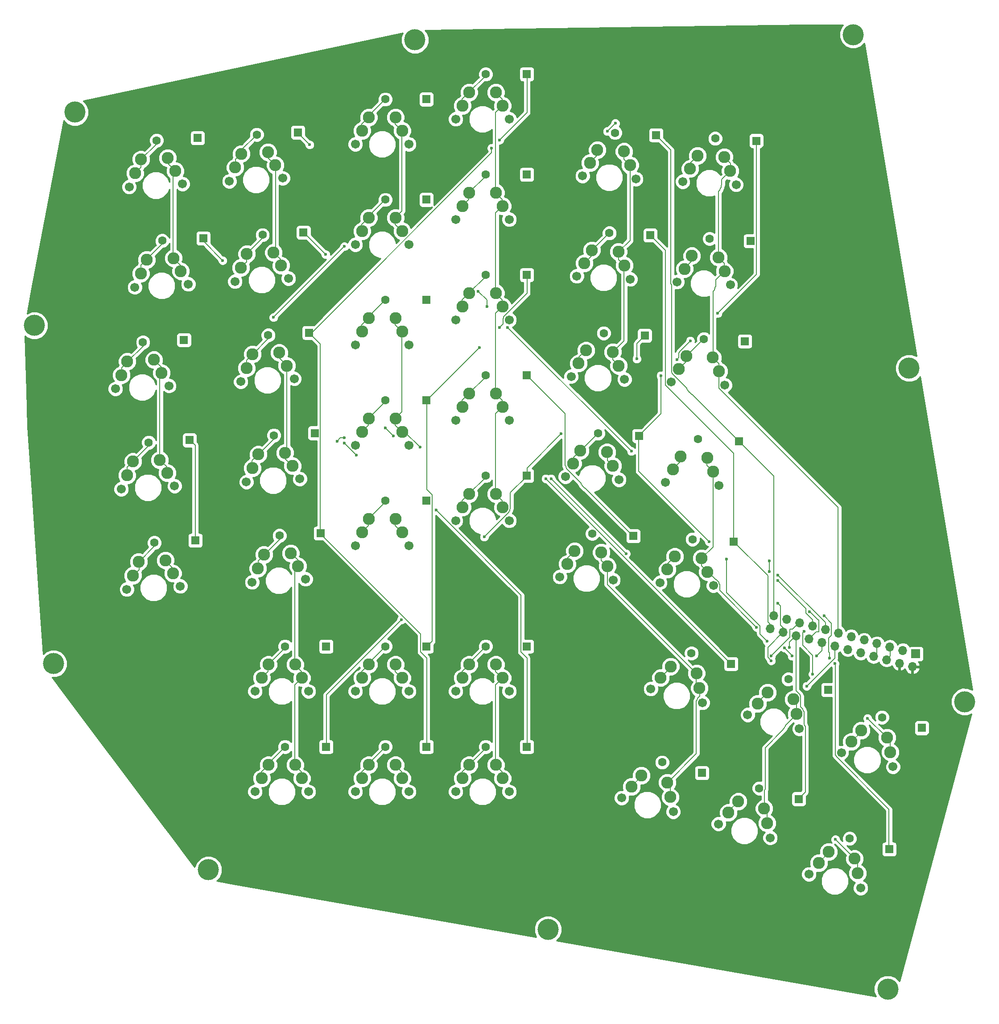
<source format=gtl>
G04 #@! TF.FileFunction,Copper,L1,Top,Signal*
%FSLAX46Y46*%
G04 Gerber Fmt 4.6, Leading zero omitted, Abs format (unit mm)*
G04 Created by KiCad (PCBNEW 4.0.6+dfsg1-1) date Sat Mar 24 19:44:59 2018*
%MOMM*%
%LPD*%
G01*
G04 APERTURE LIST*
%ADD10C,0.100000*%
%ADD11R,1.700000X1.700000*%
%ADD12O,1.700000X1.700000*%
%ADD13C,2.286000*%
%ADD14C,1.701800*%
%ADD15R,1.600000X1.600000*%
%ADD16C,1.600000*%
%ADD17C,4.000000*%
%ADD18C,0.600000*%
%ADD19C,0.153000*%
%ADD20C,0.254000*%
G04 APERTURE END LIST*
D10*
D11*
X194839638Y-145000000D03*
D12*
X194182238Y-147453452D03*
X192386186Y-144342600D03*
X191728786Y-146796051D03*
X189932735Y-143685199D03*
X189275334Y-146138651D03*
X187479283Y-143027799D03*
X186821883Y-145481250D03*
X185025832Y-142370399D03*
X184368431Y-144823850D03*
X182572380Y-141712998D03*
X181914980Y-144166450D03*
X180118928Y-141055598D03*
X179461528Y-143509049D03*
X177665477Y-140398197D03*
X177008076Y-142851649D03*
X175212025Y-139740797D03*
X174554625Y-142194249D03*
X172758574Y-139083397D03*
X172101173Y-141536848D03*
X170305122Y-138425996D03*
X169647722Y-140879448D03*
X167851670Y-137768596D03*
X167194270Y-140222047D03*
D13*
X53897881Y-69912655D03*
X47702094Y-72808569D03*
D14*
X46578136Y-75416483D03*
X56721796Y-74840485D03*
D13*
X55309839Y-72376570D03*
X48826052Y-70200654D03*
D15*
X59578110Y-66139558D03*
D16*
X51790654Y-66581762D03*
D13*
X73997240Y-87852019D03*
X67801453Y-90747933D03*
D14*
X66677495Y-93355847D03*
X76821155Y-92779849D03*
D13*
X75409198Y-90315934D03*
X68925411Y-88140018D03*
D15*
X79677469Y-84078922D03*
D16*
X71890013Y-84521126D03*
D13*
X115104638Y-38445000D03*
X108754638Y-40985000D03*
D14*
X107484638Y-43525000D03*
X117644638Y-43525000D03*
D13*
X116374638Y-40985000D03*
X110024638Y-38445000D03*
D15*
X120989638Y-35000000D03*
D16*
X113189638Y-35000000D03*
D13*
X76157235Y-125890742D03*
X69961448Y-128786656D03*
D14*
X68837490Y-131394570D03*
X78981150Y-130818572D03*
D13*
X77569193Y-128354657D03*
X71085406Y-126178741D03*
D15*
X81837465Y-122117645D03*
D16*
X74050009Y-122559849D03*
D13*
X139461306Y-49666445D03*
X132977519Y-51842361D03*
D14*
X131565562Y-54306276D03*
X141709222Y-54882274D03*
D13*
X140585264Y-52274360D03*
X134389477Y-49378446D03*
D15*
X145532148Y-46560623D03*
D16*
X137744692Y-46118419D03*
D13*
X155240674Y-107804527D03*
X148756887Y-109980443D03*
D14*
X147344930Y-112444358D03*
X157488590Y-113020356D03*
D13*
X156364632Y-110412442D03*
X150168845Y-107516528D03*
D15*
X161311517Y-104698705D03*
D16*
X153524061Y-104256501D03*
D13*
X96054638Y-166080000D03*
X89704638Y-168620000D03*
D14*
X88434638Y-171160000D03*
X98594638Y-171160000D03*
D13*
X97324638Y-168620000D03*
X90974638Y-166080000D03*
D15*
X101939638Y-162635000D03*
D16*
X94139638Y-162635000D03*
D13*
X52817884Y-50893294D03*
X46622097Y-53789208D03*
D14*
X45498139Y-56397122D03*
X55641799Y-55821124D03*
D13*
X54229842Y-53357209D03*
X47746055Y-51181293D03*
D15*
X58498113Y-47120197D03*
D16*
X50710657Y-47562401D03*
D13*
X75077238Y-106871380D03*
X68881451Y-109767294D03*
D14*
X67757493Y-112375208D03*
X77901153Y-111799210D03*
D13*
X76489196Y-109335295D03*
X70005409Y-107159379D03*
D15*
X80757467Y-103098283D03*
D16*
X72970011Y-103540487D03*
D13*
X115104638Y-57495000D03*
X108754638Y-60035000D03*
D14*
X107484638Y-62575000D03*
X117644638Y-62575000D03*
D13*
X116374638Y-60035000D03*
X110024638Y-57495000D03*
D15*
X120989638Y-54050000D03*
D16*
X113189638Y-54050000D03*
D13*
X96054638Y-119407500D03*
X89704638Y-121947500D03*
D14*
X88434638Y-124487500D03*
X98594638Y-124487500D03*
D13*
X97324638Y-121947500D03*
X90974638Y-119407500D03*
D15*
X101939638Y-115962500D03*
D16*
X94139638Y-115962500D03*
D13*
X138381308Y-68685807D03*
X131897521Y-70861723D03*
D14*
X130485564Y-73325638D03*
X140629224Y-73901636D03*
D13*
X139505266Y-71293722D03*
X133309479Y-68397808D03*
D15*
X144452150Y-65579985D03*
D16*
X136664694Y-65137781D03*
D13*
X154160677Y-126823888D03*
X147676890Y-128999804D03*
D14*
X146264933Y-131463719D03*
X156408593Y-132039717D03*
D13*
X155284635Y-129431803D03*
X149088848Y-126535889D03*
D15*
X160231519Y-123718066D03*
D16*
X152444063Y-123275862D03*
D13*
X115104638Y-166080000D03*
X108754638Y-168620000D03*
D14*
X107484638Y-171160000D03*
X117644638Y-171160000D03*
D13*
X116374638Y-168620000D03*
X110024638Y-166080000D03*
D15*
X120989638Y-162635000D03*
D16*
X113189638Y-162635000D03*
D13*
X71837245Y-49813296D03*
X65641458Y-52709210D03*
D14*
X64517500Y-55317124D03*
X74661160Y-54741126D03*
D13*
X73249203Y-52277211D03*
X66765416Y-50101295D03*
D15*
X77517474Y-46040199D03*
D16*
X69730018Y-46482403D03*
D13*
X96054638Y-100357500D03*
X89704638Y-102897500D03*
D14*
X88434638Y-105437500D03*
X98594638Y-105437500D03*
D13*
X97324638Y-102897500D03*
X90974638Y-100357500D03*
D15*
X101939638Y-96912500D03*
D16*
X94139638Y-96912500D03*
D13*
X115104638Y-76545000D03*
X108754638Y-79085000D03*
D14*
X107484638Y-81625000D03*
X117644638Y-81625000D03*
D13*
X116374638Y-79085000D03*
X110024638Y-76545000D03*
D15*
X120989638Y-73100000D03*
D16*
X113189638Y-73100000D03*
D13*
X96054638Y-147030000D03*
X89704638Y-149570000D03*
D14*
X88434638Y-152110000D03*
X98594638Y-152110000D03*
D13*
X97324638Y-149570000D03*
X90974638Y-147030000D03*
D15*
X101939638Y-143585000D03*
D16*
X94139638Y-143585000D03*
D13*
X157400669Y-69765804D03*
X150916882Y-71941720D03*
D14*
X149504925Y-74405635D03*
X159648585Y-74981633D03*
D13*
X158524627Y-72373719D03*
X152328840Y-69477805D03*
D15*
X163471512Y-66659982D03*
D16*
X155684056Y-66217778D03*
D13*
X171600170Y-153629122D03*
X164809141Y-154439073D03*
D14*
X162925015Y-156563824D03*
X172738821Y-159193426D03*
D13*
X172169496Y-156411274D03*
X166693267Y-152314321D03*
D15*
X178176275Y-151824658D03*
D16*
X170642053Y-149805870D03*
D13*
X115104638Y-147030000D03*
X108754638Y-149570000D03*
D14*
X107484638Y-152110000D03*
X117644638Y-152110000D03*
D13*
X116374638Y-149570000D03*
X110024638Y-147030000D03*
D15*
X120989638Y-143585000D03*
D16*
X113189638Y-143585000D03*
D13*
X72917242Y-68832658D03*
X66721455Y-71728572D03*
D14*
X65597497Y-74336486D03*
X75741157Y-73760488D03*
D13*
X74329200Y-71296573D03*
X67845413Y-69120657D03*
D15*
X78597472Y-65059561D03*
D16*
X70810016Y-65501765D03*
D13*
X96054638Y-81307500D03*
X89704638Y-83847500D03*
D14*
X88434638Y-86387500D03*
X98594638Y-86387500D03*
D13*
X97324638Y-83847500D03*
X90974638Y-81307500D03*
D15*
X101939638Y-77862500D03*
D16*
X94139638Y-77862500D03*
D13*
X115104638Y-95595000D03*
X108754638Y-98135000D03*
D14*
X107484638Y-100675000D03*
X117644638Y-100675000D03*
D13*
X116374638Y-98135000D03*
X110024638Y-95595000D03*
D15*
X120989638Y-92150000D03*
D16*
X113189638Y-92150000D03*
D13*
X77004638Y-147030000D03*
X70654638Y-149570000D03*
D14*
X69384638Y-152110000D03*
X79544638Y-152110000D03*
D13*
X78274638Y-149570000D03*
X71924638Y-147030000D03*
D15*
X82889638Y-143585000D03*
D16*
X75089638Y-143585000D03*
D13*
X156320672Y-88785166D03*
X149836885Y-90961082D03*
D14*
X148424928Y-93424997D03*
X158568588Y-94000995D03*
D13*
X157444630Y-91393081D03*
X151248843Y-88497167D03*
D15*
X162391514Y-85679343D03*
D16*
X154604058Y-85237139D03*
D13*
X189384744Y-160859736D03*
X182593715Y-161669687D03*
D14*
X180709589Y-163794438D03*
X190523395Y-166424040D03*
D13*
X189954070Y-163641888D03*
X184477841Y-159544935D03*
D15*
X195960850Y-159055271D03*
D16*
X188426628Y-157036483D03*
D13*
X135141315Y-125743891D03*
X128657528Y-127919807D03*
D14*
X127245571Y-130383722D03*
X137389231Y-130959720D03*
D13*
X136265273Y-128351806D03*
X130069486Y-125455892D03*
D15*
X141212158Y-122638068D03*
D16*
X133424702Y-122195864D03*
D13*
X96054638Y-62257500D03*
X89704638Y-64797500D03*
D14*
X88434638Y-67337500D03*
X98594638Y-67337500D03*
D13*
X97324638Y-64797500D03*
X90974638Y-62257500D03*
D15*
X101939638Y-58812500D03*
D16*
X94139638Y-58812500D03*
D13*
X50223038Y-89202016D03*
X44027251Y-92097930D03*
D14*
X42903293Y-94705844D03*
X53046953Y-94129846D03*
D13*
X51634996Y-91665931D03*
X45151209Y-89490015D03*
D15*
X55903268Y-85428919D03*
D16*
X48115812Y-85871123D03*
D13*
X115104638Y-114645000D03*
X108754638Y-117185000D03*
D14*
X107484638Y-119725000D03*
X117644638Y-119725000D03*
D13*
X116374638Y-117185000D03*
X110024638Y-114645000D03*
D15*
X120989638Y-111200000D03*
D16*
X113189638Y-111200000D03*
D13*
X77004638Y-166080000D03*
X70654638Y-168620000D03*
D14*
X69384638Y-171160000D03*
X79544638Y-171160000D03*
D13*
X78274638Y-168620000D03*
X71924638Y-166080000D03*
D15*
X82889638Y-162635000D03*
D16*
X75089638Y-162635000D03*
D13*
X137301310Y-87705168D03*
X130817523Y-89881084D03*
D14*
X129405566Y-92344999D03*
X139549226Y-92920997D03*
D13*
X138425268Y-90313083D03*
X132229481Y-87417169D03*
D15*
X143372153Y-84599346D03*
D16*
X135584697Y-84157142D03*
D13*
X183221615Y-183860845D03*
X176430586Y-184670796D03*
D14*
X174546460Y-186795547D03*
X184360266Y-189425149D03*
D13*
X183790941Y-186642997D03*
X178314712Y-182546044D03*
D15*
X189797721Y-182056380D03*
D16*
X182263499Y-180037592D03*
D13*
X153199283Y-148698619D03*
X146408254Y-149508570D03*
D14*
X144524128Y-151633321D03*
X154337934Y-154262923D03*
D13*
X153768609Y-151480771D03*
X148292380Y-147383818D03*
D15*
X159775389Y-146894155D03*
D16*
X152241167Y-144875367D03*
D13*
X96054638Y-43207500D03*
X89704638Y-45747500D03*
D14*
X88434638Y-48287500D03*
X98594638Y-48287500D03*
D13*
X97324638Y-45747500D03*
X90974638Y-43207500D03*
D15*
X101939638Y-39762500D03*
D16*
X94139638Y-39762500D03*
D13*
X51303036Y-108221377D03*
X45107249Y-111117291D03*
D14*
X43983291Y-113725205D03*
X54126951Y-113149207D03*
D13*
X52714994Y-110685292D03*
X46231207Y-108509376D03*
D15*
X56983265Y-104448280D03*
D16*
X49195809Y-104890484D03*
D13*
X136221313Y-106724529D03*
X129737526Y-108900445D03*
D14*
X128325569Y-111364360D03*
X138469229Y-111940358D03*
D13*
X137345271Y-109332444D03*
X131149484Y-106436530D03*
D15*
X142292155Y-103618707D03*
D16*
X134504699Y-103176503D03*
D13*
X52383034Y-127240739D03*
X46187247Y-130136653D03*
D14*
X45063289Y-132744567D03*
X55206949Y-132168569D03*
D13*
X53794992Y-129704654D03*
X47311205Y-127528738D03*
D15*
X58063263Y-123467642D03*
D16*
X50275807Y-123909846D03*
D13*
X158480667Y-50746443D03*
X151996880Y-52922359D03*
D14*
X150584923Y-55386274D03*
X160728583Y-55962272D03*
D13*
X159604625Y-53354358D03*
X153408838Y-50458444D03*
D15*
X164551509Y-47640621D03*
D16*
X156764053Y-47198417D03*
D13*
X166053354Y-174330120D03*
X159262325Y-175140071D03*
D14*
X157378199Y-177264822D03*
X167192005Y-179894424D03*
D13*
X166622680Y-177112272D03*
X161146451Y-173015319D03*
D15*
X172629460Y-172525656D03*
D16*
X165095238Y-170506868D03*
D13*
X147652467Y-169399617D03*
X140861438Y-170209568D03*
D14*
X138977312Y-172334319D03*
X148791118Y-174963921D03*
D13*
X148221793Y-172181769D03*
X142745564Y-168084816D03*
D15*
X154228573Y-167595153D03*
D16*
X146694351Y-165576365D03*
D17*
X99760326Y-28503555D03*
X35210184Y-42214144D03*
X27499136Y-82689670D03*
X31142914Y-146852355D03*
X60534320Y-185976609D03*
X125025143Y-197292479D03*
X189515965Y-208608349D03*
X204128012Y-154075449D03*
X193542108Y-90787725D03*
X182956204Y-27500000D03*
D18*
X170815000Y-143764000D03*
X166624000Y-142621000D03*
X158877000Y-127000000D03*
X155575000Y-123698000D03*
X146431000Y-92202000D03*
X149479000Y-89154000D03*
X152019000Y-85598000D03*
X157226000Y-80391000D03*
X137795000Y-44323000D03*
X136271000Y-45847000D03*
X95631000Y-103632000D03*
X94107000Y-102108000D03*
X86360000Y-104013000D03*
X84963000Y-104648000D03*
X79756000Y-48387000D03*
X112014000Y-86868000D03*
X115824000Y-83058000D03*
X173609000Y-140716000D03*
X175260000Y-148844000D03*
X168656000Y-135382000D03*
X167386000Y-146304000D03*
X82804000Y-69215000D03*
X114300000Y-49022000D03*
X115824000Y-47498000D03*
X63246000Y-70358000D03*
X164592000Y-139954000D03*
X174117000Y-151130000D03*
X179578000Y-180213000D03*
X185674000Y-157226000D03*
X103759000Y-117729000D03*
X88646000Y-107315000D03*
X86360000Y-105029000D03*
X168656000Y-130048000D03*
X169926000Y-143891000D03*
X171323000Y-145415000D03*
X176022000Y-145415000D03*
X111760000Y-76200000D03*
X113411000Y-79121000D03*
X117348000Y-83058000D03*
X140843000Y-106553000D03*
X167005000Y-127381000D03*
X167005000Y-129413000D03*
X168656000Y-131064000D03*
X100711000Y-105791000D03*
X125603000Y-111760000D03*
X139827000Y-125984000D03*
X174625000Y-137033000D03*
X112903000Y-122809000D03*
X97155000Y-138557000D03*
X124587000Y-111760000D03*
X86360000Y-67691000D03*
X72898000Y-81153000D03*
X141859000Y-89027000D03*
X127508000Y-103251000D03*
X177419000Y-137795000D03*
X178435000Y-145796000D03*
X179451000Y-146812000D03*
X167386000Y-145415000D03*
D19*
X189275334Y-146138651D02*
X189230000Y-146177000D01*
X189230000Y-146177000D02*
X189992000Y-145415000D01*
X189992000Y-145415000D02*
X189992000Y-143637000D01*
X189992000Y-143637000D02*
X189932735Y-143685199D01*
X186821883Y-145481250D02*
X186817000Y-145542000D01*
X186817000Y-145542000D02*
X187452000Y-144907000D01*
X187452000Y-144907000D02*
X187452000Y-143002000D01*
X187452000Y-143002000D02*
X187479283Y-143027799D01*
X172101173Y-141536848D02*
X172085000Y-141478000D01*
X172085000Y-141478000D02*
X170815000Y-142748000D01*
X170815000Y-142748000D02*
X170815000Y-143764000D01*
X166624000Y-142621000D02*
X165227000Y-141224000D01*
X165227000Y-141224000D02*
X165227000Y-139700000D01*
X165227000Y-139700000D02*
X158877000Y-133350000D01*
X158877000Y-133350000D02*
X158877000Y-127000000D01*
X155575000Y-123698000D02*
X142240000Y-110363000D01*
X142240000Y-110363000D02*
X142240000Y-103632000D01*
X142240000Y-103632000D02*
X142292155Y-103618707D01*
X142292155Y-103618707D02*
X142240000Y-103632000D01*
X142240000Y-103632000D02*
X146431000Y-99441000D01*
X146431000Y-99441000D02*
X146431000Y-92202000D01*
X149479000Y-89154000D02*
X149860000Y-88773000D01*
X149860000Y-88773000D02*
X149860000Y-87884000D01*
X149860000Y-87884000D02*
X149987000Y-87757000D01*
X149987000Y-87757000D02*
X149987000Y-87630000D01*
X149987000Y-87630000D02*
X152019000Y-85598000D01*
X157226000Y-80391000D02*
X164592000Y-73025000D01*
X164592000Y-73025000D02*
X164592000Y-47625000D01*
X164592000Y-47625000D02*
X164551509Y-47640621D01*
X137795000Y-44323000D02*
X136271000Y-45847000D01*
X95631000Y-103632000D02*
X94107000Y-102108000D01*
X86360000Y-104013000D02*
X85598000Y-104013000D01*
X85598000Y-104013000D02*
X84963000Y-104648000D01*
X172629460Y-172525656D02*
X172593000Y-172466000D01*
X172593000Y-172466000D02*
X173863000Y-171196000D01*
X173863000Y-171196000D02*
X173863000Y-158750000D01*
X173863000Y-158750000D02*
X173736000Y-158623000D01*
X173736000Y-158623000D02*
X173736000Y-158496000D01*
X173736000Y-158496000D02*
X173609000Y-158369000D01*
X173609000Y-158369000D02*
X173609000Y-155956000D01*
X173609000Y-155956000D02*
X173482000Y-155829000D01*
X173482000Y-155829000D02*
X173482000Y-155702000D01*
X173482000Y-155702000D02*
X173355000Y-155575000D01*
X173355000Y-155575000D02*
X173355000Y-155448000D01*
X173355000Y-155448000D02*
X172974000Y-155067000D01*
X172974000Y-155067000D02*
X172974000Y-153035000D01*
X172974000Y-153035000D02*
X172847000Y-152908000D01*
X172847000Y-152908000D02*
X172847000Y-152781000D01*
X172847000Y-152781000D02*
X172085000Y-152019000D01*
X172085000Y-152019000D02*
X172085000Y-141478000D01*
X172085000Y-141478000D02*
X172101173Y-141536848D01*
X56983265Y-104448280D02*
X57023000Y-104394000D01*
X57023000Y-104394000D02*
X58039000Y-105410000D01*
X58039000Y-105410000D02*
X58039000Y-123444000D01*
X58039000Y-123444000D02*
X58063263Y-123467642D01*
X79756000Y-48387000D02*
X77470000Y-46101000D01*
X77470000Y-46101000D02*
X77517474Y-46040199D01*
X101939638Y-96912500D02*
X101981000Y-96901000D01*
X101981000Y-96901000D02*
X112014000Y-86868000D01*
X115824000Y-83058000D02*
X116459000Y-82423000D01*
X116459000Y-82423000D02*
X116459000Y-81407000D01*
X116459000Y-81407000D02*
X116586000Y-81280000D01*
X116586000Y-81280000D02*
X116586000Y-81026000D01*
X116586000Y-81026000D02*
X121031000Y-76581000D01*
X121031000Y-76581000D02*
X121031000Y-73152000D01*
X121031000Y-73152000D02*
X120989638Y-73100000D01*
X101939638Y-143585000D02*
X101981000Y-143637000D01*
X101981000Y-143637000D02*
X102997000Y-142621000D01*
X102997000Y-142621000D02*
X102997000Y-114808000D01*
X102997000Y-114808000D02*
X101981000Y-113792000D01*
X101981000Y-113792000D02*
X101981000Y-96901000D01*
X101981000Y-96901000D02*
X101939638Y-96912500D01*
X173609000Y-140716000D02*
X173355000Y-140970000D01*
X173355000Y-140970000D02*
X173355000Y-143383000D01*
X173355000Y-143383000D02*
X175260000Y-145288000D01*
X175260000Y-145288000D02*
X175260000Y-148844000D01*
X153199283Y-148698619D02*
X153162000Y-148717000D01*
X153162000Y-148717000D02*
X136271000Y-131826000D01*
X136271000Y-131826000D02*
X136271000Y-128397000D01*
X136271000Y-128397000D02*
X136265273Y-128351806D01*
X147652467Y-169399617D02*
X147701000Y-169418000D01*
X147701000Y-169418000D02*
X153162000Y-163957000D01*
X153162000Y-163957000D02*
X153162000Y-153924000D01*
X153162000Y-153924000D02*
X153289000Y-153797000D01*
X153289000Y-153797000D02*
X153289000Y-153670000D01*
X153289000Y-153670000D02*
X153416000Y-153543000D01*
X153416000Y-153543000D02*
X153416000Y-153416000D01*
X153416000Y-153416000D02*
X153797000Y-153035000D01*
X153797000Y-153035000D02*
X153797000Y-151511000D01*
X153797000Y-151511000D02*
X153768609Y-151480771D01*
X116374638Y-149570000D02*
X116332000Y-149606000D01*
X116332000Y-149606000D02*
X115062000Y-150876000D01*
X115062000Y-150876000D02*
X115062000Y-166116000D01*
X115062000Y-166116000D02*
X115104638Y-166080000D01*
X96054638Y-166080000D02*
X96012000Y-166116000D01*
X96012000Y-166116000D02*
X97282000Y-167386000D01*
X97282000Y-167386000D02*
X97282000Y-168656000D01*
X97282000Y-168656000D02*
X97324638Y-168620000D01*
X116374638Y-149570000D02*
X116332000Y-149606000D01*
X116332000Y-149606000D02*
X115062000Y-148336000D01*
X115062000Y-148336000D02*
X115062000Y-147066000D01*
X115062000Y-147066000D02*
X115104638Y-147030000D01*
X115104638Y-166080000D02*
X115062000Y-166116000D01*
X115062000Y-166116000D02*
X116332000Y-167386000D01*
X116332000Y-167386000D02*
X116332000Y-168656000D01*
X116332000Y-168656000D02*
X116374638Y-168620000D01*
X136265273Y-128351806D02*
X136271000Y-128397000D01*
X136271000Y-128397000D02*
X135128000Y-127254000D01*
X135128000Y-127254000D02*
X135128000Y-125730000D01*
X135128000Y-125730000D02*
X135141315Y-125743891D01*
X153768609Y-151480771D02*
X153797000Y-151511000D01*
X153797000Y-151511000D02*
X153162000Y-150876000D01*
X153162000Y-150876000D02*
X153162000Y-148717000D01*
X153162000Y-148717000D02*
X153199283Y-148698619D01*
X147652467Y-169399617D02*
X147701000Y-169418000D01*
X147701000Y-169418000D02*
X148209000Y-169926000D01*
X148209000Y-169926000D02*
X148209000Y-172212000D01*
X148209000Y-172212000D02*
X148221793Y-172181769D01*
X120989638Y-92150000D02*
X121031000Y-92202000D01*
X121031000Y-92202000D02*
X128270000Y-99441000D01*
X128270000Y-99441000D02*
X128270000Y-109220000D01*
X128270000Y-109220000D02*
X128397000Y-109347000D01*
X128397000Y-109347000D02*
X128397000Y-109601000D01*
X128397000Y-109601000D02*
X128524000Y-109728000D01*
X128524000Y-109728000D02*
X128524000Y-109855000D01*
X128524000Y-109855000D02*
X131318000Y-112649000D01*
X131318000Y-112649000D02*
X131318000Y-112776000D01*
X131318000Y-112776000D02*
X131445000Y-112903000D01*
X131445000Y-112903000D02*
X131445000Y-113030000D01*
X131445000Y-113030000D02*
X131953000Y-113538000D01*
X131953000Y-113538000D02*
X132080000Y-113538000D01*
X132080000Y-113538000D02*
X141224000Y-122682000D01*
X141224000Y-122682000D02*
X141212158Y-122638068D01*
X168656000Y-135382000D02*
X169164000Y-135890000D01*
X169164000Y-135890000D02*
X169164000Y-139573000D01*
X169164000Y-139573000D02*
X169672000Y-140081000D01*
X169672000Y-140081000D02*
X169672000Y-140843000D01*
X169672000Y-140843000D02*
X169647722Y-140879448D01*
X169647722Y-140879448D02*
X169672000Y-140843000D01*
X169672000Y-140843000D02*
X166751000Y-143764000D01*
X166751000Y-143764000D02*
X166751000Y-145669000D01*
X166751000Y-145669000D02*
X167386000Y-146304000D01*
X82804000Y-69215000D02*
X78613000Y-65024000D01*
X78613000Y-65024000D02*
X78597472Y-65059561D01*
X157444630Y-91393081D02*
X157480000Y-91440000D01*
X157480000Y-91440000D02*
X157480000Y-94615000D01*
X157480000Y-94615000D02*
X180086000Y-117221000D01*
X180086000Y-117221000D02*
X180086000Y-141097000D01*
X180086000Y-141097000D02*
X180118928Y-141055598D01*
X159604625Y-53354358D02*
X159639000Y-53340000D01*
X159639000Y-53340000D02*
X157988000Y-54991000D01*
X157988000Y-54991000D02*
X157988000Y-56007000D01*
X157988000Y-56007000D02*
X157861000Y-56134000D01*
X157861000Y-56134000D02*
X157861000Y-56515000D01*
X157861000Y-56515000D02*
X157734000Y-56642000D01*
X157734000Y-56642000D02*
X157734000Y-56769000D01*
X157734000Y-56769000D02*
X157607000Y-56896000D01*
X157607000Y-56896000D02*
X157607000Y-57023000D01*
X157607000Y-57023000D02*
X157353000Y-57277000D01*
X157353000Y-57277000D02*
X157353000Y-69723000D01*
X157353000Y-69723000D02*
X157400669Y-69765804D01*
X137301310Y-87705168D02*
X137287000Y-87757000D01*
X137287000Y-87757000D02*
X139446000Y-85598000D01*
X139446000Y-85598000D02*
X139446000Y-71247000D01*
X139446000Y-71247000D02*
X139505266Y-71293722D01*
X158524627Y-72373719D02*
X158496000Y-72390000D01*
X158496000Y-72390000D02*
X156845000Y-74041000D01*
X156845000Y-74041000D02*
X156845000Y-75311000D01*
X156845000Y-75311000D02*
X156718000Y-75438000D01*
X156718000Y-75438000D02*
X156718000Y-75692000D01*
X156718000Y-75692000D02*
X156591000Y-75819000D01*
X156591000Y-75819000D02*
X156591000Y-75946000D01*
X156591000Y-75946000D02*
X156337000Y-76200000D01*
X156337000Y-76200000D02*
X156337000Y-88773000D01*
X156337000Y-88773000D02*
X156320672Y-88785166D01*
X138381308Y-68685807D02*
X138430000Y-68707000D01*
X138430000Y-68707000D02*
X140589000Y-66548000D01*
X140589000Y-66548000D02*
X140589000Y-52324000D01*
X140589000Y-52324000D02*
X140585264Y-52274360D01*
X157400669Y-69765804D02*
X157353000Y-69723000D01*
X157353000Y-69723000D02*
X158496000Y-70866000D01*
X158496000Y-70866000D02*
X158496000Y-72390000D01*
X158496000Y-72390000D02*
X158524627Y-72373719D01*
X158480667Y-50746443D02*
X158496000Y-50800000D01*
X158496000Y-50800000D02*
X159639000Y-51943000D01*
X159639000Y-51943000D02*
X159639000Y-53340000D01*
X159639000Y-53340000D02*
X159604625Y-53354358D01*
X140585264Y-52274360D02*
X140589000Y-52324000D01*
X140589000Y-52324000D02*
X139446000Y-51181000D01*
X139446000Y-51181000D02*
X139446000Y-49657000D01*
X139446000Y-49657000D02*
X139461306Y-49666445D01*
X156320672Y-88785166D02*
X156337000Y-88773000D01*
X156337000Y-88773000D02*
X157480000Y-89916000D01*
X157480000Y-89916000D02*
X157480000Y-91440000D01*
X157480000Y-91440000D02*
X157444630Y-91393081D01*
X138425268Y-90313083D02*
X138430000Y-90297000D01*
X138430000Y-90297000D02*
X137287000Y-89154000D01*
X137287000Y-89154000D02*
X137287000Y-87757000D01*
X137287000Y-87757000D02*
X137301310Y-87705168D01*
X139505266Y-71293722D02*
X139446000Y-71247000D01*
X139446000Y-71247000D02*
X138430000Y-70231000D01*
X138430000Y-70231000D02*
X138430000Y-68707000D01*
X138430000Y-68707000D02*
X138381308Y-68685807D01*
X79677469Y-84078922D02*
X79629000Y-84074000D01*
X79629000Y-84074000D02*
X80137000Y-84074000D01*
X80137000Y-84074000D02*
X114300000Y-49911000D01*
X114300000Y-49911000D02*
X114300000Y-49022000D01*
X115824000Y-47498000D02*
X121031000Y-42291000D01*
X121031000Y-42291000D02*
X121031000Y-35052000D01*
X121031000Y-35052000D02*
X120989638Y-35000000D01*
X81837465Y-122117645D02*
X81788000Y-122174000D01*
X81788000Y-122174000D02*
X100838000Y-141224000D01*
X100838000Y-141224000D02*
X100838000Y-144653000D01*
X100838000Y-144653000D02*
X101981000Y-145796000D01*
X101981000Y-145796000D02*
X101981000Y-162687000D01*
X101981000Y-162687000D02*
X101939638Y-162635000D01*
X145532148Y-46560623D02*
X145542000Y-46609000D01*
X145542000Y-46609000D02*
X148336000Y-49403000D01*
X148336000Y-49403000D02*
X148336000Y-74803000D01*
X148336000Y-74803000D02*
X148463000Y-74930000D01*
X148463000Y-74930000D02*
X148463000Y-91567000D01*
X148463000Y-91567000D02*
X148590000Y-91694000D01*
X148590000Y-91694000D02*
X148590000Y-91821000D01*
X148590000Y-91821000D02*
X151384000Y-94615000D01*
X151384000Y-94615000D02*
X151384000Y-94742000D01*
X151384000Y-94742000D02*
X151511000Y-94869000D01*
X151511000Y-94869000D02*
X151511000Y-94996000D01*
X151511000Y-94996000D02*
X151765000Y-95250000D01*
X151765000Y-95250000D02*
X151765000Y-95377000D01*
X151765000Y-95377000D02*
X151892000Y-95377000D01*
X151892000Y-95377000D02*
X152273000Y-95758000D01*
X152273000Y-95758000D02*
X152400000Y-95758000D01*
X152400000Y-95758000D02*
X161290000Y-104648000D01*
X161290000Y-104648000D02*
X161311517Y-104698705D01*
X63246000Y-70358000D02*
X59563000Y-66675000D01*
X59563000Y-66675000D02*
X59563000Y-66167000D01*
X59563000Y-66167000D02*
X59578110Y-66139558D01*
X161311517Y-104698705D02*
X161290000Y-104648000D01*
X161290000Y-104648000D02*
X167894000Y-111252000D01*
X167894000Y-111252000D02*
X167894000Y-137795000D01*
X167894000Y-137795000D02*
X167851670Y-137768596D01*
X79677469Y-84078922D02*
X79629000Y-84074000D01*
X79629000Y-84074000D02*
X81788000Y-86233000D01*
X81788000Y-86233000D02*
X81788000Y-122174000D01*
X81788000Y-122174000D02*
X81837465Y-122117645D01*
X164592000Y-139954000D02*
X157607000Y-132969000D01*
X157607000Y-132969000D02*
X157607000Y-131826000D01*
X157607000Y-131826000D02*
X157480000Y-131699000D01*
X157480000Y-131699000D02*
X157480000Y-131445000D01*
X157480000Y-131445000D02*
X156972000Y-130937000D01*
X156972000Y-130937000D02*
X156845000Y-130937000D01*
X156845000Y-130937000D02*
X155321000Y-129413000D01*
X155321000Y-129413000D02*
X155284635Y-129431803D01*
X174117000Y-151130000D02*
X179451000Y-145796000D01*
X179451000Y-145796000D02*
X179451000Y-143510000D01*
X179451000Y-143510000D02*
X179461528Y-143509049D01*
X179578000Y-180213000D02*
X183261000Y-183896000D01*
X183261000Y-183896000D02*
X183221615Y-183860845D01*
X172169496Y-156411274D02*
X172212000Y-156464000D01*
X172212000Y-156464000D02*
X170053000Y-158623000D01*
X170053000Y-158623000D02*
X170053000Y-158750000D01*
X170053000Y-158750000D02*
X169926000Y-158877000D01*
X169926000Y-158877000D02*
X169926000Y-159004000D01*
X169926000Y-159004000D02*
X169672000Y-159258000D01*
X169672000Y-159258000D02*
X169672000Y-159385000D01*
X169672000Y-159385000D02*
X166243000Y-162814000D01*
X166243000Y-162814000D02*
X166243000Y-170688000D01*
X166243000Y-170688000D02*
X166116000Y-170815000D01*
X166116000Y-170815000D02*
X166116000Y-174371000D01*
X166116000Y-174371000D02*
X166053354Y-174330120D01*
X185674000Y-157226000D02*
X189357000Y-160909000D01*
X189357000Y-160909000D02*
X189384744Y-160859736D01*
X154160677Y-126823888D02*
X154178000Y-126873000D01*
X154178000Y-126873000D02*
X156337000Y-124714000D01*
X156337000Y-124714000D02*
X156337000Y-110363000D01*
X156337000Y-110363000D02*
X156364632Y-110412442D01*
X155284635Y-129431803D02*
X155321000Y-129413000D01*
X155321000Y-129413000D02*
X154178000Y-128270000D01*
X154178000Y-128270000D02*
X154178000Y-126873000D01*
X154178000Y-126873000D02*
X154160677Y-126823888D01*
X156364632Y-110412442D02*
X156337000Y-110363000D01*
X156337000Y-110363000D02*
X155194000Y-109220000D01*
X155194000Y-109220000D02*
X155194000Y-107823000D01*
X155194000Y-107823000D02*
X155240674Y-107804527D01*
X189384744Y-160859736D02*
X189357000Y-160909000D01*
X189357000Y-160909000D02*
X189992000Y-161544000D01*
X189992000Y-161544000D02*
X189992000Y-163703000D01*
X189992000Y-163703000D02*
X189954070Y-163641888D01*
X171600170Y-153629122D02*
X171577000Y-153670000D01*
X171577000Y-153670000D02*
X172212000Y-154305000D01*
X172212000Y-154305000D02*
X172212000Y-156464000D01*
X172212000Y-156464000D02*
X172169496Y-156411274D01*
X183221615Y-183860845D02*
X183261000Y-183896000D01*
X183261000Y-183896000D02*
X183769000Y-184404000D01*
X183769000Y-184404000D02*
X183769000Y-186690000D01*
X183769000Y-186690000D02*
X183790941Y-186642997D01*
X166053354Y-174330120D02*
X166116000Y-174371000D01*
X166116000Y-174371000D02*
X166624000Y-174879000D01*
X166624000Y-174879000D02*
X166624000Y-177165000D01*
X166624000Y-177165000D02*
X166622680Y-177112272D01*
X103759000Y-117729000D02*
X119888000Y-133858000D01*
X119888000Y-133858000D02*
X119888000Y-144653000D01*
X119888000Y-144653000D02*
X121031000Y-145796000D01*
X121031000Y-145796000D02*
X121031000Y-162687000D01*
X121031000Y-162687000D02*
X120989638Y-162635000D01*
X144452150Y-65579985D02*
X144399000Y-65532000D01*
X144399000Y-65532000D02*
X147320000Y-68453000D01*
X147320000Y-68453000D02*
X147320000Y-93980000D01*
X147320000Y-93980000D02*
X160274000Y-106934000D01*
X160274000Y-106934000D02*
X160274000Y-123698000D01*
X160274000Y-123698000D02*
X160231519Y-123718066D01*
X88646000Y-107315000D02*
X86360000Y-105029000D01*
X160231519Y-123718066D02*
X160274000Y-123698000D01*
X160274000Y-123698000D02*
X166751000Y-130175000D01*
X166751000Y-130175000D02*
X166751000Y-138938000D01*
X166751000Y-138938000D02*
X167132000Y-139319000D01*
X167132000Y-139319000D02*
X167132000Y-140208000D01*
X167132000Y-140208000D02*
X167194270Y-140222047D01*
X168656000Y-130048000D02*
X177673000Y-139065000D01*
X177673000Y-139065000D02*
X177673000Y-140335000D01*
X177673000Y-140335000D02*
X177665477Y-140398197D01*
X116374638Y-60035000D02*
X116332000Y-60071000D01*
X116332000Y-60071000D02*
X115062000Y-61341000D01*
X115062000Y-61341000D02*
X115062000Y-76581000D01*
X115062000Y-76581000D02*
X115104638Y-76545000D01*
X116374638Y-40985000D02*
X116332000Y-41021000D01*
X116332000Y-41021000D02*
X115062000Y-42291000D01*
X115062000Y-42291000D02*
X115062000Y-57531000D01*
X115062000Y-57531000D02*
X115104638Y-57495000D01*
X116374638Y-98135000D02*
X116332000Y-98171000D01*
X116332000Y-98171000D02*
X115062000Y-99441000D01*
X115062000Y-99441000D02*
X115062000Y-114681000D01*
X115062000Y-114681000D02*
X115104638Y-114645000D01*
X116374638Y-79085000D02*
X116332000Y-79121000D01*
X116332000Y-79121000D02*
X115062000Y-80391000D01*
X115062000Y-80391000D02*
X115062000Y-95631000D01*
X115062000Y-95631000D02*
X115104638Y-95595000D01*
X115104638Y-57495000D02*
X115062000Y-57531000D01*
X115062000Y-57531000D02*
X116332000Y-58801000D01*
X116332000Y-58801000D02*
X116332000Y-60071000D01*
X116332000Y-60071000D02*
X116374638Y-60035000D01*
X115104638Y-114645000D02*
X115062000Y-114681000D01*
X115062000Y-114681000D02*
X116332000Y-115951000D01*
X116332000Y-115951000D02*
X116332000Y-117221000D01*
X116332000Y-117221000D02*
X116374638Y-117185000D01*
X115104638Y-95595000D02*
X115062000Y-95631000D01*
X115062000Y-95631000D02*
X116332000Y-96901000D01*
X116332000Y-96901000D02*
X116332000Y-98171000D01*
X116332000Y-98171000D02*
X116374638Y-98135000D01*
X115104638Y-76545000D02*
X115062000Y-76581000D01*
X115062000Y-76581000D02*
X116332000Y-77851000D01*
X116332000Y-77851000D02*
X116332000Y-79121000D01*
X116332000Y-79121000D02*
X116374638Y-79085000D01*
X115104638Y-38445000D02*
X115062000Y-38481000D01*
X115062000Y-38481000D02*
X116332000Y-39751000D01*
X116332000Y-39751000D02*
X116332000Y-41021000D01*
X116332000Y-41021000D02*
X116374638Y-40985000D01*
X137345271Y-109332444D02*
X137287000Y-109347000D01*
X137287000Y-109347000D02*
X136271000Y-108331000D01*
X136271000Y-108331000D02*
X136271000Y-106680000D01*
X136271000Y-106680000D02*
X136221313Y-106724529D01*
X169926000Y-143891000D02*
X171323000Y-145288000D01*
X171323000Y-145288000D02*
X171323000Y-145415000D01*
X176022000Y-145415000D02*
X177038000Y-144399000D01*
X177038000Y-144399000D02*
X177038000Y-142875000D01*
X177038000Y-142875000D02*
X177008076Y-142851649D01*
X77569193Y-128354657D02*
X77597000Y-128397000D01*
X77597000Y-128397000D02*
X76962000Y-129032000D01*
X76962000Y-129032000D02*
X76962000Y-147066000D01*
X76962000Y-147066000D02*
X77004638Y-147030000D01*
X78274638Y-149570000D02*
X78232000Y-149606000D01*
X78232000Y-149606000D02*
X76962000Y-150876000D01*
X76962000Y-150876000D02*
X76962000Y-166116000D01*
X76962000Y-166116000D02*
X77004638Y-166080000D01*
X52383034Y-127240739D02*
X52324000Y-127254000D01*
X52324000Y-127254000D02*
X53848000Y-128778000D01*
X53848000Y-128778000D02*
X53848000Y-129667000D01*
X53848000Y-129667000D02*
X53794992Y-129704654D01*
X76157235Y-125890742D02*
X76200000Y-125857000D01*
X76200000Y-125857000D02*
X77597000Y-127254000D01*
X77597000Y-127254000D02*
X77597000Y-128397000D01*
X77597000Y-128397000D02*
X77569193Y-128354657D01*
X77004638Y-166080000D02*
X76962000Y-166116000D01*
X76962000Y-166116000D02*
X78232000Y-167386000D01*
X78232000Y-167386000D02*
X78232000Y-168656000D01*
X78232000Y-168656000D02*
X78274638Y-168620000D01*
X77004638Y-147030000D02*
X76962000Y-147066000D01*
X76962000Y-147066000D02*
X78232000Y-148336000D01*
X78232000Y-148336000D02*
X78232000Y-149606000D01*
X78232000Y-149606000D02*
X78274638Y-149570000D01*
X97324638Y-149570000D02*
X97282000Y-149606000D01*
X97282000Y-149606000D02*
X96012000Y-148336000D01*
X96012000Y-148336000D02*
X96012000Y-147066000D01*
X96012000Y-147066000D02*
X96054638Y-147030000D01*
X97324638Y-121947500D02*
X97282000Y-121920000D01*
X97282000Y-121920000D02*
X96012000Y-120650000D01*
X96012000Y-120650000D02*
X96012000Y-119380000D01*
X96012000Y-119380000D02*
X96054638Y-119407500D01*
X111760000Y-76200000D02*
X113411000Y-77851000D01*
X113411000Y-77851000D02*
X113411000Y-79121000D01*
X117348000Y-83058000D02*
X140843000Y-106553000D01*
X167005000Y-127381000D02*
X167005000Y-129413000D01*
X168656000Y-131064000D02*
X173990000Y-136398000D01*
X173990000Y-136398000D02*
X173990000Y-137287000D01*
X173990000Y-137287000D02*
X175260000Y-138557000D01*
X175260000Y-138557000D02*
X175260000Y-139700000D01*
X175260000Y-139700000D02*
X175212025Y-139740797D01*
X96054638Y-62257500D02*
X96012000Y-62230000D01*
X96012000Y-62230000D02*
X97282000Y-60960000D01*
X97282000Y-60960000D02*
X97282000Y-45720000D01*
X97282000Y-45720000D02*
X97324638Y-45747500D01*
X72917242Y-68832658D02*
X72898000Y-68834000D01*
X72898000Y-68834000D02*
X73279000Y-68453000D01*
X73279000Y-68453000D02*
X73279000Y-52324000D01*
X73279000Y-52324000D02*
X73249203Y-52277211D01*
X54229842Y-53357209D02*
X54229000Y-53340000D01*
X54229000Y-53340000D02*
X53848000Y-53721000D01*
X53848000Y-53721000D02*
X53848000Y-69850000D01*
X53848000Y-69850000D02*
X53897881Y-69912655D01*
X53897881Y-69912655D02*
X53848000Y-69850000D01*
X53848000Y-69850000D02*
X55372000Y-71374000D01*
X55372000Y-71374000D02*
X55372000Y-72390000D01*
X55372000Y-72390000D02*
X55309839Y-72376570D01*
X73249203Y-52277211D02*
X73279000Y-52324000D01*
X73279000Y-52324000D02*
X71882000Y-50927000D01*
X71882000Y-50927000D02*
X71882000Y-49784000D01*
X71882000Y-49784000D02*
X71837245Y-49813296D01*
X72917242Y-68832658D02*
X72898000Y-68834000D01*
X72898000Y-68834000D02*
X74295000Y-70231000D01*
X74295000Y-70231000D02*
X74295000Y-71247000D01*
X74295000Y-71247000D02*
X74329200Y-71296573D01*
X54229842Y-53357209D02*
X54229000Y-53340000D01*
X54229000Y-53340000D02*
X52832000Y-51943000D01*
X52832000Y-51943000D02*
X52832000Y-50927000D01*
X52832000Y-50927000D02*
X52817884Y-50893294D01*
X97324638Y-64797500D02*
X97282000Y-64770000D01*
X97282000Y-64770000D02*
X96012000Y-63500000D01*
X96012000Y-63500000D02*
X96012000Y-62230000D01*
X96012000Y-62230000D02*
X96054638Y-62257500D01*
X97324638Y-45747500D02*
X97282000Y-45720000D01*
X97282000Y-45720000D02*
X96012000Y-44450000D01*
X96012000Y-44450000D02*
X96012000Y-43180000D01*
X96012000Y-43180000D02*
X96054638Y-43207500D01*
X97324638Y-102897500D02*
X97282000Y-102870000D01*
X97282000Y-102870000D02*
X97790000Y-102870000D01*
X97790000Y-102870000D02*
X100711000Y-105791000D01*
X125603000Y-111760000D02*
X139827000Y-125984000D01*
X174625000Y-137033000D02*
X174752000Y-137033000D01*
X174752000Y-137033000D02*
X176276000Y-138557000D01*
X176276000Y-138557000D02*
X176403000Y-138557000D01*
X176403000Y-138557000D02*
X176403000Y-140843000D01*
X176403000Y-140843000D02*
X175895000Y-140843000D01*
X175895000Y-140843000D02*
X174498000Y-142240000D01*
X174498000Y-142240000D02*
X174554625Y-142194249D01*
X96054638Y-100357500D02*
X96012000Y-100330000D01*
X96012000Y-100330000D02*
X97282000Y-99060000D01*
X97282000Y-99060000D02*
X97282000Y-83820000D01*
X97282000Y-83820000D02*
X97324638Y-83847500D01*
X75077238Y-106871380D02*
X75057000Y-106934000D01*
X75057000Y-106934000D02*
X75438000Y-106553000D01*
X75438000Y-106553000D02*
X75438000Y-90297000D01*
X75438000Y-90297000D02*
X75409198Y-90315934D01*
X51634996Y-91665931D02*
X51689000Y-91694000D01*
X51689000Y-91694000D02*
X51308000Y-92075000D01*
X51308000Y-92075000D02*
X51308000Y-108204000D01*
X51308000Y-108204000D02*
X51303036Y-108221377D01*
X50223038Y-89202016D02*
X50165000Y-89154000D01*
X50165000Y-89154000D02*
X51689000Y-90678000D01*
X51689000Y-90678000D02*
X51689000Y-91694000D01*
X51689000Y-91694000D02*
X51634996Y-91665931D01*
X51303036Y-108221377D02*
X51308000Y-108204000D01*
X51308000Y-108204000D02*
X52705000Y-109601000D01*
X52705000Y-109601000D02*
X52705000Y-110744000D01*
X52705000Y-110744000D02*
X52714994Y-110685292D01*
X76489196Y-109335295D02*
X76454000Y-109347000D01*
X76454000Y-109347000D02*
X75057000Y-107950000D01*
X75057000Y-107950000D02*
X75057000Y-106934000D01*
X75057000Y-106934000D02*
X75077238Y-106871380D01*
X75409198Y-90315934D02*
X75438000Y-90297000D01*
X75438000Y-90297000D02*
X74041000Y-88900000D01*
X74041000Y-88900000D02*
X74041000Y-87884000D01*
X74041000Y-87884000D02*
X73997240Y-87852019D01*
X97324638Y-83847500D02*
X97282000Y-83820000D01*
X97282000Y-83820000D02*
X96012000Y-82550000D01*
X96012000Y-82550000D02*
X96012000Y-81280000D01*
X96012000Y-81280000D02*
X96054638Y-81307500D01*
X97324638Y-102897500D02*
X97282000Y-102870000D01*
X97282000Y-102870000D02*
X96012000Y-101600000D01*
X96012000Y-101600000D02*
X96012000Y-100330000D01*
X96012000Y-100330000D02*
X96054638Y-100357500D01*
X120989638Y-111200000D02*
X121031000Y-111252000D01*
X121031000Y-111252000D02*
X117856000Y-114427000D01*
X117856000Y-114427000D02*
X117856000Y-117475000D01*
X117856000Y-117475000D02*
X117729000Y-117602000D01*
X117729000Y-117602000D02*
X117729000Y-117856000D01*
X117729000Y-117856000D02*
X117602000Y-117983000D01*
X117602000Y-117983000D02*
X117602000Y-118110000D01*
X117602000Y-118110000D02*
X112903000Y-122809000D01*
X97155000Y-138557000D02*
X82931000Y-152781000D01*
X82931000Y-152781000D02*
X82931000Y-162687000D01*
X82931000Y-162687000D02*
X82889638Y-162635000D01*
X124587000Y-111760000D02*
X159766000Y-146939000D01*
X159766000Y-146939000D02*
X159775389Y-146894155D01*
X86360000Y-67691000D02*
X72898000Y-81153000D01*
X143372153Y-84599346D02*
X143383000Y-84582000D01*
X143383000Y-84582000D02*
X141859000Y-86106000D01*
X141859000Y-86106000D02*
X141859000Y-89027000D01*
X127508000Y-103251000D02*
X121031000Y-109728000D01*
X121031000Y-109728000D02*
X121031000Y-111252000D01*
X121031000Y-111252000D02*
X120989638Y-111200000D01*
X177419000Y-137795000D02*
X178816000Y-139192000D01*
X178816000Y-139192000D02*
X178816000Y-141478000D01*
X178816000Y-141478000D02*
X178308000Y-141986000D01*
X178308000Y-141986000D02*
X178308000Y-144653000D01*
X178308000Y-144653000D02*
X178435000Y-144780000D01*
X178435000Y-144780000D02*
X178435000Y-145796000D01*
X179451000Y-146812000D02*
X179578000Y-146939000D01*
X179578000Y-146939000D02*
X179578000Y-164211000D01*
X179578000Y-164211000D02*
X179705000Y-164338000D01*
X179705000Y-164338000D02*
X179705000Y-164465000D01*
X179705000Y-164465000D02*
X189738000Y-174498000D01*
X189738000Y-174498000D02*
X189738000Y-182118000D01*
X189738000Y-182118000D02*
X189797721Y-182056380D01*
X167386000Y-145415000D02*
X170942000Y-141859000D01*
X170942000Y-141859000D02*
X170942000Y-140335000D01*
X170942000Y-140335000D02*
X171450000Y-140335000D01*
X171450000Y-140335000D02*
X172720000Y-139065000D01*
X172720000Y-139065000D02*
X172758574Y-139083397D01*
X48826052Y-70200654D02*
X48768000Y-70231000D01*
X48768000Y-70231000D02*
X51816000Y-67183000D01*
X51816000Y-67183000D02*
X51816000Y-66548000D01*
X51816000Y-66548000D02*
X51790654Y-66581762D01*
X48826052Y-70200654D02*
X48768000Y-70231000D01*
X48768000Y-70231000D02*
X47752000Y-71247000D01*
X47752000Y-71247000D02*
X47752000Y-72771000D01*
X47752000Y-72771000D02*
X47702094Y-72808569D01*
X68925411Y-88140018D02*
X68961000Y-88138000D01*
X68961000Y-88138000D02*
X71882000Y-85217000D01*
X71882000Y-85217000D02*
X71882000Y-84582000D01*
X71882000Y-84582000D02*
X71890013Y-84521126D01*
X68925411Y-88140018D02*
X68961000Y-88138000D01*
X68961000Y-88138000D02*
X67818000Y-89281000D01*
X67818000Y-89281000D02*
X67818000Y-90805000D01*
X67818000Y-90805000D02*
X67801453Y-90747933D01*
X110024638Y-38445000D02*
X109982000Y-38481000D01*
X109982000Y-38481000D02*
X113157000Y-35306000D01*
X113157000Y-35306000D02*
X113157000Y-35052000D01*
X113157000Y-35052000D02*
X113189638Y-35000000D01*
X110024638Y-38445000D02*
X109982000Y-38481000D01*
X109982000Y-38481000D02*
X108712000Y-39751000D01*
X108712000Y-39751000D02*
X108712000Y-41021000D01*
X108712000Y-41021000D02*
X108754638Y-40985000D01*
X71085406Y-126178741D02*
X71120000Y-126238000D01*
X71120000Y-126238000D02*
X74041000Y-123317000D01*
X74041000Y-123317000D02*
X74041000Y-122555000D01*
X74041000Y-122555000D02*
X74050009Y-122559849D01*
X71085406Y-126178741D02*
X71120000Y-126238000D01*
X71120000Y-126238000D02*
X69977000Y-127381000D01*
X69977000Y-127381000D02*
X69977000Y-128778000D01*
X69977000Y-128778000D02*
X69961448Y-128786656D01*
X132977519Y-51842361D02*
X132969000Y-51816000D01*
X132969000Y-51816000D02*
X134366000Y-50419000D01*
X134366000Y-50419000D02*
X134366000Y-49403000D01*
X134366000Y-49403000D02*
X134389477Y-49378446D01*
X148756887Y-109980443D02*
X148717000Y-109982000D01*
X148717000Y-109982000D02*
X150114000Y-108585000D01*
X150114000Y-108585000D02*
X150114000Y-107569000D01*
X150114000Y-107569000D02*
X150168845Y-107516528D01*
X94139638Y-162635000D02*
X94107000Y-162687000D01*
X94107000Y-162687000D02*
X90932000Y-165862000D01*
X90932000Y-165862000D02*
X90932000Y-166116000D01*
X90932000Y-166116000D02*
X90974638Y-166080000D01*
X90974638Y-166080000D02*
X90932000Y-166116000D01*
X90932000Y-166116000D02*
X89662000Y-167386000D01*
X89662000Y-167386000D02*
X89662000Y-168656000D01*
X89662000Y-168656000D02*
X89704638Y-168620000D01*
X47746055Y-51181293D02*
X47752000Y-51181000D01*
X47752000Y-51181000D02*
X50673000Y-48260000D01*
X50673000Y-48260000D02*
X50673000Y-47625000D01*
X50673000Y-47625000D02*
X50710657Y-47562401D01*
X46622097Y-53789208D02*
X46609000Y-53848000D01*
X46609000Y-53848000D02*
X47752000Y-52705000D01*
X47752000Y-52705000D02*
X47752000Y-51181000D01*
X47752000Y-51181000D02*
X47746055Y-51181293D01*
X70005409Y-107159379D02*
X69977000Y-107188000D01*
X69977000Y-107188000D02*
X73025000Y-104140000D01*
X73025000Y-104140000D02*
X73025000Y-103505000D01*
X73025000Y-103505000D02*
X72970011Y-103540487D01*
X70005409Y-107159379D02*
X69977000Y-107188000D01*
X69977000Y-107188000D02*
X68834000Y-108331000D01*
X68834000Y-108331000D02*
X68834000Y-109728000D01*
X68834000Y-109728000D02*
X68881451Y-109767294D01*
X110024638Y-57495000D02*
X109982000Y-57531000D01*
X109982000Y-57531000D02*
X113157000Y-54356000D01*
X113157000Y-54356000D02*
X113157000Y-54102000D01*
X113157000Y-54102000D02*
X113189638Y-54050000D01*
X108754638Y-60035000D02*
X108712000Y-60071000D01*
X108712000Y-60071000D02*
X109982000Y-58801000D01*
X109982000Y-58801000D02*
X109982000Y-57531000D01*
X109982000Y-57531000D02*
X110024638Y-57495000D01*
X90974638Y-119407500D02*
X90932000Y-119380000D01*
X90932000Y-119380000D02*
X94107000Y-116205000D01*
X94107000Y-116205000D02*
X94107000Y-115951000D01*
X94107000Y-115951000D02*
X94139638Y-115962500D01*
X89704638Y-121947500D02*
X89662000Y-121920000D01*
X89662000Y-121920000D02*
X90932000Y-120650000D01*
X90932000Y-120650000D02*
X90932000Y-119380000D01*
X90932000Y-119380000D02*
X90974638Y-119407500D01*
X133309479Y-68397808D02*
X133350000Y-68453000D01*
X133350000Y-68453000D02*
X136652000Y-65151000D01*
X136652000Y-65151000D02*
X136664694Y-65137781D01*
X131897521Y-70861723D02*
X131953000Y-70866000D01*
X131953000Y-70866000D02*
X133350000Y-69469000D01*
X133350000Y-69469000D02*
X133350000Y-68453000D01*
X133350000Y-68453000D02*
X133309479Y-68397808D01*
X149088848Y-126535889D02*
X149098000Y-126492000D01*
X149098000Y-126492000D02*
X147701000Y-127889000D01*
X147701000Y-127889000D02*
X147701000Y-129032000D01*
X147701000Y-129032000D02*
X147676890Y-128999804D01*
X110024638Y-166080000D02*
X109982000Y-166116000D01*
X109982000Y-166116000D02*
X113157000Y-162941000D01*
X113157000Y-162941000D02*
X113157000Y-162687000D01*
X113157000Y-162687000D02*
X113189638Y-162635000D01*
X110024638Y-166080000D02*
X109982000Y-166116000D01*
X109982000Y-166116000D02*
X108712000Y-167386000D01*
X108712000Y-167386000D02*
X108712000Y-168656000D01*
X108712000Y-168656000D02*
X108754638Y-168620000D01*
X69730018Y-46482403D02*
X69723000Y-46482000D01*
X69723000Y-46482000D02*
X66802000Y-49403000D01*
X66802000Y-49403000D02*
X66802000Y-50038000D01*
X66802000Y-50038000D02*
X66765416Y-50101295D01*
X66765416Y-50101295D02*
X66802000Y-50038000D01*
X66802000Y-50038000D02*
X65659000Y-51181000D01*
X65659000Y-51181000D02*
X65659000Y-52705000D01*
X65659000Y-52705000D02*
X65641458Y-52709210D01*
X90974638Y-100357500D02*
X90932000Y-100330000D01*
X90932000Y-100330000D02*
X94107000Y-97155000D01*
X94107000Y-97155000D02*
X94107000Y-96901000D01*
X94107000Y-96901000D02*
X94139638Y-96912500D01*
X89704638Y-102897500D02*
X89662000Y-102870000D01*
X89662000Y-102870000D02*
X90932000Y-101600000D01*
X90932000Y-101600000D02*
X90932000Y-100330000D01*
X90932000Y-100330000D02*
X90974638Y-100357500D01*
X110024638Y-76545000D02*
X109982000Y-76581000D01*
X109982000Y-76581000D02*
X113157000Y-73406000D01*
X113157000Y-73406000D02*
X113157000Y-73152000D01*
X113157000Y-73152000D02*
X113189638Y-73100000D01*
X110024638Y-76545000D02*
X109982000Y-76581000D01*
X109982000Y-76581000D02*
X108712000Y-77851000D01*
X108712000Y-77851000D02*
X108712000Y-79121000D01*
X108712000Y-79121000D02*
X108754638Y-79085000D01*
X94139638Y-143585000D02*
X94107000Y-143637000D01*
X94107000Y-143637000D02*
X90932000Y-146812000D01*
X90932000Y-146812000D02*
X90932000Y-147066000D01*
X90932000Y-147066000D02*
X90974638Y-147030000D01*
X90974638Y-147030000D02*
X90932000Y-147066000D01*
X90932000Y-147066000D02*
X89662000Y-148336000D01*
X89662000Y-148336000D02*
X89662000Y-149606000D01*
X89662000Y-149606000D02*
X89704638Y-149570000D01*
X150916882Y-71941720D02*
X150876000Y-71882000D01*
X150876000Y-71882000D02*
X152273000Y-70485000D01*
X152273000Y-70485000D02*
X152273000Y-69469000D01*
X152273000Y-69469000D02*
X152328840Y-69477805D01*
X166693267Y-152314321D02*
X166751000Y-152273000D01*
X166751000Y-152273000D02*
X164846000Y-154178000D01*
X164846000Y-154178000D02*
X164846000Y-154432000D01*
X164846000Y-154432000D02*
X164809141Y-154439073D01*
X113189638Y-143585000D02*
X113157000Y-143637000D01*
X113157000Y-143637000D02*
X109982000Y-146812000D01*
X109982000Y-146812000D02*
X109982000Y-147066000D01*
X109982000Y-147066000D02*
X110024638Y-147030000D01*
X110024638Y-147030000D02*
X109982000Y-147066000D01*
X109982000Y-147066000D02*
X108712000Y-148336000D01*
X108712000Y-148336000D02*
X108712000Y-149606000D01*
X108712000Y-149606000D02*
X108754638Y-149570000D01*
X67845413Y-69120657D02*
X67818000Y-69088000D01*
X67818000Y-69088000D02*
X70866000Y-66040000D01*
X70866000Y-66040000D02*
X70866000Y-65532000D01*
X70866000Y-65532000D02*
X70810016Y-65501765D01*
X66721455Y-71728572D02*
X66675000Y-71755000D01*
X66675000Y-71755000D02*
X67818000Y-70612000D01*
X67818000Y-70612000D02*
X67818000Y-69088000D01*
X67818000Y-69088000D02*
X67845413Y-69120657D01*
X94139638Y-77862500D02*
X94107000Y-77851000D01*
X94107000Y-77851000D02*
X90932000Y-81026000D01*
X90932000Y-81026000D02*
X90932000Y-81280000D01*
X90932000Y-81280000D02*
X90974638Y-81307500D01*
X90974638Y-81307500D02*
X90932000Y-81280000D01*
X90932000Y-81280000D02*
X89662000Y-82550000D01*
X89662000Y-82550000D02*
X89662000Y-83820000D01*
X89662000Y-83820000D02*
X89704638Y-83847500D01*
X110024638Y-95595000D02*
X109982000Y-95631000D01*
X109982000Y-95631000D02*
X113157000Y-92456000D01*
X113157000Y-92456000D02*
X113157000Y-92202000D01*
X113157000Y-92202000D02*
X113189638Y-92150000D01*
X110024638Y-95595000D02*
X109982000Y-95631000D01*
X109982000Y-95631000D02*
X108712000Y-96901000D01*
X108712000Y-96901000D02*
X108712000Y-98171000D01*
X108712000Y-98171000D02*
X108754638Y-98135000D01*
X71924638Y-147030000D02*
X71882000Y-147066000D01*
X71882000Y-147066000D02*
X75057000Y-143891000D01*
X75057000Y-143891000D02*
X75057000Y-143637000D01*
X75057000Y-143637000D02*
X75089638Y-143585000D01*
X70654638Y-149570000D02*
X70612000Y-149606000D01*
X70612000Y-149606000D02*
X71882000Y-148336000D01*
X71882000Y-148336000D02*
X71882000Y-147066000D01*
X71882000Y-147066000D02*
X71924638Y-147030000D01*
X151248843Y-88497167D02*
X151257000Y-88519000D01*
X151257000Y-88519000D02*
X154559000Y-85217000D01*
X154559000Y-85217000D02*
X154604058Y-85237139D01*
X149836885Y-90961082D02*
X149860000Y-90932000D01*
X149860000Y-90932000D02*
X151257000Y-89535000D01*
X151257000Y-89535000D02*
X151257000Y-88519000D01*
X151257000Y-88519000D02*
X151248843Y-88497167D01*
X182593715Y-161669687D02*
X182626000Y-161671000D01*
X182626000Y-161671000D02*
X184531000Y-159766000D01*
X184531000Y-159766000D02*
X184531000Y-159512000D01*
X184531000Y-159512000D02*
X184477841Y-159544935D01*
X130069486Y-125455892D02*
X130048000Y-125476000D01*
X130048000Y-125476000D02*
X128651000Y-126873000D01*
X128651000Y-126873000D02*
X128651000Y-127889000D01*
X128651000Y-127889000D02*
X128657528Y-127919807D01*
X94139638Y-58812500D02*
X94107000Y-58801000D01*
X94107000Y-58801000D02*
X90932000Y-61976000D01*
X90932000Y-61976000D02*
X90932000Y-62230000D01*
X90932000Y-62230000D02*
X90974638Y-62257500D01*
X90974638Y-62257500D02*
X90932000Y-62230000D01*
X90932000Y-62230000D02*
X89662000Y-63500000D01*
X89662000Y-63500000D02*
X89662000Y-64770000D01*
X89662000Y-64770000D02*
X89704638Y-64797500D01*
X45151209Y-89490015D02*
X45212000Y-89535000D01*
X45212000Y-89535000D02*
X48133000Y-86614000D01*
X48133000Y-86614000D02*
X48133000Y-85852000D01*
X48133000Y-85852000D02*
X48115812Y-85871123D01*
X45151209Y-89490015D02*
X45212000Y-89535000D01*
X45212000Y-89535000D02*
X44069000Y-90678000D01*
X44069000Y-90678000D02*
X44069000Y-92075000D01*
X44069000Y-92075000D02*
X44027251Y-92097930D01*
X110024638Y-114645000D02*
X109982000Y-114681000D01*
X109982000Y-114681000D02*
X113157000Y-111506000D01*
X113157000Y-111506000D02*
X113157000Y-111252000D01*
X113157000Y-111252000D02*
X113189638Y-111200000D01*
X110024638Y-114645000D02*
X109982000Y-114681000D01*
X109982000Y-114681000D02*
X108712000Y-115951000D01*
X108712000Y-115951000D02*
X108712000Y-117221000D01*
X108712000Y-117221000D02*
X108754638Y-117185000D01*
X75089638Y-162635000D02*
X75057000Y-162687000D01*
X75057000Y-162687000D02*
X71882000Y-165862000D01*
X71882000Y-165862000D02*
X71882000Y-166116000D01*
X71882000Y-166116000D02*
X71924638Y-166080000D01*
X71924638Y-166080000D02*
X71882000Y-166116000D01*
X71882000Y-166116000D02*
X70612000Y-167386000D01*
X70612000Y-167386000D02*
X70612000Y-168656000D01*
X70612000Y-168656000D02*
X70654638Y-168620000D01*
X132229481Y-87417169D02*
X132207000Y-87376000D01*
X132207000Y-87376000D02*
X130810000Y-88773000D01*
X130810000Y-88773000D02*
X130810000Y-89916000D01*
X130810000Y-89916000D02*
X130817523Y-89881084D01*
X176430586Y-184670796D02*
X176403000Y-184658000D01*
X176403000Y-184658000D02*
X178308000Y-182753000D01*
X178308000Y-182753000D02*
X178308000Y-182499000D01*
X178308000Y-182499000D02*
X178314712Y-182546044D01*
X146408254Y-149508570D02*
X146431000Y-149479000D01*
X146431000Y-149479000D02*
X148336000Y-147574000D01*
X148336000Y-147574000D02*
X148336000Y-147447000D01*
X148336000Y-147447000D02*
X148292380Y-147383818D01*
X94139638Y-39762500D02*
X94107000Y-39751000D01*
X94107000Y-39751000D02*
X90932000Y-42926000D01*
X90932000Y-42926000D02*
X90932000Y-43180000D01*
X90932000Y-43180000D02*
X90974638Y-43207500D01*
X90974638Y-43207500D02*
X90932000Y-43180000D01*
X90932000Y-43180000D02*
X89662000Y-44450000D01*
X89662000Y-44450000D02*
X89662000Y-45720000D01*
X89662000Y-45720000D02*
X89704638Y-45747500D01*
X46231207Y-108509376D02*
X46228000Y-108458000D01*
X46228000Y-108458000D02*
X49149000Y-105537000D01*
X49149000Y-105537000D02*
X49149000Y-104902000D01*
X49149000Y-104902000D02*
X49195809Y-104890484D01*
X46231207Y-108509376D02*
X46228000Y-108458000D01*
X46228000Y-108458000D02*
X45085000Y-109601000D01*
X45085000Y-109601000D02*
X45085000Y-111125000D01*
X45085000Y-111125000D02*
X45107249Y-111117291D01*
X131149484Y-106436530D02*
X131191000Y-106426000D01*
X131191000Y-106426000D02*
X134493000Y-103124000D01*
X134493000Y-103124000D02*
X134504699Y-103176503D01*
X131149484Y-106436530D02*
X131191000Y-106426000D01*
X131191000Y-106426000D02*
X129794000Y-107823000D01*
X129794000Y-107823000D02*
X129794000Y-108839000D01*
X129794000Y-108839000D02*
X129737526Y-108900445D01*
X47311205Y-127528738D02*
X47371000Y-127508000D01*
X47371000Y-127508000D02*
X50292000Y-124587000D01*
X50292000Y-124587000D02*
X50292000Y-123952000D01*
X50292000Y-123952000D02*
X50275807Y-123909846D01*
X46187247Y-130136653D02*
X46228000Y-130175000D01*
X46228000Y-130175000D02*
X47371000Y-129032000D01*
X47371000Y-129032000D02*
X47371000Y-127508000D01*
X47371000Y-127508000D02*
X47311205Y-127528738D01*
X153408838Y-50458444D02*
X153416000Y-50419000D01*
X153416000Y-50419000D02*
X152019000Y-51816000D01*
X152019000Y-51816000D02*
X152019000Y-52959000D01*
X152019000Y-52959000D02*
X151996880Y-52922359D01*
X161146451Y-173015319D02*
X161163000Y-172974000D01*
X161163000Y-172974000D02*
X159258000Y-174879000D01*
X159258000Y-174879000D02*
X159258000Y-175133000D01*
X159258000Y-175133000D02*
X159262325Y-175140071D01*
X140861438Y-170209568D02*
X140843000Y-170180000D01*
X140843000Y-170180000D02*
X142748000Y-168275000D01*
X142748000Y-168275000D02*
X142748000Y-168148000D01*
X142748000Y-168148000D02*
X142745564Y-168084816D01*
D20*
G36*
X180723662Y-26005443D02*
X180321662Y-26973567D01*
X180320747Y-28021834D01*
X180721057Y-28990658D01*
X181461647Y-29732542D01*
X182429771Y-30134542D01*
X183478038Y-30135457D01*
X184446862Y-29735147D01*
X185045054Y-29137998D01*
X194979582Y-88531480D01*
X194068541Y-88153183D01*
X193020274Y-88152268D01*
X192051450Y-88552578D01*
X191309566Y-89293168D01*
X190907566Y-90261292D01*
X190906651Y-91309559D01*
X191306961Y-92278383D01*
X192047551Y-93020267D01*
X193015675Y-93422267D01*
X194063942Y-93423182D01*
X195032766Y-93022872D01*
X195630957Y-92425724D01*
X205565485Y-151819203D01*
X204654445Y-151440907D01*
X203606178Y-151439992D01*
X202637354Y-151840302D01*
X201895470Y-152580892D01*
X201493470Y-153549016D01*
X201492555Y-154597283D01*
X201892865Y-155566107D01*
X202633455Y-156307991D01*
X203601579Y-156709991D01*
X204649846Y-156710906D01*
X205352817Y-156420444D01*
X198259333Y-182893687D01*
X198259333Y-182893688D01*
X191761678Y-207143264D01*
X191751112Y-207117691D01*
X191010522Y-206375807D01*
X190042398Y-205973807D01*
X188994131Y-205972892D01*
X188025307Y-206373202D01*
X187283423Y-207113792D01*
X186881423Y-208081916D01*
X186880508Y-209130183D01*
X187251638Y-210028385D01*
X126648918Y-199394741D01*
X127257685Y-198787036D01*
X127659685Y-197818912D01*
X127660600Y-196770645D01*
X127260290Y-195801821D01*
X126519700Y-195059937D01*
X125551576Y-194657937D01*
X124503309Y-194657022D01*
X123534485Y-195057332D01*
X122792601Y-195797922D01*
X122390601Y-196766046D01*
X122389686Y-197814313D01*
X122760816Y-198712516D01*
X65304612Y-188630974D01*
X176824008Y-188630974D01*
X177223391Y-189597555D01*
X177962267Y-190337721D01*
X178928148Y-190738790D01*
X179973989Y-190739703D01*
X180940570Y-190340320D01*
X181680736Y-189601444D01*
X182081805Y-188635563D01*
X182082718Y-187589722D01*
X181683335Y-186623141D01*
X180944459Y-185882975D01*
X179978578Y-185481906D01*
X178932737Y-185480993D01*
X177966156Y-185880376D01*
X177225990Y-186619252D01*
X176824921Y-187585133D01*
X176824008Y-188630974D01*
X65304612Y-188630974D01*
X62158095Y-188078871D01*
X62766862Y-187471166D01*
X62925213Y-187089814D01*
X173060302Y-187089814D01*
X173286040Y-187636142D01*
X173703666Y-188054498D01*
X174249599Y-188281189D01*
X174840727Y-188281705D01*
X175387055Y-188055967D01*
X175805411Y-187638341D01*
X176032102Y-187092408D01*
X176032618Y-186501280D01*
X175997433Y-186416125D01*
X176075368Y-186448487D01*
X176782700Y-186449104D01*
X177436426Y-186178990D01*
X177937022Y-185679267D01*
X178208277Y-185026014D01*
X178208889Y-184323953D01*
X178666826Y-184324352D01*
X179320552Y-184054238D01*
X179821148Y-183554515D01*
X180092403Y-182901262D01*
X180093020Y-182193930D01*
X179822906Y-181540204D01*
X179431259Y-181147873D01*
X179506727Y-181147939D01*
X181567298Y-183208511D01*
X181443924Y-183505627D01*
X181443307Y-184212959D01*
X181713421Y-184866685D01*
X182213144Y-185367281D01*
X182452609Y-185466716D01*
X182284505Y-185634526D01*
X182013250Y-186287779D01*
X182012633Y-186995111D01*
X182282747Y-187648837D01*
X182782470Y-188149433D01*
X183313927Y-188370114D01*
X183101315Y-188582355D01*
X182874624Y-189128288D01*
X182874108Y-189719416D01*
X183099846Y-190265744D01*
X183517472Y-190684100D01*
X184063405Y-190910791D01*
X184654533Y-190911307D01*
X185200861Y-190685569D01*
X185619217Y-190267943D01*
X185845908Y-189722010D01*
X185846424Y-189130882D01*
X185620686Y-188584554D01*
X185203060Y-188166198D01*
X184905515Y-188042647D01*
X185297377Y-187651468D01*
X185568632Y-186998215D01*
X185569249Y-186290883D01*
X185299135Y-185637157D01*
X184799412Y-185136561D01*
X184559947Y-185037126D01*
X184728051Y-184869316D01*
X184999306Y-184216063D01*
X184999923Y-183508731D01*
X184729809Y-182855005D01*
X184230086Y-182354409D01*
X183576833Y-182083154D01*
X182869501Y-182082537D01*
X182575308Y-182204095D01*
X181748932Y-181377720D01*
X181976808Y-181472342D01*
X182547686Y-181472840D01*
X183075299Y-181254835D01*
X183479323Y-180851515D01*
X183698249Y-180324283D01*
X183698747Y-179753405D01*
X183480742Y-179225792D01*
X183077422Y-178821768D01*
X182550190Y-178602842D01*
X181979312Y-178602344D01*
X181451699Y-178820349D01*
X181047675Y-179223669D01*
X180828749Y-179750901D01*
X180828251Y-180321779D01*
X180923492Y-180552280D01*
X180513063Y-180141851D01*
X180513162Y-180027833D01*
X180371117Y-179684057D01*
X180108327Y-179420808D01*
X179764799Y-179278162D01*
X179392833Y-179277838D01*
X179049057Y-179419883D01*
X178785808Y-179682673D01*
X178643162Y-180026201D01*
X178642838Y-180398167D01*
X178784883Y-180741943D01*
X178911297Y-180868577D01*
X178669930Y-180768353D01*
X177962598Y-180767736D01*
X177308872Y-181037850D01*
X176808276Y-181537573D01*
X176537021Y-182190826D01*
X176536409Y-182892887D01*
X176078472Y-182892488D01*
X175424746Y-183162602D01*
X174924150Y-183662325D01*
X174652895Y-184315578D01*
X174652278Y-185022910D01*
X174770836Y-185309842D01*
X174252193Y-185309389D01*
X173705865Y-185535127D01*
X173287509Y-185952753D01*
X173060818Y-186498686D01*
X173060302Y-187089814D01*
X62925213Y-187089814D01*
X63168862Y-186503042D01*
X63169777Y-185454775D01*
X62769467Y-184485951D01*
X62028877Y-183744067D01*
X61060753Y-183342067D01*
X60012486Y-183341152D01*
X59043662Y-183741462D01*
X58301778Y-184482052D01*
X57899865Y-185449966D01*
X53129754Y-179100249D01*
X159655747Y-179100249D01*
X160055130Y-180066830D01*
X160794006Y-180806996D01*
X161759887Y-181208065D01*
X162805728Y-181208978D01*
X163772309Y-180809595D01*
X164512475Y-180070719D01*
X164913544Y-179104838D01*
X164914457Y-178058997D01*
X164515074Y-177092416D01*
X163776198Y-176352250D01*
X162810317Y-175951181D01*
X161764476Y-175950268D01*
X160797895Y-176349651D01*
X160057729Y-177088527D01*
X159656660Y-178054408D01*
X159655747Y-179100249D01*
X53129754Y-179100249D01*
X51971984Y-177559089D01*
X155892041Y-177559089D01*
X156117779Y-178105417D01*
X156535405Y-178523773D01*
X157081338Y-178750464D01*
X157672466Y-178750980D01*
X158218794Y-178525242D01*
X158637150Y-178107616D01*
X158863841Y-177561683D01*
X158864357Y-176970555D01*
X158829172Y-176885400D01*
X158907107Y-176917762D01*
X159614439Y-176918379D01*
X160268165Y-176648265D01*
X160768761Y-176148542D01*
X161040016Y-175495289D01*
X161040628Y-174793228D01*
X161498565Y-174793627D01*
X162152291Y-174523513D01*
X162652887Y-174023790D01*
X162924142Y-173370537D01*
X162924759Y-172663205D01*
X162654645Y-172009479D01*
X162154922Y-171508883D01*
X161501669Y-171237628D01*
X160794337Y-171237011D01*
X160140611Y-171507125D01*
X159640015Y-172006848D01*
X159368760Y-172660101D01*
X159368148Y-173362162D01*
X158910211Y-173361763D01*
X158256485Y-173631877D01*
X157755889Y-174131600D01*
X157484634Y-174784853D01*
X157484017Y-175492185D01*
X157602575Y-175779117D01*
X157083932Y-175778664D01*
X156537604Y-176004402D01*
X156119248Y-176422028D01*
X155892557Y-176967961D01*
X155892041Y-177559089D01*
X51971984Y-177559089D01*
X49425799Y-174169746D01*
X141254860Y-174169746D01*
X141654243Y-175136327D01*
X142393119Y-175876493D01*
X143359000Y-176277562D01*
X144404841Y-176278475D01*
X145371422Y-175879092D01*
X146111588Y-175140216D01*
X146512657Y-174174335D01*
X146513570Y-173128494D01*
X146114187Y-172161913D01*
X145375311Y-171421747D01*
X144409430Y-171020678D01*
X143363589Y-171019765D01*
X142397008Y-171419148D01*
X141656842Y-172158024D01*
X141255773Y-173123905D01*
X141254860Y-174169746D01*
X49425799Y-174169746D01*
X33074866Y-152404267D01*
X67898480Y-152404267D01*
X68124218Y-152950595D01*
X68541844Y-153368951D01*
X69087777Y-153595642D01*
X69678905Y-153596158D01*
X70225233Y-153370420D01*
X70643589Y-152952794D01*
X70870280Y-152406861D01*
X70870796Y-151815733D01*
X70677541Y-151348021D01*
X71006752Y-151348308D01*
X71660478Y-151078194D01*
X72161074Y-150578471D01*
X72432329Y-149925218D01*
X72432946Y-149217886D01*
X72308210Y-148916003D01*
X72385106Y-148839107D01*
X72454857Y-148734716D01*
X72930478Y-148538194D01*
X73431074Y-148038471D01*
X73702329Y-147385218D01*
X73702946Y-146677886D01*
X73578210Y-146376002D01*
X74934348Y-145019865D01*
X75373825Y-145020248D01*
X75901438Y-144802243D01*
X76250500Y-144453789D01*
X76250500Y-145417805D01*
X75998798Y-145521806D01*
X75498202Y-146021529D01*
X75226947Y-146674782D01*
X75226330Y-147382114D01*
X75496444Y-148035840D01*
X75996167Y-148536436D01*
X76649420Y-148807691D01*
X76665980Y-148807705D01*
X76496947Y-149214782D01*
X76496330Y-149922114D01*
X76617184Y-150214604D01*
X76458894Y-150372894D01*
X76453382Y-150381144D01*
X75955734Y-149882627D01*
X74989853Y-149481558D01*
X73944012Y-149480645D01*
X72977431Y-149880028D01*
X72237265Y-150618904D01*
X71836196Y-151584785D01*
X71835283Y-152630626D01*
X72234666Y-153597207D01*
X72973542Y-154337373D01*
X73939423Y-154738442D01*
X74985264Y-154739355D01*
X75951845Y-154339972D01*
X76250500Y-154041838D01*
X76250500Y-161766721D01*
X75903561Y-161419176D01*
X75376329Y-161200250D01*
X74805451Y-161199752D01*
X74277838Y-161417757D01*
X73873814Y-161821077D01*
X73654888Y-162348309D01*
X73654390Y-162919187D01*
X73702402Y-163035385D01*
X72389818Y-164347969D01*
X72279856Y-164302309D01*
X71572524Y-164301692D01*
X70918798Y-164571806D01*
X70418202Y-165071529D01*
X70146947Y-165724782D01*
X70146330Y-166432114D01*
X70267184Y-166724604D01*
X70108894Y-166882894D01*
X70073077Y-166936497D01*
X69648798Y-167111806D01*
X69148202Y-167611529D01*
X68876947Y-168264782D01*
X68876330Y-168972114D01*
X69146444Y-169625840D01*
X69194453Y-169673933D01*
X69090371Y-169673842D01*
X68544043Y-169899580D01*
X68125687Y-170317206D01*
X67898996Y-170863139D01*
X67898480Y-171454267D01*
X68124218Y-172000595D01*
X68541844Y-172418951D01*
X69087777Y-172645642D01*
X69678905Y-172646158D01*
X70225233Y-172420420D01*
X70643589Y-172002794D01*
X70777364Y-171680626D01*
X71835283Y-171680626D01*
X72234666Y-172647207D01*
X72973542Y-173387373D01*
X73939423Y-173788442D01*
X74985264Y-173789355D01*
X75951845Y-173389972D01*
X76692011Y-172651096D01*
X77093080Y-171685215D01*
X77093993Y-170639374D01*
X76694610Y-169672793D01*
X75955734Y-168932627D01*
X74989853Y-168531558D01*
X73944012Y-168530645D01*
X72977431Y-168930028D01*
X72237265Y-169668904D01*
X71836196Y-170634785D01*
X71835283Y-171680626D01*
X70777364Y-171680626D01*
X70870280Y-171456861D01*
X70870796Y-170865733D01*
X70677541Y-170398021D01*
X71006752Y-170398308D01*
X71660478Y-170128194D01*
X72161074Y-169628471D01*
X72432329Y-168975218D01*
X72432946Y-168267886D01*
X72263707Y-167858297D01*
X72276752Y-167858308D01*
X72930478Y-167588194D01*
X73431074Y-167088471D01*
X73702329Y-166435218D01*
X73702946Y-165727886D01*
X73503945Y-165246267D01*
X74716400Y-164033813D01*
X74802947Y-164069750D01*
X75373825Y-164070248D01*
X75901438Y-163852243D01*
X76250500Y-163503789D01*
X76250500Y-164467805D01*
X75998798Y-164571806D01*
X75498202Y-165071529D01*
X75226947Y-165724782D01*
X75226330Y-166432114D01*
X75496444Y-167085840D01*
X75996167Y-167586436D01*
X76649420Y-167857691D01*
X76665980Y-167857705D01*
X76496947Y-168264782D01*
X76496330Y-168972114D01*
X76766444Y-169625840D01*
X77266167Y-170126436D01*
X77919420Y-170397691D01*
X78252146Y-170397981D01*
X78058996Y-170863139D01*
X78058480Y-171454267D01*
X78284218Y-172000595D01*
X78701844Y-172418951D01*
X79247777Y-172645642D01*
X79838905Y-172646158D01*
X80385233Y-172420420D01*
X80803589Y-172002794D01*
X81030280Y-171456861D01*
X81030282Y-171454267D01*
X86948480Y-171454267D01*
X87174218Y-172000595D01*
X87591844Y-172418951D01*
X88137777Y-172645642D01*
X88728905Y-172646158D01*
X89275233Y-172420420D01*
X89693589Y-172002794D01*
X89827364Y-171680626D01*
X90885283Y-171680626D01*
X91284666Y-172647207D01*
X92023542Y-173387373D01*
X92989423Y-173788442D01*
X94035264Y-173789355D01*
X95001845Y-173389972D01*
X95742011Y-172651096D01*
X96143080Y-171685215D01*
X96143993Y-170639374D01*
X95744610Y-169672793D01*
X95005734Y-168932627D01*
X94039853Y-168531558D01*
X92994012Y-168530645D01*
X92027431Y-168930028D01*
X91287265Y-169668904D01*
X90886196Y-170634785D01*
X90885283Y-171680626D01*
X89827364Y-171680626D01*
X89920280Y-171456861D01*
X89920796Y-170865733D01*
X89727541Y-170398021D01*
X90056752Y-170398308D01*
X90710478Y-170128194D01*
X91211074Y-169628471D01*
X91482329Y-168975218D01*
X91482946Y-168267886D01*
X91313707Y-167858297D01*
X91326752Y-167858308D01*
X91980478Y-167588194D01*
X92481074Y-167088471D01*
X92752329Y-166435218D01*
X92752331Y-166432114D01*
X94276330Y-166432114D01*
X94546444Y-167085840D01*
X95046167Y-167586436D01*
X95699420Y-167857691D01*
X95715980Y-167857705D01*
X95546947Y-168264782D01*
X95546330Y-168972114D01*
X95816444Y-169625840D01*
X96316167Y-170126436D01*
X96969420Y-170397691D01*
X97302146Y-170397981D01*
X97108996Y-170863139D01*
X97108480Y-171454267D01*
X97334218Y-172000595D01*
X97751844Y-172418951D01*
X98297777Y-172645642D01*
X98888905Y-172646158D01*
X99435233Y-172420420D01*
X99853589Y-172002794D01*
X100080280Y-171456861D01*
X100080282Y-171454267D01*
X105998480Y-171454267D01*
X106224218Y-172000595D01*
X106641844Y-172418951D01*
X107187777Y-172645642D01*
X107778905Y-172646158D01*
X108325233Y-172420420D01*
X108743589Y-172002794D01*
X108877364Y-171680626D01*
X109935283Y-171680626D01*
X110334666Y-172647207D01*
X111073542Y-173387373D01*
X112039423Y-173788442D01*
X113085264Y-173789355D01*
X114051845Y-173389972D01*
X114792011Y-172651096D01*
X115193080Y-171685215D01*
X115193993Y-170639374D01*
X114794610Y-169672793D01*
X114055734Y-168932627D01*
X113089853Y-168531558D01*
X112044012Y-168530645D01*
X111077431Y-168930028D01*
X110337265Y-169668904D01*
X109936196Y-170634785D01*
X109935283Y-171680626D01*
X108877364Y-171680626D01*
X108970280Y-171456861D01*
X108970796Y-170865733D01*
X108777541Y-170398021D01*
X109106752Y-170398308D01*
X109760478Y-170128194D01*
X110261074Y-169628471D01*
X110532329Y-168975218D01*
X110532946Y-168267886D01*
X110363707Y-167858297D01*
X110376752Y-167858308D01*
X111030478Y-167588194D01*
X111531074Y-167088471D01*
X111802329Y-166435218D01*
X111802946Y-165727886D01*
X111678210Y-165426002D01*
X113034348Y-164069865D01*
X113473825Y-164070248D01*
X114001438Y-163852243D01*
X114350500Y-163503789D01*
X114350500Y-164467805D01*
X114098798Y-164571806D01*
X113598202Y-165071529D01*
X113326947Y-165724782D01*
X113326330Y-166432114D01*
X113596444Y-167085840D01*
X114096167Y-167586436D01*
X114749420Y-167857691D01*
X114765980Y-167857705D01*
X114596947Y-168264782D01*
X114596330Y-168972114D01*
X114866444Y-169625840D01*
X115366167Y-170126436D01*
X116019420Y-170397691D01*
X116352146Y-170397981D01*
X116158996Y-170863139D01*
X116158480Y-171454267D01*
X116384218Y-172000595D01*
X116801844Y-172418951D01*
X117347777Y-172645642D01*
X117938905Y-172646158D01*
X117981432Y-172628586D01*
X137491154Y-172628586D01*
X137716892Y-173174914D01*
X138134518Y-173593270D01*
X138680451Y-173819961D01*
X139271579Y-173820477D01*
X139817907Y-173594739D01*
X140236263Y-173177113D01*
X140462954Y-172631180D01*
X140463470Y-172040052D01*
X140428285Y-171954897D01*
X140506220Y-171987259D01*
X141213552Y-171987876D01*
X141867278Y-171717762D01*
X142367874Y-171218039D01*
X142639129Y-170564786D01*
X142639741Y-169862725D01*
X143097678Y-169863124D01*
X143751404Y-169593010D01*
X144252000Y-169093287D01*
X144523255Y-168440034D01*
X144523872Y-167732702D01*
X144253758Y-167078976D01*
X143754035Y-166578380D01*
X143100782Y-166307125D01*
X142393450Y-166306508D01*
X141739724Y-166576622D01*
X141239128Y-167076345D01*
X140967873Y-167729598D01*
X140967261Y-168431659D01*
X140509324Y-168431260D01*
X139855598Y-168701374D01*
X139355002Y-169201097D01*
X139083747Y-169854350D01*
X139083130Y-170561682D01*
X139201688Y-170848614D01*
X138683045Y-170848161D01*
X138136717Y-171073899D01*
X137718361Y-171491525D01*
X137491670Y-172037458D01*
X137491154Y-172628586D01*
X117981432Y-172628586D01*
X118485233Y-172420420D01*
X118903589Y-172002794D01*
X119130280Y-171456861D01*
X119130796Y-170865733D01*
X118905058Y-170319405D01*
X118487432Y-169901049D01*
X117941499Y-169674358D01*
X117835200Y-169674265D01*
X117881074Y-169628471D01*
X118152329Y-168975218D01*
X118152946Y-168267886D01*
X117882832Y-167614160D01*
X117383109Y-167113564D01*
X116837991Y-166887211D01*
X116835106Y-166882893D01*
X116737124Y-166784911D01*
X116882329Y-166435218D01*
X116882830Y-165860552D01*
X145259103Y-165860552D01*
X145477108Y-166388165D01*
X145880428Y-166792189D01*
X146407660Y-167011115D01*
X146978538Y-167011613D01*
X147506151Y-166793608D01*
X147910175Y-166390288D01*
X148129101Y-165863056D01*
X148129599Y-165292178D01*
X147911594Y-164764565D01*
X147508274Y-164360541D01*
X146981042Y-164141615D01*
X146410164Y-164141117D01*
X145882551Y-164359122D01*
X145478527Y-164762442D01*
X145259601Y-165289674D01*
X145259103Y-165860552D01*
X116882830Y-165860552D01*
X116882946Y-165727886D01*
X116612832Y-165074160D01*
X116113109Y-164573564D01*
X115773500Y-164432546D01*
X115773500Y-151245576D01*
X116019420Y-151347691D01*
X116352146Y-151347981D01*
X116158996Y-151813139D01*
X116158480Y-152404267D01*
X116384218Y-152950595D01*
X116801844Y-153368951D01*
X117347777Y-153595642D01*
X117938905Y-153596158D01*
X118485233Y-153370420D01*
X118903589Y-152952794D01*
X119130280Y-152406861D01*
X119130796Y-151815733D01*
X118905058Y-151269405D01*
X118487432Y-150851049D01*
X117941499Y-150624358D01*
X117835200Y-150624265D01*
X117881074Y-150578471D01*
X118152329Y-149925218D01*
X118152946Y-149217886D01*
X117882832Y-148564160D01*
X117383109Y-148063564D01*
X116729856Y-147792309D01*
X116713296Y-147792295D01*
X116882329Y-147385218D01*
X116882946Y-146677886D01*
X116612832Y-146024160D01*
X116113109Y-145523564D01*
X115459856Y-145252309D01*
X114752524Y-145251692D01*
X114098798Y-145521806D01*
X113598202Y-146021529D01*
X113326947Y-146674782D01*
X113326330Y-147382114D01*
X113596444Y-148035840D01*
X114096167Y-148536436D01*
X114456682Y-148686135D01*
X114558894Y-148839106D01*
X114696007Y-148976219D01*
X114596947Y-149214782D01*
X114596330Y-149922114D01*
X114717184Y-150214604D01*
X114558894Y-150372894D01*
X114553382Y-150381144D01*
X114055734Y-149882627D01*
X113089853Y-149481558D01*
X112044012Y-149480645D01*
X111077431Y-149880028D01*
X110337265Y-150618904D01*
X109936196Y-151584785D01*
X109935283Y-152630626D01*
X110334666Y-153597207D01*
X111073542Y-154337373D01*
X112039423Y-154738442D01*
X113085264Y-154739355D01*
X114051845Y-154339972D01*
X114350500Y-154041838D01*
X114350500Y-161766721D01*
X114003561Y-161419176D01*
X113476329Y-161200250D01*
X112905451Y-161199752D01*
X112377838Y-161417757D01*
X111973814Y-161821077D01*
X111754888Y-162348309D01*
X111754390Y-162919187D01*
X111876667Y-163215120D01*
X110669293Y-164422494D01*
X110379856Y-164302309D01*
X109672524Y-164301692D01*
X109018798Y-164571806D01*
X108518202Y-165071529D01*
X108246947Y-165724782D01*
X108246330Y-166432114D01*
X108367184Y-166724604D01*
X108208894Y-166882894D01*
X108173077Y-166936497D01*
X107748798Y-167111806D01*
X107248202Y-167611529D01*
X106976947Y-168264782D01*
X106976330Y-168972114D01*
X107246444Y-169625840D01*
X107294453Y-169673933D01*
X107190371Y-169673842D01*
X106644043Y-169899580D01*
X106225687Y-170317206D01*
X105998996Y-170863139D01*
X105998480Y-171454267D01*
X100080282Y-171454267D01*
X100080796Y-170865733D01*
X99855058Y-170319405D01*
X99437432Y-169901049D01*
X98891499Y-169674358D01*
X98785200Y-169674265D01*
X98831074Y-169628471D01*
X99102329Y-168975218D01*
X99102946Y-168267886D01*
X98832832Y-167614160D01*
X98333109Y-167113564D01*
X97787991Y-166887211D01*
X97785106Y-166882893D01*
X97687124Y-166784911D01*
X97832329Y-166435218D01*
X97832946Y-165727886D01*
X97562832Y-165074160D01*
X97063109Y-164573564D01*
X96409856Y-164302309D01*
X95702524Y-164301692D01*
X95048798Y-164571806D01*
X94548202Y-165071529D01*
X94276947Y-165724782D01*
X94276330Y-166432114D01*
X92752331Y-166432114D01*
X92752946Y-165727886D01*
X92553945Y-165246267D01*
X93766400Y-164033813D01*
X93852947Y-164069750D01*
X94423825Y-164070248D01*
X94951438Y-163852243D01*
X95355462Y-163448923D01*
X95574388Y-162921691D01*
X95574886Y-162350813D01*
X95356881Y-161823200D01*
X94953561Y-161419176D01*
X94426329Y-161200250D01*
X93855451Y-161199752D01*
X93327838Y-161417757D01*
X92923814Y-161821077D01*
X92704888Y-162348309D01*
X92704390Y-162919187D01*
X92752402Y-163035385D01*
X91439818Y-164347969D01*
X91329856Y-164302309D01*
X90622524Y-164301692D01*
X89968798Y-164571806D01*
X89468202Y-165071529D01*
X89196947Y-165724782D01*
X89196330Y-166432114D01*
X89317184Y-166724604D01*
X89158894Y-166882894D01*
X89123077Y-166936497D01*
X88698798Y-167111806D01*
X88198202Y-167611529D01*
X87926947Y-168264782D01*
X87926330Y-168972114D01*
X88196444Y-169625840D01*
X88244453Y-169673933D01*
X88140371Y-169673842D01*
X87594043Y-169899580D01*
X87175687Y-170317206D01*
X86948996Y-170863139D01*
X86948480Y-171454267D01*
X81030282Y-171454267D01*
X81030796Y-170865733D01*
X80805058Y-170319405D01*
X80387432Y-169901049D01*
X79841499Y-169674358D01*
X79735200Y-169674265D01*
X79781074Y-169628471D01*
X80052329Y-168975218D01*
X80052946Y-168267886D01*
X79782832Y-167614160D01*
X79283109Y-167113564D01*
X78737991Y-166887211D01*
X78735106Y-166882893D01*
X78637124Y-166784911D01*
X78782329Y-166435218D01*
X78782946Y-165727886D01*
X78512832Y-165074160D01*
X78013109Y-164573564D01*
X77673500Y-164432546D01*
X77673500Y-151245576D01*
X77919420Y-151347691D01*
X78252146Y-151347981D01*
X78058996Y-151813139D01*
X78058480Y-152404267D01*
X78284218Y-152950595D01*
X78701844Y-153368951D01*
X79247777Y-153595642D01*
X79838905Y-153596158D01*
X80385233Y-153370420D01*
X80803589Y-152952794D01*
X81030280Y-152406861D01*
X81030796Y-151815733D01*
X80805058Y-151269405D01*
X80387432Y-150851049D01*
X79841499Y-150624358D01*
X79735200Y-150624265D01*
X79781074Y-150578471D01*
X80052329Y-149925218D01*
X80052946Y-149217886D01*
X79782832Y-148564160D01*
X79283109Y-148063564D01*
X78737991Y-147837211D01*
X78735106Y-147832893D01*
X78637124Y-147734911D01*
X78782329Y-147385218D01*
X78782946Y-146677886D01*
X78512832Y-146024160D01*
X78013109Y-145523564D01*
X77673500Y-145382546D01*
X77673500Y-142785000D01*
X81442198Y-142785000D01*
X81442198Y-144385000D01*
X81486476Y-144620317D01*
X81625548Y-144836441D01*
X81837748Y-144981431D01*
X82089638Y-145032440D01*
X83689638Y-145032440D01*
X83924955Y-144988162D01*
X84141079Y-144849090D01*
X84286069Y-144636890D01*
X84337078Y-144385000D01*
X84337078Y-142785000D01*
X84292800Y-142549683D01*
X84153728Y-142333559D01*
X83941528Y-142188569D01*
X83689638Y-142137560D01*
X82089638Y-142137560D01*
X81854321Y-142181838D01*
X81638197Y-142320910D01*
X81493207Y-142533110D01*
X81442198Y-142785000D01*
X77673500Y-142785000D01*
X77673500Y-131544862D01*
X77720730Y-131659167D01*
X78138356Y-132077523D01*
X78684289Y-132304214D01*
X79275417Y-132304730D01*
X79821745Y-132078992D01*
X80240101Y-131661366D01*
X80466792Y-131115433D01*
X80467308Y-130524305D01*
X80241570Y-129977977D01*
X79823944Y-129559621D01*
X79278011Y-129332930D01*
X79088237Y-129332764D01*
X79346884Y-128709875D01*
X79347501Y-128002543D01*
X79077387Y-127348817D01*
X78577664Y-126848221D01*
X77927434Y-126578221D01*
X77835241Y-126486028D01*
X77934926Y-126245960D01*
X77935543Y-125538628D01*
X77665429Y-124884902D01*
X77165706Y-124384306D01*
X76512453Y-124113051D01*
X75805121Y-124112434D01*
X75151395Y-124382548D01*
X74650799Y-124882271D01*
X74379544Y-125535524D01*
X74378927Y-126242856D01*
X74649041Y-126896582D01*
X75148764Y-127397178D01*
X75802017Y-127668433D01*
X75928902Y-127668544D01*
X75791502Y-127999439D01*
X75790885Y-128706771D01*
X76060999Y-129360497D01*
X76250500Y-129550329D01*
X76250500Y-129888508D01*
X76139292Y-129619364D01*
X75400416Y-128879198D01*
X74434535Y-128478129D01*
X73388694Y-128477216D01*
X72422113Y-128876599D01*
X71681947Y-129615475D01*
X71280878Y-130581356D01*
X71279965Y-131627197D01*
X71679348Y-132593778D01*
X72418224Y-133333944D01*
X73384105Y-133735013D01*
X74429946Y-133735926D01*
X75396527Y-133336543D01*
X76136693Y-132597667D01*
X76250500Y-132323589D01*
X76250500Y-142716721D01*
X75903561Y-142369176D01*
X75376329Y-142150250D01*
X74805451Y-142149752D01*
X74277838Y-142367757D01*
X73873814Y-142771077D01*
X73654888Y-143298309D01*
X73654390Y-143869187D01*
X73776667Y-144165120D01*
X72569293Y-145372494D01*
X72279856Y-145252309D01*
X71572524Y-145251692D01*
X70918798Y-145521806D01*
X70418202Y-146021529D01*
X70146947Y-146674782D01*
X70146330Y-147382114D01*
X70315569Y-147791703D01*
X70302524Y-147791692D01*
X69648798Y-148061806D01*
X69148202Y-148561529D01*
X68876947Y-149214782D01*
X68876330Y-149922114D01*
X69146444Y-150575840D01*
X69194453Y-150623933D01*
X69090371Y-150623842D01*
X68544043Y-150849580D01*
X68125687Y-151267206D01*
X67898996Y-151813139D01*
X67898480Y-152404267D01*
X33074866Y-152404267D01*
X30883418Y-149487130D01*
X31664748Y-149487812D01*
X32633572Y-149087502D01*
X33375456Y-148346912D01*
X33777456Y-147378788D01*
X33778371Y-146330521D01*
X33378061Y-145361697D01*
X32637471Y-144619813D01*
X31669347Y-144217813D01*
X30621080Y-144216898D01*
X29652256Y-144617208D01*
X29222688Y-145046027D01*
X28385896Y-133038834D01*
X43577131Y-133038834D01*
X43802869Y-133585162D01*
X44220495Y-134003518D01*
X44766428Y-134230209D01*
X45357556Y-134230725D01*
X45903884Y-134004987D01*
X46322240Y-133587361D01*
X46548931Y-133041428D01*
X46548987Y-132977194D01*
X47505764Y-132977194D01*
X47905147Y-133943775D01*
X48644023Y-134683941D01*
X49609904Y-135085010D01*
X50655745Y-135085923D01*
X51622326Y-134686540D01*
X52362492Y-133947664D01*
X52763561Y-132981783D01*
X52764474Y-131935942D01*
X52365091Y-130969361D01*
X51626215Y-130229195D01*
X50660334Y-129828126D01*
X49614493Y-129827213D01*
X48647912Y-130226596D01*
X47907746Y-130965472D01*
X47506677Y-131931353D01*
X47505764Y-132977194D01*
X46548987Y-132977194D01*
X46549447Y-132450300D01*
X46328173Y-131914777D01*
X46539361Y-131914961D01*
X47193087Y-131644847D01*
X47693683Y-131145124D01*
X47964938Y-130491871D01*
X47965555Y-129784539D01*
X47865888Y-129543325D01*
X47874106Y-129535107D01*
X48028340Y-129304279D01*
X48032949Y-129281106D01*
X48060428Y-129142964D01*
X48317045Y-129036932D01*
X48817641Y-128537209D01*
X49088896Y-127883956D01*
X49089149Y-127592853D01*
X50604726Y-127592853D01*
X50874840Y-128246579D01*
X51374563Y-128747175D01*
X52027816Y-129018430D01*
X52154701Y-129018541D01*
X52017301Y-129349436D01*
X52016684Y-130056768D01*
X52286798Y-130710494D01*
X52786521Y-131211090D01*
X53439774Y-131482345D01*
X53882824Y-131482731D01*
X53721307Y-131871708D01*
X53720791Y-132462836D01*
X53946529Y-133009164D01*
X54364155Y-133427520D01*
X54910088Y-133654211D01*
X55501216Y-133654727D01*
X56047544Y-133428989D01*
X56465900Y-133011363D01*
X56692591Y-132465430D01*
X56693107Y-131874302D01*
X56616475Y-131688837D01*
X67351332Y-131688837D01*
X67577070Y-132235165D01*
X67994696Y-132653521D01*
X68540629Y-132880212D01*
X69131757Y-132880728D01*
X69678085Y-132654990D01*
X70096441Y-132237364D01*
X70323132Y-131691431D01*
X70323648Y-131100303D01*
X70102374Y-130564780D01*
X70313562Y-130564964D01*
X70967288Y-130294850D01*
X71467884Y-129795127D01*
X71739139Y-129141874D01*
X71739756Y-128434542D01*
X71527157Y-127920012D01*
X72091246Y-127686935D01*
X72591842Y-127187212D01*
X72863097Y-126533959D01*
X72863714Y-125826627D01*
X72768360Y-125595852D01*
X74393704Y-123970509D01*
X74861809Y-123777092D01*
X75265833Y-123373772D01*
X75484759Y-122846540D01*
X75485257Y-122275662D01*
X75267252Y-121748049D01*
X74863932Y-121344025D01*
X74336700Y-121125099D01*
X73765822Y-121124601D01*
X73238209Y-121342606D01*
X72834185Y-121745926D01*
X72615259Y-122273158D01*
X72614761Y-122844036D01*
X72832766Y-123371649D01*
X72906388Y-123445399D01*
X71801068Y-124550720D01*
X71440624Y-124401050D01*
X70733292Y-124400433D01*
X70079566Y-124670547D01*
X69578970Y-125170270D01*
X69307715Y-125823523D01*
X69307098Y-126530855D01*
X69459434Y-126899535D01*
X69319660Y-127108721D01*
X69315473Y-127129769D01*
X68955608Y-127278462D01*
X68455012Y-127778185D01*
X68183757Y-128431438D01*
X68183140Y-129138770D01*
X68453254Y-129792496D01*
X68568990Y-129908434D01*
X68543223Y-129908412D01*
X67996895Y-130134150D01*
X67578539Y-130551776D01*
X67351848Y-131097709D01*
X67351332Y-131688837D01*
X56616475Y-131688837D01*
X56467369Y-131327974D01*
X56049743Y-130909618D01*
X55503810Y-130682927D01*
X55314036Y-130682761D01*
X55572683Y-130059872D01*
X55573300Y-129352540D01*
X55303186Y-128698814D01*
X54803463Y-128198218D01*
X54150210Y-127926963D01*
X54023325Y-127926852D01*
X54160725Y-127595957D01*
X54161342Y-126888625D01*
X53891228Y-126234899D01*
X53391505Y-125734303D01*
X52738252Y-125463048D01*
X52030920Y-125462431D01*
X51377194Y-125732545D01*
X50876598Y-126232268D01*
X50605343Y-126885521D01*
X50604726Y-127592853D01*
X49089149Y-127592853D01*
X49089513Y-127176624D01*
X48978138Y-126907075D01*
X50540136Y-125345077D01*
X50559994Y-125345094D01*
X51087607Y-125127089D01*
X51491631Y-124723769D01*
X51710557Y-124196537D01*
X51711055Y-123625659D01*
X51493050Y-123098046D01*
X51089730Y-122694022D01*
X50562498Y-122475096D01*
X49991620Y-122474598D01*
X49464007Y-122692603D01*
X49059983Y-123095923D01*
X48841057Y-123623155D01*
X48840559Y-124194033D01*
X49058564Y-124721646D01*
X49104812Y-124767975D01*
X47988148Y-125884639D01*
X47666423Y-125751047D01*
X46959091Y-125750430D01*
X46305365Y-126020544D01*
X45804769Y-126520267D01*
X45533514Y-127173520D01*
X45532897Y-127880852D01*
X45745496Y-128395382D01*
X45181407Y-128628459D01*
X44680811Y-129128182D01*
X44409556Y-129781435D01*
X44408939Y-130488767D01*
X44679053Y-131142493D01*
X44794789Y-131258431D01*
X44769022Y-131258409D01*
X44222694Y-131484147D01*
X43804338Y-131901773D01*
X43577647Y-132447706D01*
X43577131Y-133038834D01*
X28385896Y-133038834D01*
X27060419Y-114019472D01*
X42497133Y-114019472D01*
X42722871Y-114565800D01*
X43140497Y-114984156D01*
X43686430Y-115210847D01*
X44277558Y-115211363D01*
X44823886Y-114985625D01*
X45242242Y-114567999D01*
X45468933Y-114022066D01*
X45468989Y-113957832D01*
X46425766Y-113957832D01*
X46825149Y-114924413D01*
X47564025Y-115664579D01*
X48529906Y-116065648D01*
X49575747Y-116066561D01*
X50542328Y-115667178D01*
X51282494Y-114928302D01*
X51683563Y-113962421D01*
X51684476Y-112916580D01*
X51285093Y-111949999D01*
X50546217Y-111209833D01*
X49580336Y-110808764D01*
X48534495Y-110807851D01*
X47567914Y-111207234D01*
X46827748Y-111946110D01*
X46426679Y-112911991D01*
X46425766Y-113957832D01*
X45468989Y-113957832D01*
X45469449Y-113430938D01*
X45248175Y-112895415D01*
X45459363Y-112895599D01*
X46113089Y-112625485D01*
X46613685Y-112125762D01*
X46884940Y-111472509D01*
X46885557Y-110765177D01*
X46672958Y-110250647D01*
X47237047Y-110017570D01*
X47737643Y-109517847D01*
X48008898Y-108864594D01*
X48009515Y-108157262D01*
X47870761Y-107821451D01*
X49366580Y-106325633D01*
X49479996Y-106325732D01*
X50007609Y-106107727D01*
X50411633Y-105704407D01*
X50596500Y-105259198D01*
X50596500Y-106589513D01*
X50297196Y-106713183D01*
X49796600Y-107212906D01*
X49525345Y-107866159D01*
X49524728Y-108573491D01*
X49794842Y-109227217D01*
X50294565Y-109727813D01*
X50947818Y-109999068D01*
X51074703Y-109999179D01*
X50937303Y-110330074D01*
X50936686Y-111037406D01*
X51206800Y-111691132D01*
X51706523Y-112191728D01*
X52359776Y-112462983D01*
X52802826Y-112463369D01*
X52641309Y-112852346D01*
X52640793Y-113443474D01*
X52866531Y-113989802D01*
X53284157Y-114408158D01*
X53830090Y-114634849D01*
X54421218Y-114635365D01*
X54967546Y-114409627D01*
X55385902Y-113992001D01*
X55612593Y-113446068D01*
X55613109Y-112854940D01*
X55387371Y-112308612D01*
X54969745Y-111890256D01*
X54423812Y-111663565D01*
X54234038Y-111663399D01*
X54492685Y-111040510D01*
X54493302Y-110333178D01*
X54223188Y-109679452D01*
X53723465Y-109178856D01*
X53070212Y-108907601D01*
X53017768Y-108907555D01*
X52965149Y-108854936D01*
X53080727Y-108576595D01*
X53081344Y-107869263D01*
X52811230Y-107215537D01*
X52311507Y-106714941D01*
X52019500Y-106593689D01*
X52019500Y-103648280D01*
X55535825Y-103648280D01*
X55535825Y-105248280D01*
X55580103Y-105483597D01*
X55719175Y-105699721D01*
X55931375Y-105844711D01*
X56183265Y-105895720D01*
X57327500Y-105895720D01*
X57327500Y-122020202D01*
X57263263Y-122020202D01*
X57027946Y-122064480D01*
X56811822Y-122203552D01*
X56666832Y-122415752D01*
X56615823Y-122667642D01*
X56615823Y-124267642D01*
X56660101Y-124502959D01*
X56799173Y-124719083D01*
X57011373Y-124864073D01*
X57263263Y-124915082D01*
X58863263Y-124915082D01*
X59098580Y-124870804D01*
X59314704Y-124731732D01*
X59459694Y-124519532D01*
X59510703Y-124267642D01*
X59510703Y-122667642D01*
X59466425Y-122432325D01*
X59327353Y-122216201D01*
X59115153Y-122071211D01*
X58863263Y-122020202D01*
X58750500Y-122020202D01*
X58750500Y-112669475D01*
X66271335Y-112669475D01*
X66497073Y-113215803D01*
X66914699Y-113634159D01*
X67460632Y-113860850D01*
X68051760Y-113861366D01*
X68598088Y-113635628D01*
X69016444Y-113218002D01*
X69243135Y-112672069D01*
X69243191Y-112607835D01*
X70199968Y-112607835D01*
X70599351Y-113574416D01*
X71338227Y-114314582D01*
X72304108Y-114715651D01*
X73349949Y-114716564D01*
X74316530Y-114317181D01*
X75056696Y-113578305D01*
X75457765Y-112612424D01*
X75458678Y-111566583D01*
X75059295Y-110600002D01*
X74320419Y-109859836D01*
X73354538Y-109458767D01*
X72308697Y-109457854D01*
X71342116Y-109857237D01*
X70601950Y-110596113D01*
X70200881Y-111561994D01*
X70199968Y-112607835D01*
X69243191Y-112607835D01*
X69243651Y-112080941D01*
X69022377Y-111545418D01*
X69233565Y-111545602D01*
X69887291Y-111275488D01*
X70387887Y-110775765D01*
X70659142Y-110122512D01*
X70659759Y-109415180D01*
X70447160Y-108900650D01*
X71011249Y-108667573D01*
X71511845Y-108167850D01*
X71783100Y-107514597D01*
X71783717Y-106807265D01*
X71660984Y-106510228D01*
X73195529Y-104975684D01*
X73254198Y-104975735D01*
X73781811Y-104757730D01*
X74185835Y-104354410D01*
X74404761Y-103827178D01*
X74405259Y-103256300D01*
X74187254Y-102728687D01*
X73783934Y-102324663D01*
X73256702Y-102105737D01*
X72685824Y-102105239D01*
X72158211Y-102323244D01*
X71754187Y-102726564D01*
X71535261Y-103253796D01*
X71534763Y-103824674D01*
X71752768Y-104352287D01*
X71779611Y-104379177D01*
X70654905Y-105503883D01*
X70360627Y-105381688D01*
X69653295Y-105381071D01*
X68999569Y-105651185D01*
X68498973Y-106150908D01*
X68227718Y-106804161D01*
X68227101Y-107511493D01*
X68349958Y-107808830D01*
X68330894Y-107827894D01*
X68176660Y-108058721D01*
X68160191Y-108141514D01*
X67875611Y-108259100D01*
X67375015Y-108758823D01*
X67103760Y-109412076D01*
X67103143Y-110119408D01*
X67373257Y-110773134D01*
X67488993Y-110889072D01*
X67463226Y-110889050D01*
X66916898Y-111114788D01*
X66498542Y-111532414D01*
X66271851Y-112078347D01*
X66271335Y-112669475D01*
X58750500Y-112669475D01*
X58750500Y-105410000D01*
X58696340Y-105137721D01*
X58542106Y-104906894D01*
X58430705Y-104795493D01*
X58430705Y-103648280D01*
X58386427Y-103412963D01*
X58247355Y-103196839D01*
X58035155Y-103051849D01*
X57783265Y-103000840D01*
X56183265Y-103000840D01*
X55947948Y-103045118D01*
X55731824Y-103184190D01*
X55586834Y-103396390D01*
X55535825Y-103648280D01*
X52019500Y-103648280D01*
X52019500Y-95203815D01*
X52204159Y-95388797D01*
X52750092Y-95615488D01*
X53341220Y-95616004D01*
X53887548Y-95390266D01*
X54305904Y-94972640D01*
X54532595Y-94426707D01*
X54533111Y-93835579D01*
X54456479Y-93650114D01*
X65191337Y-93650114D01*
X65417075Y-94196442D01*
X65834701Y-94614798D01*
X66380634Y-94841489D01*
X66971762Y-94842005D01*
X67518090Y-94616267D01*
X67936446Y-94198641D01*
X68163137Y-93652708D01*
X68163193Y-93588474D01*
X69119970Y-93588474D01*
X69519353Y-94555055D01*
X70258229Y-95295221D01*
X71224110Y-95696290D01*
X72269951Y-95697203D01*
X73236532Y-95297820D01*
X73976698Y-94558944D01*
X74377767Y-93593063D01*
X74378680Y-92547222D01*
X73979297Y-91580641D01*
X73240421Y-90840475D01*
X72274540Y-90439406D01*
X71228699Y-90438493D01*
X70262118Y-90837876D01*
X69521952Y-91576752D01*
X69120883Y-92542633D01*
X69119970Y-93588474D01*
X68163193Y-93588474D01*
X68163653Y-93061580D01*
X67942379Y-92526057D01*
X68153567Y-92526241D01*
X68807293Y-92256127D01*
X69307889Y-91756404D01*
X69579144Y-91103151D01*
X69579761Y-90395819D01*
X69367162Y-89881289D01*
X69931251Y-89648212D01*
X70431847Y-89148489D01*
X70703102Y-88495236D01*
X70703355Y-88204133D01*
X72218932Y-88204133D01*
X72489046Y-88857859D01*
X72988769Y-89358455D01*
X73642022Y-89629710D01*
X73764605Y-89629817D01*
X73767646Y-89632858D01*
X73631507Y-89960716D01*
X73630890Y-90668048D01*
X73901004Y-91321774D01*
X74400727Y-91822370D01*
X74726500Y-91957643D01*
X74726500Y-105093073D01*
X74725124Y-105093072D01*
X74071398Y-105363186D01*
X73570802Y-105862909D01*
X73299547Y-106516162D01*
X73298930Y-107223494D01*
X73569044Y-107877220D01*
X74068767Y-108377816D01*
X74722020Y-108649071D01*
X74749883Y-108649095D01*
X74819877Y-108719089D01*
X74711505Y-108980077D01*
X74710888Y-109687409D01*
X74981002Y-110341135D01*
X75480725Y-110841731D01*
X76133978Y-111112986D01*
X76577028Y-111113372D01*
X76415511Y-111502349D01*
X76414995Y-112093477D01*
X76640733Y-112639805D01*
X77058359Y-113058161D01*
X77604292Y-113284852D01*
X78195420Y-113285368D01*
X78741748Y-113059630D01*
X79160104Y-112642004D01*
X79386795Y-112096071D01*
X79387311Y-111504943D01*
X79161573Y-110958615D01*
X78743947Y-110540259D01*
X78198014Y-110313568D01*
X78008240Y-110313402D01*
X78266887Y-109690513D01*
X78267504Y-108983181D01*
X77997390Y-108329455D01*
X77497667Y-107828859D01*
X76844414Y-107557604D01*
X76717529Y-107557493D01*
X76854929Y-107226598D01*
X76855546Y-106519266D01*
X76585432Y-105865540D01*
X76149500Y-105428846D01*
X76149500Y-94109863D01*
X76524294Y-94265491D01*
X77115422Y-94266007D01*
X77661750Y-94040269D01*
X78080106Y-93622643D01*
X78306797Y-93076710D01*
X78307313Y-92485582D01*
X78081575Y-91939254D01*
X77663949Y-91520898D01*
X77118016Y-91294207D01*
X76928242Y-91294041D01*
X77186889Y-90671152D01*
X77187506Y-89963820D01*
X76917392Y-89310094D01*
X76417669Y-88809498D01*
X75764416Y-88538243D01*
X75637531Y-88538132D01*
X75774931Y-88207237D01*
X75775548Y-87499905D01*
X75505434Y-86846179D01*
X75005711Y-86345583D01*
X74352458Y-86074328D01*
X73645126Y-86073711D01*
X72991400Y-86343825D01*
X72490804Y-86843548D01*
X72219549Y-87496801D01*
X72218932Y-88204133D01*
X70703355Y-88204133D01*
X70703719Y-87787904D01*
X70590740Y-87514473D01*
X72148861Y-85956352D01*
X72174200Y-85956374D01*
X72701813Y-85738369D01*
X73105837Y-85335049D01*
X73324763Y-84807817D01*
X73325261Y-84236939D01*
X73107256Y-83709326D01*
X72703936Y-83305302D01*
X72640406Y-83278922D01*
X78230029Y-83278922D01*
X78230029Y-84878922D01*
X78274307Y-85114239D01*
X78413379Y-85330363D01*
X78625579Y-85475353D01*
X78877469Y-85526362D01*
X80075150Y-85526362D01*
X81076500Y-86527713D01*
X81076500Y-101650843D01*
X79957467Y-101650843D01*
X79722150Y-101695121D01*
X79506026Y-101834193D01*
X79361036Y-102046393D01*
X79310027Y-102298283D01*
X79310027Y-103898283D01*
X79354305Y-104133600D01*
X79493377Y-104349724D01*
X79705577Y-104494714D01*
X79957467Y-104545723D01*
X81076500Y-104545723D01*
X81076500Y-120670205D01*
X81037465Y-120670205D01*
X80802148Y-120714483D01*
X80586024Y-120853555D01*
X80441034Y-121065755D01*
X80390025Y-121317645D01*
X80390025Y-122917645D01*
X80434303Y-123152962D01*
X80573375Y-123369086D01*
X80785575Y-123514076D01*
X81037465Y-123565085D01*
X82172873Y-123565085D01*
X96498753Y-137890965D01*
X96362808Y-138026673D01*
X96220162Y-138370201D01*
X96220061Y-138485726D01*
X82427894Y-152277894D01*
X82273660Y-152508721D01*
X82219500Y-152781000D01*
X82219500Y-161187560D01*
X82089638Y-161187560D01*
X81854321Y-161231838D01*
X81638197Y-161370910D01*
X81493207Y-161583110D01*
X81442198Y-161835000D01*
X81442198Y-163435000D01*
X81486476Y-163670317D01*
X81625548Y-163886441D01*
X81837748Y-164031431D01*
X82089638Y-164082440D01*
X83689638Y-164082440D01*
X83924955Y-164038162D01*
X84141079Y-163899090D01*
X84286069Y-163686890D01*
X84337078Y-163435000D01*
X84337078Y-161835000D01*
X84292800Y-161599683D01*
X84153728Y-161383559D01*
X83941528Y-161238569D01*
X83689638Y-161187560D01*
X83642500Y-161187560D01*
X83642500Y-153075712D01*
X89237196Y-147481017D01*
X89317184Y-147674604D01*
X89158894Y-147832894D01*
X89123077Y-147886497D01*
X88698798Y-148061806D01*
X88198202Y-148561529D01*
X87926947Y-149214782D01*
X87926330Y-149922114D01*
X88196444Y-150575840D01*
X88244453Y-150623933D01*
X88140371Y-150623842D01*
X87594043Y-150849580D01*
X87175687Y-151267206D01*
X86948996Y-151813139D01*
X86948480Y-152404267D01*
X87174218Y-152950595D01*
X87591844Y-153368951D01*
X88137777Y-153595642D01*
X88728905Y-153596158D01*
X89275233Y-153370420D01*
X89693589Y-152952794D01*
X89827364Y-152630626D01*
X90885283Y-152630626D01*
X91284666Y-153597207D01*
X92023542Y-154337373D01*
X92989423Y-154738442D01*
X94035264Y-154739355D01*
X95001845Y-154339972D01*
X95742011Y-153601096D01*
X96143080Y-152635215D01*
X96143993Y-151589374D01*
X95744610Y-150622793D01*
X95005734Y-149882627D01*
X94039853Y-149481558D01*
X92994012Y-149480645D01*
X92027431Y-149880028D01*
X91287265Y-150618904D01*
X90886196Y-151584785D01*
X90885283Y-152630626D01*
X89827364Y-152630626D01*
X89920280Y-152406861D01*
X89920796Y-151815733D01*
X89727541Y-151348021D01*
X90056752Y-151348308D01*
X90710478Y-151078194D01*
X91211074Y-150578471D01*
X91482329Y-149925218D01*
X91482946Y-149217886D01*
X91313707Y-148808297D01*
X91326752Y-148808308D01*
X91980478Y-148538194D01*
X92481074Y-148038471D01*
X92752329Y-147385218D01*
X92752331Y-147382114D01*
X94276330Y-147382114D01*
X94546444Y-148035840D01*
X95046167Y-148536436D01*
X95406682Y-148686135D01*
X95508894Y-148839106D01*
X95646007Y-148976219D01*
X95546947Y-149214782D01*
X95546330Y-149922114D01*
X95816444Y-150575840D01*
X96316167Y-151076436D01*
X96969420Y-151347691D01*
X97302146Y-151347981D01*
X97108996Y-151813139D01*
X97108480Y-152404267D01*
X97334218Y-152950595D01*
X97751844Y-153368951D01*
X98297777Y-153595642D01*
X98888905Y-153596158D01*
X99435233Y-153370420D01*
X99853589Y-152952794D01*
X100080280Y-152406861D01*
X100080796Y-151815733D01*
X99855058Y-151269405D01*
X99437432Y-150851049D01*
X98891499Y-150624358D01*
X98785200Y-150624265D01*
X98831074Y-150578471D01*
X99102329Y-149925218D01*
X99102946Y-149217886D01*
X98832832Y-148564160D01*
X98333109Y-148063564D01*
X97679856Y-147792309D01*
X97663296Y-147792295D01*
X97832329Y-147385218D01*
X97832946Y-146677886D01*
X97562832Y-146024160D01*
X97063109Y-145523564D01*
X96409856Y-145252309D01*
X95702524Y-145251692D01*
X95048798Y-145521806D01*
X94548202Y-146021529D01*
X94276947Y-146674782D01*
X94276330Y-147382114D01*
X92752331Y-147382114D01*
X92752946Y-146677886D01*
X92553945Y-146196267D01*
X93766400Y-144983813D01*
X93852947Y-145019750D01*
X94423825Y-145020248D01*
X94951438Y-144802243D01*
X95355462Y-144398923D01*
X95574388Y-143871691D01*
X95574886Y-143300813D01*
X95356881Y-142773200D01*
X94953561Y-142369176D01*
X94526407Y-142191806D01*
X97226150Y-139492063D01*
X97340167Y-139492162D01*
X97683943Y-139350117D01*
X97821043Y-139213256D01*
X100126500Y-141518713D01*
X100126500Y-144653000D01*
X100162989Y-144836441D01*
X100180660Y-144925279D01*
X100334894Y-145156106D01*
X101269500Y-146090713D01*
X101269500Y-161187560D01*
X101139638Y-161187560D01*
X100904321Y-161231838D01*
X100688197Y-161370910D01*
X100543207Y-161583110D01*
X100492198Y-161835000D01*
X100492198Y-163435000D01*
X100536476Y-163670317D01*
X100675548Y-163886441D01*
X100887748Y-164031431D01*
X101139638Y-164082440D01*
X102739638Y-164082440D01*
X102974955Y-164038162D01*
X103191079Y-163899090D01*
X103336069Y-163686890D01*
X103387078Y-163435000D01*
X103387078Y-161835000D01*
X103342800Y-161599683D01*
X103203728Y-161383559D01*
X102991528Y-161238569D01*
X102739638Y-161187560D01*
X102692500Y-161187560D01*
X102692500Y-152404267D01*
X105998480Y-152404267D01*
X106224218Y-152950595D01*
X106641844Y-153368951D01*
X107187777Y-153595642D01*
X107778905Y-153596158D01*
X108325233Y-153370420D01*
X108743589Y-152952794D01*
X108970280Y-152406861D01*
X108970796Y-151815733D01*
X108777541Y-151348021D01*
X109106752Y-151348308D01*
X109760478Y-151078194D01*
X110261074Y-150578471D01*
X110532329Y-149925218D01*
X110532946Y-149217886D01*
X110363707Y-148808297D01*
X110376752Y-148808308D01*
X111030478Y-148538194D01*
X111531074Y-148038471D01*
X111802329Y-147385218D01*
X111802946Y-146677886D01*
X111603945Y-146196267D01*
X112816400Y-144983813D01*
X112902947Y-145019750D01*
X113473825Y-145020248D01*
X114001438Y-144802243D01*
X114405462Y-144398923D01*
X114624388Y-143871691D01*
X114624886Y-143300813D01*
X114406881Y-142773200D01*
X114003561Y-142369176D01*
X113476329Y-142150250D01*
X112905451Y-142149752D01*
X112377838Y-142367757D01*
X111973814Y-142771077D01*
X111754888Y-143298309D01*
X111754390Y-143869187D01*
X111802402Y-143985385D01*
X110489818Y-145297969D01*
X110379856Y-145252309D01*
X109672524Y-145251692D01*
X109018798Y-145521806D01*
X108518202Y-146021529D01*
X108246947Y-146674782D01*
X108246330Y-147382114D01*
X108367184Y-147674604D01*
X108208894Y-147832894D01*
X108173077Y-147886497D01*
X107748798Y-148061806D01*
X107248202Y-148561529D01*
X106976947Y-149214782D01*
X106976330Y-149922114D01*
X107246444Y-150575840D01*
X107294453Y-150623933D01*
X107190371Y-150623842D01*
X106644043Y-150849580D01*
X106225687Y-151267206D01*
X105998996Y-151813139D01*
X105998480Y-152404267D01*
X102692500Y-152404267D01*
X102692500Y-145796000D01*
X102638340Y-145523721D01*
X102616472Y-145490993D01*
X102484106Y-145292893D01*
X102223653Y-145032440D01*
X102739638Y-145032440D01*
X102974955Y-144988162D01*
X103191079Y-144849090D01*
X103336069Y-144636890D01*
X103387078Y-144385000D01*
X103387078Y-143237134D01*
X103500106Y-143124106D01*
X103654340Y-142893279D01*
X103671343Y-142807799D01*
X103708500Y-142621000D01*
X103708500Y-118684712D01*
X119176500Y-134152713D01*
X119176500Y-144653000D01*
X119212989Y-144836441D01*
X119230660Y-144925279D01*
X119384894Y-145156106D01*
X120319500Y-146090713D01*
X120319500Y-161187560D01*
X120189638Y-161187560D01*
X119954321Y-161231838D01*
X119738197Y-161370910D01*
X119593207Y-161583110D01*
X119542198Y-161835000D01*
X119542198Y-163435000D01*
X119586476Y-163670317D01*
X119725548Y-163886441D01*
X119937748Y-164031431D01*
X120189638Y-164082440D01*
X121789638Y-164082440D01*
X122024955Y-164038162D01*
X122241079Y-163899090D01*
X122386069Y-163686890D01*
X122437078Y-163435000D01*
X122437078Y-161835000D01*
X122392800Y-161599683D01*
X122253728Y-161383559D01*
X122041528Y-161238569D01*
X121789638Y-161187560D01*
X121742500Y-161187560D01*
X121742500Y-153468748D01*
X146801676Y-153468748D01*
X147201059Y-154435329D01*
X147939935Y-155175495D01*
X148905816Y-155576564D01*
X149951657Y-155577477D01*
X150918238Y-155178094D01*
X151658404Y-154439218D01*
X152059473Y-153473337D01*
X152060386Y-152427496D01*
X151661003Y-151460915D01*
X150922127Y-150720749D01*
X149956246Y-150319680D01*
X148910405Y-150318767D01*
X147943824Y-150718150D01*
X147203658Y-151457026D01*
X146802589Y-152422907D01*
X146801676Y-153468748D01*
X121742500Y-153468748D01*
X121742500Y-151927588D01*
X143037970Y-151927588D01*
X143263708Y-152473916D01*
X143681334Y-152892272D01*
X144227267Y-153118963D01*
X144818395Y-153119479D01*
X145364723Y-152893741D01*
X145783079Y-152476115D01*
X146009770Y-151930182D01*
X146010286Y-151339054D01*
X145975101Y-151253899D01*
X146053036Y-151286261D01*
X146760368Y-151286878D01*
X147414094Y-151016764D01*
X147914690Y-150517041D01*
X148185945Y-149863788D01*
X148186557Y-149161727D01*
X148644494Y-149162126D01*
X149298220Y-148892012D01*
X149798816Y-148392289D01*
X150070071Y-147739036D01*
X150070688Y-147031704D01*
X149800574Y-146377978D01*
X149300851Y-145877382D01*
X148647598Y-145606127D01*
X147940266Y-145605510D01*
X147286540Y-145875624D01*
X146785944Y-146375347D01*
X146514689Y-147028600D01*
X146514077Y-147730661D01*
X146056140Y-147730262D01*
X145402414Y-148000376D01*
X144901818Y-148500099D01*
X144630563Y-149153352D01*
X144629946Y-149860684D01*
X144748504Y-150147616D01*
X144229861Y-150147163D01*
X143683533Y-150372901D01*
X143265177Y-150790527D01*
X143038486Y-151336460D01*
X143037970Y-151927588D01*
X121742500Y-151927588D01*
X121742500Y-145796000D01*
X121688340Y-145523721D01*
X121666472Y-145490993D01*
X121534106Y-145292893D01*
X121273653Y-145032440D01*
X121789638Y-145032440D01*
X122024955Y-144988162D01*
X122241079Y-144849090D01*
X122386069Y-144636890D01*
X122437078Y-144385000D01*
X122437078Y-142785000D01*
X122392800Y-142549683D01*
X122253728Y-142333559D01*
X122041528Y-142188569D01*
X121789638Y-142137560D01*
X120599500Y-142137560D01*
X120599500Y-133858000D01*
X120545340Y-133585721D01*
X120505352Y-133525875D01*
X120391107Y-133354894D01*
X117714202Y-130677989D01*
X125759413Y-130677989D01*
X125985151Y-131224317D01*
X126402777Y-131642673D01*
X126948710Y-131869364D01*
X127539838Y-131869880D01*
X128086166Y-131644142D01*
X128504522Y-131226516D01*
X128518710Y-131192347D01*
X129688046Y-131192347D01*
X130087429Y-132158928D01*
X130826305Y-132899094D01*
X131792186Y-133300163D01*
X132838027Y-133301076D01*
X133804608Y-132901693D01*
X134544774Y-132162817D01*
X134945843Y-131196936D01*
X134946756Y-130151095D01*
X134547373Y-129184514D01*
X133808497Y-128444348D01*
X132842616Y-128043279D01*
X131796775Y-128042366D01*
X130830194Y-128441749D01*
X130090028Y-129180625D01*
X129688959Y-130146506D01*
X129688046Y-131192347D01*
X128518710Y-131192347D01*
X128731213Y-130680583D01*
X128731729Y-130089455D01*
X128569872Y-129697731D01*
X129009642Y-129698115D01*
X129663368Y-129428001D01*
X130163964Y-128928278D01*
X130435219Y-128275025D01*
X130435836Y-127567693D01*
X130297995Y-127234092D01*
X130421600Y-127234200D01*
X131075326Y-126964086D01*
X131575922Y-126464363D01*
X131847177Y-125811110D01*
X131847794Y-125103778D01*
X131577680Y-124450052D01*
X131077957Y-123949456D01*
X130424704Y-123678201D01*
X129717372Y-123677584D01*
X129063646Y-123947698D01*
X128563050Y-124447421D01*
X128291795Y-125100674D01*
X128291178Y-125808006D01*
X128413570Y-126104218D01*
X128376227Y-126141561D01*
X128305414Y-126141499D01*
X127651688Y-126411613D01*
X127151092Y-126911336D01*
X126879837Y-127564589D01*
X126879220Y-128271921D01*
X127137798Y-128897727D01*
X126951304Y-128897564D01*
X126404976Y-129123302D01*
X125986620Y-129540928D01*
X125759929Y-130086861D01*
X125759413Y-130677989D01*
X117714202Y-130677989D01*
X108110400Y-121074187D01*
X108325233Y-120985420D01*
X108743589Y-120567794D01*
X108970280Y-120021861D01*
X108970796Y-119430733D01*
X108777541Y-118963021D01*
X109106752Y-118963308D01*
X109760478Y-118693194D01*
X110261074Y-118193471D01*
X110532329Y-117540218D01*
X110532946Y-116832886D01*
X110363707Y-116423297D01*
X110376752Y-116423308D01*
X111030478Y-116153194D01*
X111531074Y-115653471D01*
X111802329Y-115000218D01*
X111802946Y-114292886D01*
X111678210Y-113991002D01*
X113034348Y-112634865D01*
X113473825Y-112635248D01*
X114001438Y-112417243D01*
X114350500Y-112068789D01*
X114350500Y-113032805D01*
X114098798Y-113136806D01*
X113598202Y-113636529D01*
X113326947Y-114289782D01*
X113326330Y-114997114D01*
X113596444Y-115650840D01*
X114096167Y-116151436D01*
X114749420Y-116422691D01*
X114765980Y-116422705D01*
X114596947Y-116829782D01*
X114596330Y-117537114D01*
X114866444Y-118190840D01*
X115366167Y-118691436D01*
X115824171Y-118881616D01*
X115193724Y-119512063D01*
X115193993Y-119204374D01*
X114794610Y-118237793D01*
X114055734Y-117497627D01*
X113089853Y-117096558D01*
X112044012Y-117095645D01*
X111077431Y-117495028D01*
X110337265Y-118233904D01*
X109936196Y-119199785D01*
X109935283Y-120245626D01*
X110334666Y-121212207D01*
X111073542Y-121952373D01*
X112039423Y-122353442D01*
X112079746Y-122353477D01*
X111968162Y-122622201D01*
X111967838Y-122994167D01*
X112109883Y-123337943D01*
X112372673Y-123601192D01*
X112716201Y-123743838D01*
X113088167Y-123744162D01*
X113431943Y-123602117D01*
X113695192Y-123339327D01*
X113837838Y-122995799D01*
X113837939Y-122880273D01*
X116316502Y-120401710D01*
X116384218Y-120565595D01*
X116801844Y-120983951D01*
X117347777Y-121210642D01*
X117938905Y-121211158D01*
X118485233Y-120985420D01*
X118903589Y-120567794D01*
X119130280Y-120021861D01*
X119130796Y-119430733D01*
X118905058Y-118884405D01*
X118487432Y-118466049D01*
X118261350Y-118372172D01*
X118277447Y-118291249D01*
X118386340Y-118128279D01*
X118411602Y-118001279D01*
X118440417Y-117856416D01*
X118513340Y-117747279D01*
X118520612Y-117710721D01*
X118567500Y-117475000D01*
X118567500Y-114721712D01*
X120641773Y-112647440D01*
X121789638Y-112647440D01*
X122024955Y-112603162D01*
X122241079Y-112464090D01*
X122386069Y-112251890D01*
X122437078Y-112000000D01*
X122437078Y-111945167D01*
X123651838Y-111945167D01*
X123793883Y-112288943D01*
X124056673Y-112552192D01*
X124400201Y-112694838D01*
X124515727Y-112694939D01*
X132744878Y-120924090D01*
X132612902Y-120978621D01*
X132208878Y-121381941D01*
X131989952Y-121909173D01*
X131989454Y-122480051D01*
X132207459Y-123007664D01*
X132610779Y-123411688D01*
X133138011Y-123630614D01*
X133708889Y-123631112D01*
X134236502Y-123413107D01*
X134640526Y-123009787D01*
X134696287Y-122875499D01*
X135993238Y-124172451D01*
X135496533Y-123966200D01*
X134789201Y-123965583D01*
X134135475Y-124235697D01*
X133634879Y-124735420D01*
X133363624Y-125388673D01*
X133363007Y-126096005D01*
X133633121Y-126749731D01*
X134132844Y-127250327D01*
X134441242Y-127378385D01*
X134469726Y-127521582D01*
X134470660Y-127526279D01*
X134601538Y-127722152D01*
X134487582Y-127996588D01*
X134486965Y-128703920D01*
X134757079Y-129357646D01*
X135256802Y-129858242D01*
X135559500Y-129983933D01*
X135559500Y-131826000D01*
X135609531Y-132077523D01*
X135613660Y-132098279D01*
X135767894Y-132329106D01*
X151527393Y-148088606D01*
X151421592Y-148343401D01*
X151420975Y-149050733D01*
X151691089Y-149704459D01*
X152190812Y-150205055D01*
X152430277Y-150304490D01*
X152262173Y-150472300D01*
X151990918Y-151125553D01*
X151990301Y-151832885D01*
X152260415Y-152486611D01*
X152760138Y-152987207D01*
X152840847Y-153020720D01*
X152758660Y-153143721D01*
X152740553Y-153234752D01*
X152631660Y-153397721D01*
X152613553Y-153488752D01*
X152504660Y-153651721D01*
X152450500Y-153924000D01*
X152450500Y-163662287D01*
X148349095Y-167763692D01*
X148007685Y-167621926D01*
X147300353Y-167621309D01*
X146646627Y-167891423D01*
X146146031Y-168391146D01*
X145874776Y-169044399D01*
X145874159Y-169751731D01*
X146144273Y-170405457D01*
X146643996Y-170906053D01*
X146883461Y-171005488D01*
X146715357Y-171173298D01*
X146444102Y-171826551D01*
X146443485Y-172533883D01*
X146713599Y-173187609D01*
X147213322Y-173688205D01*
X147744779Y-173908886D01*
X147532167Y-174121127D01*
X147305476Y-174667060D01*
X147304960Y-175258188D01*
X147530698Y-175804516D01*
X147948324Y-176222872D01*
X148494257Y-176449563D01*
X149085385Y-176450079D01*
X149631713Y-176224341D01*
X150050069Y-175806715D01*
X150276760Y-175260782D01*
X150277276Y-174669654D01*
X150051538Y-174123326D01*
X149633912Y-173704970D01*
X149336367Y-173581419D01*
X149728229Y-173190240D01*
X149999484Y-172536987D01*
X150000101Y-171829655D01*
X149729987Y-171175929D01*
X149230264Y-170675333D01*
X148990799Y-170575898D01*
X149158903Y-170408088D01*
X149430158Y-169754835D01*
X149430775Y-169047503D01*
X149327545Y-168797667D01*
X151330059Y-166795153D01*
X152781133Y-166795153D01*
X152781133Y-168395153D01*
X152825411Y-168630470D01*
X152964483Y-168846594D01*
X153176683Y-168991584D01*
X153428573Y-169042593D01*
X155028573Y-169042593D01*
X155263890Y-168998315D01*
X155480014Y-168859243D01*
X155625004Y-168647043D01*
X155676013Y-168395153D01*
X155676013Y-166795153D01*
X155631735Y-166559836D01*
X155492663Y-166343712D01*
X155280463Y-166198722D01*
X155028573Y-166147713D01*
X153428573Y-166147713D01*
X153193256Y-166191991D01*
X152977132Y-166331063D01*
X152832142Y-166543263D01*
X152781133Y-166795153D01*
X151330059Y-166795153D01*
X153665106Y-164460107D01*
X153819340Y-164229279D01*
X153826612Y-164192721D01*
X153873500Y-163957000D01*
X153873500Y-156858091D01*
X161438857Y-156858091D01*
X161664595Y-157404419D01*
X162082221Y-157822775D01*
X162628154Y-158049466D01*
X163219282Y-158049982D01*
X163765610Y-157824244D01*
X164183966Y-157406618D01*
X164410657Y-156860685D01*
X164411173Y-156269557D01*
X164375988Y-156184402D01*
X164453923Y-156216764D01*
X165161255Y-156217381D01*
X165814981Y-155947267D01*
X166315577Y-155447544D01*
X166586832Y-154794291D01*
X166587444Y-154092230D01*
X167045381Y-154092629D01*
X167699107Y-153822515D01*
X168199703Y-153322792D01*
X168470958Y-152669539D01*
X168471575Y-151962207D01*
X168201461Y-151308481D01*
X167701738Y-150807885D01*
X167048485Y-150536630D01*
X166341153Y-150536013D01*
X165687427Y-150806127D01*
X165186831Y-151305850D01*
X164915576Y-151959103D01*
X164914964Y-152661164D01*
X164457027Y-152660765D01*
X163803301Y-152930879D01*
X163302705Y-153430602D01*
X163031450Y-154083855D01*
X163030833Y-154791187D01*
X163149391Y-155078119D01*
X162630748Y-155077666D01*
X162084420Y-155303404D01*
X161666064Y-155721030D01*
X161439373Y-156266963D01*
X161438857Y-156858091D01*
X153873500Y-156858091D01*
X153873500Y-155678983D01*
X154041073Y-155748565D01*
X154632201Y-155749081D01*
X155178529Y-155523343D01*
X155596885Y-155105717D01*
X155823576Y-154559784D01*
X155824092Y-153968656D01*
X155598354Y-153422328D01*
X155180728Y-153003972D01*
X154883183Y-152880421D01*
X155275045Y-152489242D01*
X155546300Y-151835989D01*
X155546917Y-151128657D01*
X155276803Y-150474931D01*
X154777080Y-149974335D01*
X154537615Y-149874900D01*
X154705719Y-149707090D01*
X154976974Y-149053837D01*
X154977591Y-148346505D01*
X154707477Y-147692779D01*
X154207754Y-147192183D01*
X153554501Y-146920928D01*
X152847169Y-146920311D01*
X152510594Y-147059381D01*
X151624178Y-146172965D01*
X151954476Y-146310117D01*
X152525354Y-146310615D01*
X153052967Y-146092610D01*
X153456991Y-145689290D01*
X153675917Y-145162058D01*
X153676415Y-144591180D01*
X153458410Y-144063567D01*
X153055090Y-143659543D01*
X152527858Y-143440617D01*
X151956980Y-143440119D01*
X151429367Y-143658124D01*
X151025343Y-144061444D01*
X150806417Y-144588676D01*
X150805919Y-145159554D01*
X150943332Y-145492119D01*
X137834640Y-132383428D01*
X138229826Y-132220140D01*
X138648182Y-131802514D01*
X138874873Y-131256581D01*
X138875389Y-130665453D01*
X138649651Y-130119125D01*
X138232025Y-129700769D01*
X137686092Y-129474078D01*
X137657734Y-129474053D01*
X137771709Y-129360277D01*
X138042964Y-128707024D01*
X138043581Y-127999692D01*
X137773467Y-127345966D01*
X137273744Y-126845370D01*
X136706872Y-126609984D01*
X136919006Y-126099109D01*
X136919623Y-125391777D01*
X136713353Y-124892565D01*
X158327949Y-146507162D01*
X158327949Y-147694155D01*
X158372227Y-147929472D01*
X158511299Y-148145596D01*
X158723499Y-148290586D01*
X158975389Y-148341595D01*
X160575389Y-148341595D01*
X160810706Y-148297317D01*
X161026830Y-148158245D01*
X161171820Y-147946045D01*
X161222829Y-147694155D01*
X161222829Y-146094155D01*
X161178551Y-145858838D01*
X161039479Y-145642714D01*
X160827279Y-145497724D01*
X160575389Y-145446715D01*
X159279928Y-145446715D01*
X146717628Y-132884416D01*
X147105528Y-132724139D01*
X147523884Y-132306513D01*
X147538072Y-132272344D01*
X148707408Y-132272344D01*
X149106791Y-133238925D01*
X149845667Y-133979091D01*
X150811548Y-134380160D01*
X151857389Y-134381073D01*
X152823970Y-133981690D01*
X153564136Y-133242814D01*
X153965205Y-132276933D01*
X153966118Y-131231092D01*
X153566735Y-130264511D01*
X152827859Y-129524345D01*
X151861978Y-129123276D01*
X150816137Y-129122363D01*
X149849556Y-129521746D01*
X149109390Y-130260622D01*
X148708321Y-131226503D01*
X148707408Y-132272344D01*
X147538072Y-132272344D01*
X147750575Y-131760580D01*
X147751091Y-131169452D01*
X147589234Y-130777728D01*
X148029004Y-130778112D01*
X148682730Y-130507998D01*
X149183326Y-130008275D01*
X149454581Y-129355022D01*
X149455198Y-128647690D01*
X149317357Y-128314089D01*
X149440962Y-128314197D01*
X150094688Y-128044083D01*
X150595284Y-127544360D01*
X150866539Y-126891107D01*
X150867156Y-126183775D01*
X150597042Y-125530049D01*
X150097319Y-125029453D01*
X149444066Y-124758198D01*
X148736734Y-124757581D01*
X148083008Y-125027695D01*
X147582412Y-125527418D01*
X147311157Y-126180671D01*
X147310540Y-126888003D01*
X147423179Y-127160609D01*
X147362259Y-127221529D01*
X147324776Y-127221496D01*
X146671050Y-127491610D01*
X146170454Y-127991333D01*
X145899199Y-128644586D01*
X145898582Y-129351918D01*
X146157160Y-129977724D01*
X145970666Y-129977561D01*
X145424338Y-130203299D01*
X145005982Y-130620925D01*
X144844069Y-131010856D01*
X140483247Y-126650035D01*
X140619192Y-126514327D01*
X140761838Y-126170799D01*
X140762162Y-125798833D01*
X140620117Y-125455057D01*
X140357327Y-125191808D01*
X140013799Y-125049162D01*
X139898274Y-125049061D01*
X126538063Y-111688851D01*
X126538162Y-111574833D01*
X126396117Y-111231057D01*
X126133327Y-110967808D01*
X125789799Y-110825162D01*
X125417833Y-110824838D01*
X125094629Y-110958383D01*
X124773799Y-110825162D01*
X124401833Y-110824838D01*
X124058057Y-110966883D01*
X123794808Y-111229673D01*
X123652162Y-111573201D01*
X123651838Y-111945167D01*
X122437078Y-111945167D01*
X122437078Y-110400000D01*
X122392800Y-110164683D01*
X122253728Y-109948559D01*
X122041528Y-109803569D01*
X121975096Y-109790116D01*
X127558500Y-104206713D01*
X127558500Y-109220000D01*
X127605861Y-109458096D01*
X127612660Y-109492279D01*
X127685583Y-109601415D01*
X127727631Y-109812804D01*
X127739660Y-109873279D01*
X127805336Y-109971569D01*
X127484974Y-110103940D01*
X127066618Y-110521566D01*
X126839927Y-111067499D01*
X126839411Y-111658627D01*
X127065149Y-112204955D01*
X127482775Y-112623311D01*
X128028708Y-112850002D01*
X128619836Y-112850518D01*
X129166164Y-112624780D01*
X129584520Y-112207154D01*
X129668264Y-112005476D01*
X130648144Y-112985357D01*
X130660660Y-113048279D01*
X130769553Y-113211248D01*
X130778767Y-113257572D01*
X130787660Y-113302279D01*
X130941894Y-113533106D01*
X131449893Y-114041106D01*
X131680720Y-114195340D01*
X131725894Y-114204326D01*
X131743644Y-114207856D01*
X139764718Y-122228931D01*
X139764718Y-123438068D01*
X139808996Y-123673385D01*
X139948068Y-123889509D01*
X140160268Y-124034499D01*
X140412158Y-124085508D01*
X142012158Y-124085508D01*
X142247475Y-124041230D01*
X142463599Y-123902158D01*
X142608589Y-123689958D01*
X142659598Y-123438068D01*
X142659598Y-121838068D01*
X142615320Y-121602751D01*
X142476248Y-121386627D01*
X142264048Y-121241637D01*
X142012158Y-121190628D01*
X140738841Y-121190628D01*
X133829849Y-114281637D01*
X133918025Y-114281714D01*
X134884606Y-113882331D01*
X135624772Y-113143455D01*
X136025841Y-112177574D01*
X136026754Y-111131733D01*
X135627371Y-110165152D01*
X134888495Y-109424986D01*
X133922614Y-109023917D01*
X132876773Y-109023004D01*
X131910192Y-109422387D01*
X131170026Y-110161263D01*
X130778757Y-111103544D01*
X130276681Y-110601469D01*
X130743366Y-110408639D01*
X131243962Y-109908916D01*
X131515217Y-109255663D01*
X131515834Y-108548331D01*
X131377993Y-108214730D01*
X131501598Y-108214838D01*
X132155324Y-107944724D01*
X132655920Y-107445001D01*
X132808875Y-107076643D01*
X134443005Y-107076643D01*
X134713119Y-107730369D01*
X135212842Y-108230965D01*
X135569021Y-108378864D01*
X135597566Y-108522368D01*
X135613660Y-108603279D01*
X135681005Y-108704068D01*
X135567580Y-108977226D01*
X135566963Y-109684558D01*
X135837077Y-110338284D01*
X136336800Y-110838880D01*
X136990053Y-111110135D01*
X137204980Y-111110322D01*
X136983587Y-111643497D01*
X136983071Y-112234625D01*
X137208809Y-112780953D01*
X137626435Y-113199309D01*
X138172368Y-113426000D01*
X138763496Y-113426516D01*
X139309824Y-113200778D01*
X139728180Y-112783152D01*
X139954871Y-112237219D01*
X139955387Y-111646091D01*
X139729649Y-111099763D01*
X139312023Y-110681407D01*
X138766090Y-110454716D01*
X138737732Y-110454691D01*
X138851707Y-110340915D01*
X139122962Y-109687662D01*
X139123579Y-108980330D01*
X138853465Y-108326604D01*
X138353742Y-107826008D01*
X137786870Y-107590622D01*
X137999004Y-107079747D01*
X137999621Y-106372415D01*
X137729507Y-105718689D01*
X137229784Y-105218093D01*
X136576531Y-104946838D01*
X135869199Y-104946221D01*
X135215473Y-105216335D01*
X134714877Y-105716058D01*
X134443622Y-106369311D01*
X134443005Y-107076643D01*
X132808875Y-107076643D01*
X132927175Y-106791748D01*
X132927792Y-106084416D01*
X132814057Y-105809156D01*
X134072415Y-104550798D01*
X134218008Y-104611253D01*
X134788886Y-104611751D01*
X135316499Y-104393746D01*
X135720523Y-103990426D01*
X135939449Y-103463194D01*
X135939947Y-102892316D01*
X135773662Y-102489875D01*
X139907937Y-106624150D01*
X139907838Y-106738167D01*
X140049883Y-107081943D01*
X140312673Y-107345192D01*
X140656201Y-107487838D01*
X141028167Y-107488162D01*
X141371943Y-107346117D01*
X141528500Y-107189833D01*
X141528500Y-110363000D01*
X141568979Y-110566500D01*
X141582660Y-110635279D01*
X141736894Y-110866106D01*
X152711883Y-121841096D01*
X152159876Y-121840614D01*
X151632263Y-122058619D01*
X151228239Y-122461939D01*
X151009313Y-122989171D01*
X151008815Y-123560049D01*
X151226820Y-124087662D01*
X151630140Y-124491686D01*
X152157372Y-124710612D01*
X152728250Y-124711110D01*
X153255863Y-124493105D01*
X153659887Y-124089785D01*
X153878813Y-123562553D01*
X153879296Y-123008509D01*
X154639937Y-123769150D01*
X154639838Y-123883167D01*
X154781883Y-124226943D01*
X155044673Y-124490192D01*
X155388201Y-124632838D01*
X155411929Y-124632859D01*
X154856965Y-125187822D01*
X154515895Y-125046197D01*
X153808563Y-125045580D01*
X153154837Y-125315694D01*
X152654241Y-125815417D01*
X152382986Y-126468670D01*
X152382369Y-127176002D01*
X152652483Y-127829728D01*
X153152206Y-128330324D01*
X153507876Y-128478012D01*
X153513388Y-128505720D01*
X153520660Y-128542279D01*
X153649032Y-128734401D01*
X153506944Y-129076585D01*
X153506327Y-129783917D01*
X153776441Y-130437643D01*
X154276164Y-130938239D01*
X154929417Y-131209494D01*
X155144344Y-131209681D01*
X154922951Y-131742856D01*
X154922435Y-132333984D01*
X155148173Y-132880312D01*
X155565799Y-133298668D01*
X156111732Y-133525359D01*
X156702860Y-133525875D01*
X157045283Y-133384389D01*
X157103894Y-133472106D01*
X163656937Y-140025150D01*
X163656838Y-140139167D01*
X163798883Y-140482943D01*
X164061673Y-140746192D01*
X164405201Y-140888838D01*
X164515500Y-140888934D01*
X164515500Y-141224000D01*
X164558860Y-141441985D01*
X164569660Y-141496279D01*
X164723894Y-141727106D01*
X165688937Y-142692150D01*
X165688838Y-142806167D01*
X165830883Y-143149943D01*
X166093673Y-143413192D01*
X166134738Y-143430244D01*
X166093660Y-143491721D01*
X166039500Y-143764000D01*
X166039500Y-145669000D01*
X166080842Y-145876838D01*
X166093660Y-145941279D01*
X166247894Y-146172106D01*
X166450937Y-146375150D01*
X166450838Y-146489167D01*
X166592883Y-146832943D01*
X166855673Y-147096192D01*
X167199201Y-147238838D01*
X167571167Y-147239162D01*
X167914943Y-147097117D01*
X168178192Y-146834327D01*
X168320838Y-146490799D01*
X168321162Y-146118833D01*
X168213920Y-145859286D01*
X168320838Y-145601799D01*
X168320939Y-145486273D01*
X169259965Y-144547247D01*
X169395673Y-144683192D01*
X169739201Y-144825838D01*
X169854726Y-144825939D01*
X170388048Y-145359261D01*
X170387838Y-145600167D01*
X170529883Y-145943943D01*
X170792673Y-146207192D01*
X171136201Y-146349838D01*
X171373500Y-146350045D01*
X171373500Y-148555799D01*
X170928744Y-148371120D01*
X170357866Y-148370622D01*
X169830253Y-148588627D01*
X169426229Y-148991947D01*
X169207303Y-149519179D01*
X169206805Y-150090057D01*
X169424810Y-150617670D01*
X169828130Y-151021694D01*
X170355362Y-151240620D01*
X170926240Y-151241118D01*
X171373500Y-151056314D01*
X171373500Y-151850923D01*
X171248056Y-151850814D01*
X170594330Y-152120928D01*
X170093734Y-152620651D01*
X169822479Y-153273904D01*
X169821862Y-153981236D01*
X170091976Y-154634962D01*
X170591699Y-155135558D01*
X170831164Y-155234993D01*
X170663060Y-155402803D01*
X170391805Y-156056056D01*
X170391188Y-156763388D01*
X170541826Y-157127961D01*
X170417566Y-157252221D01*
X170061890Y-156391418D01*
X169323014Y-155651252D01*
X168357133Y-155250183D01*
X167311292Y-155249270D01*
X166344711Y-155648653D01*
X165604545Y-156387529D01*
X165203476Y-157353410D01*
X165202563Y-158399251D01*
X165601946Y-159365832D01*
X166340822Y-160105998D01*
X167306703Y-160507067D01*
X167543514Y-160507274D01*
X165739894Y-162310894D01*
X165585660Y-162541721D01*
X165531500Y-162814000D01*
X165531500Y-169134225D01*
X165381929Y-169072118D01*
X164811051Y-169071620D01*
X164283438Y-169289625D01*
X163879414Y-169692945D01*
X163660488Y-170220177D01*
X163659990Y-170791055D01*
X163877995Y-171318668D01*
X164281315Y-171722692D01*
X164808547Y-171941618D01*
X165379425Y-171942116D01*
X165404500Y-171931755D01*
X165404500Y-172674422D01*
X165047514Y-172821926D01*
X164546918Y-173321649D01*
X164275663Y-173974902D01*
X164275046Y-174682234D01*
X164545160Y-175335960D01*
X165044883Y-175836556D01*
X165284348Y-175935991D01*
X165116244Y-176103801D01*
X164844989Y-176757054D01*
X164844372Y-177464386D01*
X165114486Y-178118112D01*
X165614209Y-178618708D01*
X166145666Y-178839389D01*
X165933054Y-179051630D01*
X165706363Y-179597563D01*
X165705847Y-180188691D01*
X165931585Y-180735019D01*
X166349211Y-181153375D01*
X166895144Y-181380066D01*
X167486272Y-181380582D01*
X168032600Y-181154844D01*
X168450956Y-180737218D01*
X168677647Y-180191285D01*
X168678163Y-179600157D01*
X168452425Y-179053829D01*
X168034799Y-178635473D01*
X167737254Y-178511922D01*
X168129116Y-178120743D01*
X168400371Y-177467490D01*
X168400988Y-176760158D01*
X168130874Y-176106432D01*
X167631151Y-175605836D01*
X167391686Y-175506401D01*
X167559790Y-175338591D01*
X167831045Y-174685338D01*
X167831662Y-173978006D01*
X167561548Y-173324280D01*
X167061825Y-172823684D01*
X166827500Y-172726384D01*
X166827500Y-171069292D01*
X166900340Y-170960279D01*
X166910059Y-170911419D01*
X166954500Y-170688000D01*
X166954500Y-163108712D01*
X170175106Y-159888107D01*
X170329340Y-159657279D01*
X170341856Y-159594357D01*
X170429106Y-159507107D01*
X170583340Y-159276279D01*
X170601447Y-159185250D01*
X170710340Y-159022279D01*
X170717612Y-158985721D01*
X170722856Y-158959356D01*
X171587439Y-158094773D01*
X171692482Y-158138391D01*
X171479870Y-158350632D01*
X171253179Y-158896565D01*
X171252663Y-159487693D01*
X171478401Y-160034021D01*
X171896027Y-160452377D01*
X172441960Y-160679068D01*
X173033088Y-160679584D01*
X173151500Y-160630657D01*
X173151500Y-170901287D01*
X172974571Y-171078216D01*
X171829460Y-171078216D01*
X171594143Y-171122494D01*
X171378019Y-171261566D01*
X171233029Y-171473766D01*
X171182020Y-171725656D01*
X171182020Y-173325656D01*
X171226298Y-173560973D01*
X171365370Y-173777097D01*
X171577570Y-173922087D01*
X171829460Y-173973096D01*
X173429460Y-173973096D01*
X173664777Y-173928818D01*
X173880901Y-173789746D01*
X174025891Y-173577546D01*
X174076900Y-173325656D01*
X174076900Y-171988313D01*
X174366106Y-171699107D01*
X174520340Y-171468279D01*
X174549677Y-171320791D01*
X174574500Y-171196000D01*
X174574500Y-158750000D01*
X174520340Y-158477721D01*
X174411447Y-158314752D01*
X174393340Y-158223721D01*
X174354438Y-158165500D01*
X174320500Y-158114708D01*
X174320500Y-155956000D01*
X174266340Y-155683721D01*
X174211557Y-155601733D01*
X174157447Y-155520751D01*
X174139340Y-155429721D01*
X174121354Y-155402803D01*
X174030447Y-155266751D01*
X174021326Y-155220894D01*
X174012340Y-155175720D01*
X173858106Y-154944893D01*
X173685500Y-154772287D01*
X173685500Y-153035000D01*
X173631340Y-152762721D01*
X173609811Y-152730500D01*
X173522447Y-152599751D01*
X173504340Y-152508721D01*
X173447001Y-152422907D01*
X173350107Y-152277894D01*
X172796500Y-151724288D01*
X172796500Y-143803203D01*
X172851894Y-143886106D01*
X174548500Y-145582713D01*
X174548500Y-148233122D01*
X174467808Y-148313673D01*
X174325162Y-148657201D01*
X174324838Y-149029167D01*
X174466883Y-149372943D01*
X174667189Y-149573599D01*
X174045851Y-150194937D01*
X173931833Y-150194838D01*
X173588057Y-150336883D01*
X173324808Y-150599673D01*
X173182162Y-150943201D01*
X173181838Y-151315167D01*
X173323883Y-151658943D01*
X173586673Y-151922192D01*
X173930201Y-152064838D01*
X174302167Y-152065162D01*
X174645943Y-151923117D01*
X174909192Y-151660327D01*
X175051838Y-151316799D01*
X175051939Y-151201273D01*
X178784965Y-147468247D01*
X178866500Y-147549924D01*
X178866500Y-150377218D01*
X177376275Y-150377218D01*
X177140958Y-150421496D01*
X176924834Y-150560568D01*
X176779844Y-150772768D01*
X176728835Y-151024658D01*
X176728835Y-152624658D01*
X176773113Y-152859975D01*
X176912185Y-153076099D01*
X177124385Y-153221089D01*
X177376275Y-153272098D01*
X178866500Y-153272098D01*
X178866500Y-164211000D01*
X178905108Y-164405094D01*
X178920660Y-164483279D01*
X179029553Y-164646248D01*
X179033979Y-164668500D01*
X179047660Y-164737279D01*
X179201894Y-164968106D01*
X189026500Y-174792713D01*
X189026500Y-180608940D01*
X188997721Y-180608940D01*
X188762404Y-180653218D01*
X188546280Y-180792290D01*
X188401290Y-181004490D01*
X188350281Y-181256380D01*
X188350281Y-182856380D01*
X188394559Y-183091697D01*
X188533631Y-183307821D01*
X188745831Y-183452811D01*
X188997721Y-183503820D01*
X190597721Y-183503820D01*
X190833038Y-183459542D01*
X191049162Y-183320470D01*
X191194152Y-183108270D01*
X191245161Y-182856380D01*
X191245161Y-181256380D01*
X191200883Y-181021063D01*
X191061811Y-180804939D01*
X190849611Y-180659949D01*
X190597721Y-180608940D01*
X190449500Y-180608940D01*
X190449500Y-174498000D01*
X190395340Y-174225721D01*
X190392627Y-174221660D01*
X190241107Y-173994894D01*
X181876078Y-165629865D01*
X182987137Y-165629865D01*
X183386520Y-166596446D01*
X184125396Y-167336612D01*
X185091277Y-167737681D01*
X186137118Y-167738594D01*
X187103699Y-167339211D01*
X187843865Y-166600335D01*
X188244934Y-165634454D01*
X188245847Y-164588613D01*
X187846464Y-163622032D01*
X187107588Y-162881866D01*
X186141707Y-162480797D01*
X185095866Y-162479884D01*
X184129285Y-162879267D01*
X183389119Y-163618143D01*
X182988050Y-164584024D01*
X182987137Y-165629865D01*
X181876078Y-165629865D01*
X181373906Y-165127694D01*
X181550184Y-165054858D01*
X181968540Y-164637232D01*
X182195231Y-164091299D01*
X182195747Y-163500171D01*
X182160562Y-163415016D01*
X182238497Y-163447378D01*
X182945829Y-163447995D01*
X183599555Y-163177881D01*
X184100151Y-162678158D01*
X184371406Y-162024905D01*
X184372018Y-161322844D01*
X184829955Y-161323243D01*
X185483681Y-161053129D01*
X185984277Y-160553406D01*
X186255532Y-159900153D01*
X186256149Y-159192821D01*
X185989663Y-158547875D01*
X187706591Y-160264804D01*
X187607053Y-160504518D01*
X187606436Y-161211850D01*
X187876550Y-161865576D01*
X188376273Y-162366172D01*
X188615738Y-162465607D01*
X188447634Y-162633417D01*
X188176379Y-163286670D01*
X188175762Y-163994002D01*
X188445876Y-164647728D01*
X188945599Y-165148324D01*
X189477056Y-165369005D01*
X189264444Y-165581246D01*
X189037753Y-166127179D01*
X189037237Y-166718307D01*
X189262975Y-167264635D01*
X189680601Y-167682991D01*
X190226534Y-167909682D01*
X190817662Y-167910198D01*
X191363990Y-167684460D01*
X191782346Y-167266834D01*
X192009037Y-166720901D01*
X192009553Y-166129773D01*
X191783815Y-165583445D01*
X191366189Y-165165089D01*
X191068644Y-165041538D01*
X191460506Y-164650359D01*
X191731761Y-163997106D01*
X191732378Y-163289774D01*
X191462264Y-162636048D01*
X190962541Y-162135452D01*
X190723076Y-162036017D01*
X190891180Y-161868207D01*
X191162435Y-161214954D01*
X191163052Y-160507622D01*
X190892938Y-159853896D01*
X190393215Y-159353300D01*
X189739962Y-159082045D01*
X189032630Y-159081428D01*
X188680951Y-159226739D01*
X187773136Y-158318924D01*
X188139937Y-158471233D01*
X188710815Y-158471731D01*
X189234688Y-158255271D01*
X194513410Y-158255271D01*
X194513410Y-159855271D01*
X194557688Y-160090588D01*
X194696760Y-160306712D01*
X194908960Y-160451702D01*
X195160850Y-160502711D01*
X196760850Y-160502711D01*
X196996167Y-160458433D01*
X197212291Y-160319361D01*
X197357281Y-160107161D01*
X197408290Y-159855271D01*
X197408290Y-158255271D01*
X197364012Y-158019954D01*
X197224940Y-157803830D01*
X197012740Y-157658840D01*
X196760850Y-157607831D01*
X195160850Y-157607831D01*
X194925533Y-157652109D01*
X194709409Y-157791181D01*
X194564419Y-158003381D01*
X194513410Y-158255271D01*
X189234688Y-158255271D01*
X189238428Y-158253726D01*
X189642452Y-157850406D01*
X189861378Y-157323174D01*
X189861876Y-156752296D01*
X189643871Y-156224683D01*
X189240551Y-155820659D01*
X188713319Y-155601733D01*
X188142441Y-155601235D01*
X187614828Y-155819240D01*
X187210804Y-156222560D01*
X186991878Y-156749792D01*
X186991380Y-157320670D01*
X187143823Y-157689611D01*
X186609063Y-157154851D01*
X186609162Y-157040833D01*
X186467117Y-156697057D01*
X186204327Y-156433808D01*
X185860799Y-156291162D01*
X185488833Y-156290838D01*
X185145057Y-156432883D01*
X184881808Y-156695673D01*
X184739162Y-157039201D01*
X184738838Y-157411167D01*
X184880883Y-157754943D01*
X184935715Y-157809870D01*
X184833059Y-157767244D01*
X184125727Y-157766627D01*
X183472001Y-158036741D01*
X182971405Y-158536464D01*
X182700150Y-159189717D01*
X182699538Y-159891778D01*
X182241601Y-159891379D01*
X181587875Y-160161493D01*
X181087279Y-160661216D01*
X180816024Y-161314469D01*
X180815407Y-162021801D01*
X180933965Y-162308733D01*
X180415322Y-162308280D01*
X180289500Y-162360269D01*
X180289500Y-147230806D01*
X180385838Y-146998799D01*
X180386162Y-146626833D01*
X180244117Y-146283057D01*
X180076814Y-146115462D01*
X180108340Y-146068279D01*
X180117639Y-146021529D01*
X180162500Y-145796000D01*
X180162500Y-144811791D01*
X180486227Y-144595484D01*
X180513926Y-144734735D01*
X180835833Y-145216504D01*
X181317602Y-145538411D01*
X181885887Y-145651450D01*
X181944073Y-145651450D01*
X182512358Y-145538411D01*
X182939678Y-145252885D01*
X182967377Y-145392135D01*
X183289284Y-145873904D01*
X183771053Y-146195811D01*
X184339338Y-146308850D01*
X184397524Y-146308850D01*
X184965809Y-146195811D01*
X185393130Y-145910285D01*
X185420829Y-146049535D01*
X185742736Y-146531304D01*
X186224505Y-146853211D01*
X186792790Y-146966250D01*
X186850976Y-146966250D01*
X187419261Y-146853211D01*
X187846581Y-146567685D01*
X187874280Y-146706936D01*
X188196187Y-147188705D01*
X188677956Y-147510612D01*
X189246241Y-147623651D01*
X189304427Y-147623651D01*
X189872712Y-147510612D01*
X190313472Y-147216106D01*
X190457141Y-147562975D01*
X190847428Y-147991234D01*
X191371894Y-148237537D01*
X191601786Y-148116870D01*
X191601786Y-146923051D01*
X191581786Y-146923051D01*
X191581786Y-146669051D01*
X191601786Y-146669051D01*
X191601786Y-146649051D01*
X191855786Y-146649051D01*
X191855786Y-146669051D01*
X191875786Y-146669051D01*
X191875786Y-146923051D01*
X191855786Y-146923051D01*
X191855786Y-148116870D01*
X192085678Y-148237537D01*
X192610144Y-147991234D01*
X192751459Y-147836170D01*
X192910593Y-148220376D01*
X193300880Y-148648635D01*
X193825346Y-148894938D01*
X194055238Y-148774271D01*
X194055238Y-147580452D01*
X194309238Y-147580452D01*
X194309238Y-148774271D01*
X194539130Y-148894938D01*
X195063596Y-148648635D01*
X195453883Y-148220376D01*
X195623714Y-147810342D01*
X195502393Y-147580452D01*
X194309238Y-147580452D01*
X194055238Y-147580452D01*
X194035238Y-147580452D01*
X194035238Y-147326452D01*
X194055238Y-147326452D01*
X194055238Y-147306452D01*
X194309238Y-147306452D01*
X194309238Y-147326452D01*
X195502393Y-147326452D01*
X195623714Y-147096562D01*
X195453883Y-146686528D01*
X195281561Y-146497440D01*
X195689638Y-146497440D01*
X195924955Y-146453162D01*
X196141079Y-146314090D01*
X196286069Y-146101890D01*
X196337078Y-145850000D01*
X196337078Y-144150000D01*
X196292800Y-143914683D01*
X196153728Y-143698559D01*
X195941528Y-143553569D01*
X195689638Y-143502560D01*
X193989638Y-143502560D01*
X193754321Y-143546838D01*
X193671049Y-143600422D01*
X193465333Y-143292546D01*
X192983564Y-142970639D01*
X192415279Y-142857600D01*
X192357093Y-142857600D01*
X191788808Y-142970639D01*
X191361488Y-143256165D01*
X191333789Y-143116914D01*
X191011882Y-142635145D01*
X190530113Y-142313238D01*
X189961828Y-142200199D01*
X189903642Y-142200199D01*
X189335357Y-142313238D01*
X188908036Y-142598764D01*
X188880337Y-142459514D01*
X188558430Y-141977745D01*
X188076661Y-141655838D01*
X187508376Y-141542799D01*
X187450190Y-141542799D01*
X186881905Y-141655838D01*
X186454585Y-141941364D01*
X186426886Y-141802114D01*
X186104979Y-141320345D01*
X185623210Y-140998438D01*
X185054925Y-140885399D01*
X184996739Y-140885399D01*
X184428454Y-140998438D01*
X184001133Y-141283964D01*
X183973434Y-141144713D01*
X183651527Y-140662944D01*
X183169758Y-140341037D01*
X182601473Y-140227998D01*
X182543287Y-140227998D01*
X181975002Y-140341037D01*
X181547681Y-140626563D01*
X181519982Y-140487313D01*
X181198075Y-140005544D01*
X180797500Y-139737889D01*
X180797500Y-117221000D01*
X180743340Y-116948721D01*
X180721811Y-116916500D01*
X180589107Y-116717894D01*
X159213487Y-95342275D01*
X159409183Y-95261415D01*
X159827539Y-94843789D01*
X160054230Y-94297856D01*
X160054746Y-93706728D01*
X159829008Y-93160400D01*
X159411382Y-92742044D01*
X158865449Y-92515353D01*
X158837091Y-92515328D01*
X158951066Y-92401552D01*
X159222321Y-91748299D01*
X159222938Y-91040967D01*
X158952824Y-90387241D01*
X158453101Y-89886645D01*
X158161583Y-89765596D01*
X158137340Y-89643721D01*
X158079622Y-89557340D01*
X157984402Y-89414832D01*
X158098363Y-89140384D01*
X158098980Y-88433052D01*
X157828866Y-87779326D01*
X157329143Y-87278730D01*
X157048500Y-87162197D01*
X157048500Y-84879343D01*
X160944074Y-84879343D01*
X160944074Y-86479343D01*
X160988352Y-86714660D01*
X161127424Y-86930784D01*
X161339624Y-87075774D01*
X161591514Y-87126783D01*
X163191514Y-87126783D01*
X163426831Y-87082505D01*
X163642955Y-86943433D01*
X163787945Y-86731233D01*
X163838954Y-86479343D01*
X163838954Y-84879343D01*
X163794676Y-84644026D01*
X163655604Y-84427902D01*
X163443404Y-84282912D01*
X163191514Y-84231903D01*
X161591514Y-84231903D01*
X161356197Y-84276181D01*
X161140073Y-84415253D01*
X160995083Y-84627453D01*
X160944074Y-84879343D01*
X157048500Y-84879343D01*
X157048500Y-81325846D01*
X157411167Y-81326162D01*
X157754943Y-81184117D01*
X158018192Y-80921327D01*
X158160838Y-80577799D01*
X158160939Y-80462273D01*
X165095106Y-73528107D01*
X165249340Y-73297279D01*
X165261433Y-73236485D01*
X165303500Y-73025000D01*
X165303500Y-49088061D01*
X165351509Y-49088061D01*
X165586826Y-49043783D01*
X165802950Y-48904711D01*
X165947940Y-48692511D01*
X165998949Y-48440621D01*
X165998949Y-46840621D01*
X165954671Y-46605304D01*
X165815599Y-46389180D01*
X165603399Y-46244190D01*
X165351509Y-46193181D01*
X163751509Y-46193181D01*
X163516192Y-46237459D01*
X163300068Y-46376531D01*
X163155078Y-46588731D01*
X163104069Y-46840621D01*
X163104069Y-48440621D01*
X163148347Y-48675938D01*
X163287419Y-48892062D01*
X163499619Y-49037052D01*
X163751509Y-49088061D01*
X163880500Y-49088061D01*
X163880500Y-65212542D01*
X162671512Y-65212542D01*
X162436195Y-65256820D01*
X162220071Y-65395892D01*
X162075081Y-65608092D01*
X162024072Y-65859982D01*
X162024072Y-67459982D01*
X162068350Y-67695299D01*
X162207422Y-67911423D01*
X162419622Y-68056413D01*
X162671512Y-68107422D01*
X163880500Y-68107422D01*
X163880500Y-72730287D01*
X160993582Y-75617206D01*
X161134227Y-75278494D01*
X161134743Y-74687366D01*
X160909005Y-74141038D01*
X160491379Y-73722682D01*
X159945446Y-73495991D01*
X159917088Y-73495966D01*
X160031063Y-73382190D01*
X160302318Y-72728937D01*
X160302935Y-72021605D01*
X160032821Y-71367879D01*
X159533098Y-70867283D01*
X159178464Y-70720026D01*
X159153340Y-70593721D01*
X159125976Y-70552768D01*
X159047717Y-70435645D01*
X159178360Y-70121022D01*
X159178977Y-69413690D01*
X158908863Y-68759964D01*
X158409140Y-68259368D01*
X158064500Y-68116261D01*
X158064500Y-57571713D01*
X158110106Y-57526107D01*
X158264340Y-57295279D01*
X158278592Y-57223630D01*
X158282447Y-57204249D01*
X158391340Y-57041279D01*
X158409447Y-56950250D01*
X158518340Y-56787279D01*
X158536898Y-56693983D01*
X158572500Y-56515000D01*
X158572500Y-56388292D01*
X158645340Y-56279279D01*
X158653420Y-56238660D01*
X158699500Y-56007000D01*
X158699500Y-55285712D01*
X158969423Y-55015789D01*
X159249407Y-55132049D01*
X159464334Y-55132236D01*
X159242941Y-55665411D01*
X159242425Y-56256539D01*
X159468163Y-56802867D01*
X159885789Y-57221223D01*
X160431722Y-57447914D01*
X161022850Y-57448430D01*
X161569178Y-57222692D01*
X161987534Y-56805066D01*
X162214225Y-56259133D01*
X162214741Y-55668005D01*
X161989003Y-55121677D01*
X161571377Y-54703321D01*
X161025444Y-54476630D01*
X160997086Y-54476605D01*
X161111061Y-54362829D01*
X161382316Y-53709576D01*
X161382933Y-53002244D01*
X161112819Y-52348518D01*
X160613096Y-51847922D01*
X160306243Y-51720505D01*
X160296340Y-51670721D01*
X160288329Y-51658731D01*
X160142106Y-51439893D01*
X160125010Y-51422797D01*
X160258358Y-51101661D01*
X160258975Y-50394329D01*
X159988861Y-49740603D01*
X159489138Y-49240007D01*
X158835885Y-48968752D01*
X158128553Y-48968135D01*
X157474827Y-49238249D01*
X156974231Y-49737972D01*
X156702976Y-50391225D01*
X156702359Y-51098557D01*
X156972473Y-51752283D01*
X157472196Y-52252879D01*
X158039068Y-52488265D01*
X157826934Y-52999140D01*
X157826317Y-53706472D01*
X157954965Y-54017823D01*
X157836267Y-54136520D01*
X157147849Y-53446900D01*
X156181968Y-53045831D01*
X155136127Y-53044918D01*
X154169546Y-53444301D01*
X153429380Y-54183177D01*
X153028311Y-55149058D01*
X153027398Y-56194899D01*
X153426781Y-57161480D01*
X154165657Y-57901646D01*
X155131538Y-58302715D01*
X156177379Y-58303628D01*
X156641500Y-58111857D01*
X156641500Y-65145726D01*
X156497979Y-65001954D01*
X155970747Y-64783028D01*
X155399869Y-64782530D01*
X154872256Y-65000535D01*
X154468232Y-65403855D01*
X154249306Y-65931087D01*
X154248808Y-66501965D01*
X154466813Y-67029578D01*
X154870133Y-67433602D01*
X155397365Y-67652528D01*
X155968243Y-67653026D01*
X156495856Y-67435021D01*
X156641500Y-67289631D01*
X156641500Y-68155688D01*
X156394829Y-68257610D01*
X155894233Y-68757333D01*
X155622978Y-69410586D01*
X155622361Y-70117918D01*
X155892475Y-70771644D01*
X156392198Y-71272240D01*
X156959070Y-71507626D01*
X156746936Y-72018501D01*
X156746319Y-72725833D01*
X156865504Y-73014283D01*
X156740102Y-73139686D01*
X156067851Y-72466261D01*
X155101970Y-72065192D01*
X154056129Y-72064279D01*
X153089548Y-72463662D01*
X152349382Y-73202538D01*
X151948313Y-74168419D01*
X151947400Y-75214260D01*
X152346783Y-76180841D01*
X153085659Y-76921007D01*
X154051540Y-77322076D01*
X155097381Y-77322989D01*
X155625500Y-77104775D01*
X155625500Y-84229196D01*
X155417981Y-84021315D01*
X154890749Y-83802389D01*
X154319871Y-83801891D01*
X153792258Y-84019896D01*
X153388234Y-84423216D01*
X153169308Y-84950448D01*
X153168810Y-85521326D01*
X153192099Y-85577689D01*
X152931718Y-85838069D01*
X152953838Y-85784799D01*
X152954162Y-85412833D01*
X152812117Y-85069057D01*
X152549327Y-84805808D01*
X152205799Y-84663162D01*
X151833833Y-84662838D01*
X151490057Y-84804883D01*
X151226808Y-85067673D01*
X151084162Y-85411201D01*
X151084061Y-85526726D01*
X149483894Y-87126894D01*
X149329660Y-87357721D01*
X149311553Y-87448752D01*
X149202660Y-87611721D01*
X149174500Y-87753290D01*
X149174500Y-75877340D01*
X149208064Y-75891277D01*
X149799192Y-75891793D01*
X150345520Y-75666055D01*
X150763876Y-75248429D01*
X150990567Y-74702496D01*
X150991083Y-74111368D01*
X150829226Y-73719644D01*
X151268996Y-73720028D01*
X151922722Y-73449914D01*
X152423318Y-72950191D01*
X152694573Y-72296938D01*
X152695190Y-71589606D01*
X152557349Y-71256005D01*
X152680954Y-71256113D01*
X153334680Y-70985999D01*
X153835276Y-70486276D01*
X154106531Y-69833023D01*
X154107148Y-69125691D01*
X153837034Y-68471965D01*
X153337311Y-67971369D01*
X152684058Y-67700114D01*
X151976726Y-67699497D01*
X151323000Y-67969611D01*
X150822404Y-68469334D01*
X150551149Y-69122587D01*
X150550532Y-69829919D01*
X150688373Y-70163520D01*
X150564768Y-70163412D01*
X149911042Y-70433526D01*
X149410446Y-70933249D01*
X149139191Y-71586502D01*
X149138574Y-72293834D01*
X149397152Y-72919640D01*
X149210658Y-72919477D01*
X149047500Y-72986892D01*
X149047500Y-55680541D01*
X149098765Y-55680541D01*
X149324503Y-56226869D01*
X149742129Y-56645225D01*
X150288062Y-56871916D01*
X150879190Y-56872432D01*
X151425518Y-56646694D01*
X151843874Y-56229068D01*
X152070565Y-55683135D01*
X152071081Y-55092007D01*
X151909224Y-54700283D01*
X152348994Y-54700667D01*
X153002720Y-54430553D01*
X153503316Y-53930830D01*
X153774571Y-53277577D01*
X153775188Y-52570245D01*
X153637347Y-52236644D01*
X153760952Y-52236752D01*
X154414678Y-51966638D01*
X154915274Y-51466915D01*
X155186529Y-50813662D01*
X155187146Y-50106330D01*
X154917032Y-49452604D01*
X154417309Y-48952008D01*
X153764056Y-48680753D01*
X153056724Y-48680136D01*
X152402998Y-48950250D01*
X151902402Y-49449973D01*
X151631147Y-50103226D01*
X151630530Y-50810558D01*
X151743886Y-51084901D01*
X151684702Y-51144086D01*
X151644766Y-51144051D01*
X150991040Y-51414165D01*
X150490444Y-51913888D01*
X150219189Y-52567141D01*
X150218572Y-53274473D01*
X150477150Y-53900279D01*
X150290656Y-53900116D01*
X149744328Y-54125854D01*
X149325972Y-54543480D01*
X149099281Y-55089413D01*
X149098765Y-55680541D01*
X149047500Y-55680541D01*
X149047500Y-49403000D01*
X148993340Y-49130721D01*
X148990627Y-49126660D01*
X148839107Y-48899894D01*
X147421817Y-47482604D01*
X155328805Y-47482604D01*
X155546810Y-48010217D01*
X155950130Y-48414241D01*
X156477362Y-48633167D01*
X157048240Y-48633665D01*
X157575853Y-48415660D01*
X157979877Y-48012340D01*
X158198803Y-47485108D01*
X158199301Y-46914230D01*
X157981296Y-46386617D01*
X157577976Y-45982593D01*
X157050744Y-45763667D01*
X156479866Y-45763169D01*
X155952253Y-45981174D01*
X155548229Y-46384494D01*
X155329303Y-46911726D01*
X155328805Y-47482604D01*
X147421817Y-47482604D01*
X146979588Y-47040376D01*
X146979588Y-45760623D01*
X146935310Y-45525306D01*
X146796238Y-45309182D01*
X146584038Y-45164192D01*
X146332148Y-45113183D01*
X144732148Y-45113183D01*
X144496831Y-45157461D01*
X144280707Y-45296533D01*
X144135717Y-45508733D01*
X144084708Y-45760623D01*
X144084708Y-47360623D01*
X144128986Y-47595940D01*
X144268058Y-47812064D01*
X144480258Y-47957054D01*
X144732148Y-48008063D01*
X145934851Y-48008063D01*
X147624500Y-49697713D01*
X147624500Y-67751287D01*
X145899590Y-66026378D01*
X145899590Y-64779985D01*
X145855312Y-64544668D01*
X145716240Y-64328544D01*
X145504040Y-64183554D01*
X145252150Y-64132545D01*
X143652150Y-64132545D01*
X143416833Y-64176823D01*
X143200709Y-64315895D01*
X143055719Y-64528095D01*
X143004710Y-64779985D01*
X143004710Y-66379985D01*
X143048988Y-66615302D01*
X143188060Y-66831426D01*
X143400260Y-66976416D01*
X143652150Y-67027425D01*
X144888213Y-67027425D01*
X146608500Y-68747713D01*
X146608500Y-91267154D01*
X146245833Y-91266838D01*
X145902057Y-91408883D01*
X145638808Y-91671673D01*
X145496162Y-92015201D01*
X145495838Y-92387167D01*
X145637883Y-92730943D01*
X145719500Y-92812703D01*
X145719500Y-99146287D01*
X142694521Y-102171267D01*
X141492155Y-102171267D01*
X141256838Y-102215545D01*
X141040714Y-102354617D01*
X140895724Y-102566817D01*
X140844715Y-102818707D01*
X140844715Y-104418707D01*
X140888993Y-104654024D01*
X141028065Y-104870148D01*
X141240265Y-105015138D01*
X141492155Y-105066147D01*
X141528500Y-105066147D01*
X141528500Y-105916252D01*
X141373327Y-105760808D01*
X141029799Y-105618162D01*
X140914274Y-105618061D01*
X129126869Y-93830657D01*
X129699833Y-93831157D01*
X130246161Y-93605419D01*
X130664517Y-93187793D01*
X130678705Y-93153624D01*
X131848041Y-93153624D01*
X132247424Y-94120205D01*
X132986300Y-94860371D01*
X133952181Y-95261440D01*
X134998022Y-95262353D01*
X135964603Y-94862970D01*
X136704769Y-94124094D01*
X137105838Y-93158213D01*
X137106751Y-92112372D01*
X136707368Y-91145791D01*
X135968492Y-90405625D01*
X135002611Y-90004556D01*
X133956770Y-90003643D01*
X132990189Y-90403026D01*
X132250023Y-91141902D01*
X131848954Y-92107783D01*
X131848041Y-93153624D01*
X130678705Y-93153624D01*
X130891208Y-92641860D01*
X130891724Y-92050732D01*
X130729867Y-91659008D01*
X131169637Y-91659392D01*
X131823363Y-91389278D01*
X132323959Y-90889555D01*
X132595214Y-90236302D01*
X132595831Y-89528970D01*
X132457990Y-89195369D01*
X132581595Y-89195477D01*
X133235321Y-88925363D01*
X133735917Y-88425640D01*
X133888872Y-88057282D01*
X135523002Y-88057282D01*
X135793116Y-88711008D01*
X136292839Y-89211604D01*
X136613439Y-89344729D01*
X136629660Y-89426279D01*
X136776844Y-89646555D01*
X136647577Y-89957865D01*
X136646960Y-90665197D01*
X136917074Y-91318923D01*
X137416797Y-91819519D01*
X138070050Y-92090774D01*
X138284977Y-92090961D01*
X138063584Y-92624136D01*
X138063068Y-93215264D01*
X138288806Y-93761592D01*
X138706432Y-94179948D01*
X139252365Y-94406639D01*
X139843493Y-94407155D01*
X140389821Y-94181417D01*
X140808177Y-93763791D01*
X141034868Y-93217858D01*
X141035384Y-92626730D01*
X140809646Y-92080402D01*
X140392020Y-91662046D01*
X139846087Y-91435355D01*
X139817729Y-91435330D01*
X139931704Y-91321554D01*
X140202959Y-90668301D01*
X140203576Y-89960969D01*
X139933462Y-89307243D01*
X139838552Y-89212167D01*
X140923838Y-89212167D01*
X141065883Y-89555943D01*
X141328673Y-89819192D01*
X141672201Y-89961838D01*
X142044167Y-89962162D01*
X142387943Y-89820117D01*
X142651192Y-89557327D01*
X142793838Y-89213799D01*
X142794162Y-88841833D01*
X142652117Y-88498057D01*
X142570500Y-88416297D01*
X142570500Y-86400712D01*
X142924426Y-86046786D01*
X144172153Y-86046786D01*
X144407470Y-86002508D01*
X144623594Y-85863436D01*
X144768584Y-85651236D01*
X144819593Y-85399346D01*
X144819593Y-83799346D01*
X144775315Y-83564029D01*
X144636243Y-83347905D01*
X144424043Y-83202915D01*
X144172153Y-83151906D01*
X142572153Y-83151906D01*
X142336836Y-83196184D01*
X142120712Y-83335256D01*
X141975722Y-83547456D01*
X141924713Y-83799346D01*
X141924713Y-85034075D01*
X141355894Y-85602894D01*
X141201660Y-85833721D01*
X141147500Y-86106000D01*
X141147500Y-88416122D01*
X141066808Y-88496673D01*
X140924162Y-88840201D01*
X140923838Y-89212167D01*
X139838552Y-89212167D01*
X139433739Y-88806647D01*
X138866867Y-88571261D01*
X139079001Y-88060386D01*
X139079618Y-87353054D01*
X138967794Y-87082419D01*
X139949106Y-86101107D01*
X140103340Y-85870279D01*
X140120343Y-85784799D01*
X140157500Y-85598000D01*
X140157500Y-75314669D01*
X140332363Y-75387278D01*
X140923491Y-75387794D01*
X141469819Y-75162056D01*
X141888175Y-74744430D01*
X142114866Y-74198497D01*
X142115382Y-73607369D01*
X141889644Y-73061041D01*
X141472018Y-72642685D01*
X140926085Y-72415994D01*
X140897727Y-72415969D01*
X141011702Y-72302193D01*
X141282957Y-71648940D01*
X141283574Y-70941608D01*
X141013460Y-70287882D01*
X140513737Y-69787286D01*
X139946865Y-69551900D01*
X140158999Y-69041025D01*
X140159616Y-68333693D01*
X140057254Y-68085958D01*
X141092106Y-67051107D01*
X141246340Y-66820279D01*
X141265312Y-66724901D01*
X141300500Y-66548000D01*
X141300500Y-56321467D01*
X141412361Y-56367916D01*
X142003489Y-56368432D01*
X142549817Y-56142694D01*
X142968173Y-55725068D01*
X143194864Y-55179135D01*
X143195380Y-54588007D01*
X142969642Y-54041679D01*
X142552016Y-53623323D01*
X142006083Y-53396632D01*
X141977725Y-53396607D01*
X142091700Y-53282831D01*
X142362955Y-52629578D01*
X142363572Y-51922246D01*
X142093458Y-51268520D01*
X141593735Y-50767924D01*
X141026863Y-50532538D01*
X141238997Y-50021663D01*
X141239614Y-49314331D01*
X140969500Y-48660605D01*
X140469777Y-48160009D01*
X139816524Y-47888754D01*
X139109192Y-47888137D01*
X138455466Y-48158251D01*
X137954870Y-48657974D01*
X137683615Y-49311227D01*
X137682998Y-50018559D01*
X137953112Y-50672285D01*
X138452835Y-51172881D01*
X138758099Y-51299638D01*
X138783659Y-51428137D01*
X138788660Y-51453279D01*
X138919628Y-51649285D01*
X138807573Y-51919142D01*
X138806956Y-52626474D01*
X139077070Y-53280200D01*
X139576793Y-53780796D01*
X139877500Y-53905661D01*
X139877500Y-66253287D01*
X139080034Y-67050753D01*
X138736526Y-66908116D01*
X138029194Y-66907499D01*
X137375468Y-67177613D01*
X136874872Y-67677336D01*
X136603617Y-68330589D01*
X136603000Y-69037921D01*
X136873114Y-69691647D01*
X137372837Y-70192243D01*
X137741218Y-70345208D01*
X137764747Y-70463498D01*
X137772660Y-70503279D01*
X137856312Y-70628472D01*
X137727575Y-70938504D01*
X137726958Y-71645836D01*
X137997072Y-72299562D01*
X138496795Y-72800158D01*
X138734500Y-72898862D01*
X138734500Y-85303287D01*
X137977169Y-86060619D01*
X137656528Y-85927477D01*
X136949196Y-85926860D01*
X136295470Y-86196974D01*
X135794874Y-86696697D01*
X135523619Y-87349950D01*
X135523002Y-88057282D01*
X133888872Y-88057282D01*
X134007172Y-87772387D01*
X134007789Y-87065055D01*
X133737675Y-86411329D01*
X133237952Y-85910733D01*
X132584699Y-85639478D01*
X131877367Y-85638861D01*
X131223641Y-85908975D01*
X130723045Y-86408698D01*
X130451790Y-87061951D01*
X130451173Y-87769283D01*
X130555358Y-88021430D01*
X130474004Y-88102783D01*
X130465409Y-88102776D01*
X129811683Y-88372890D01*
X129311087Y-88872613D01*
X129039832Y-89525866D01*
X129039215Y-90233198D01*
X129297793Y-90859004D01*
X129111299Y-90858841D01*
X128564971Y-91084579D01*
X128146615Y-91502205D01*
X127919924Y-92048138D01*
X127919422Y-92623210D01*
X119737541Y-84441329D01*
X134149449Y-84441329D01*
X134367454Y-84968942D01*
X134770774Y-85372966D01*
X135298006Y-85591892D01*
X135868884Y-85592390D01*
X136396497Y-85374385D01*
X136800521Y-84971065D01*
X137019447Y-84443833D01*
X137019945Y-83872955D01*
X136801940Y-83345342D01*
X136398620Y-82941318D01*
X135871388Y-82722392D01*
X135300510Y-82721894D01*
X134772897Y-82939899D01*
X134368873Y-83343219D01*
X134149947Y-83870451D01*
X134149449Y-84441329D01*
X119737541Y-84441329D01*
X118283063Y-82986851D01*
X118283078Y-82968949D01*
X118485233Y-82885420D01*
X118903589Y-82467794D01*
X119130280Y-81921861D01*
X119130796Y-81330733D01*
X118905058Y-80784405D01*
X118487432Y-80366049D01*
X118321192Y-80297020D01*
X121534106Y-77084107D01*
X121688340Y-76853279D01*
X121699530Y-76797024D01*
X121742500Y-76581000D01*
X121742500Y-74547440D01*
X121789638Y-74547440D01*
X122024955Y-74503162D01*
X122241079Y-74364090D01*
X122386069Y-74151890D01*
X122437078Y-73900000D01*
X122437078Y-73619905D01*
X128999406Y-73619905D01*
X129225144Y-74166233D01*
X129642770Y-74584589D01*
X130188703Y-74811280D01*
X130779831Y-74811796D01*
X131326159Y-74586058D01*
X131744515Y-74168432D01*
X131758703Y-74134263D01*
X132928039Y-74134263D01*
X133327422Y-75100844D01*
X134066298Y-75841010D01*
X135032179Y-76242079D01*
X136078020Y-76242992D01*
X137044601Y-75843609D01*
X137784767Y-75104733D01*
X138185836Y-74138852D01*
X138186749Y-73093011D01*
X137787366Y-72126430D01*
X137048490Y-71386264D01*
X136082609Y-70985195D01*
X135036768Y-70984282D01*
X134070187Y-71383665D01*
X133330021Y-72122541D01*
X132928952Y-73088422D01*
X132928039Y-74134263D01*
X131758703Y-74134263D01*
X131971206Y-73622499D01*
X131971722Y-73031371D01*
X131809865Y-72639647D01*
X132249635Y-72640031D01*
X132903361Y-72369917D01*
X133403957Y-71870194D01*
X133675212Y-71216941D01*
X133675829Y-70509609D01*
X133570506Y-70254707D01*
X133649108Y-70176105D01*
X133661593Y-70176116D01*
X134315319Y-69906002D01*
X134815915Y-69406279D01*
X135087170Y-68753026D01*
X135087787Y-68045694D01*
X134992977Y-67816236D01*
X136278146Y-66531067D01*
X136378003Y-66572531D01*
X136948881Y-66573029D01*
X137476494Y-66355024D01*
X137880518Y-65951704D01*
X138099444Y-65424472D01*
X138099942Y-64853594D01*
X137881937Y-64325981D01*
X137478617Y-63921957D01*
X136951385Y-63703031D01*
X136380507Y-63702533D01*
X135852894Y-63920538D01*
X135448870Y-64323858D01*
X135229944Y-64851090D01*
X135229446Y-65421968D01*
X135271950Y-65524837D01*
X134026455Y-66770332D01*
X133664697Y-66620117D01*
X132957365Y-66619500D01*
X132303639Y-66889614D01*
X131803043Y-67389337D01*
X131531788Y-68042590D01*
X131531171Y-68749922D01*
X131669012Y-69083523D01*
X131545407Y-69083415D01*
X130891681Y-69353529D01*
X130391085Y-69853252D01*
X130119830Y-70506505D01*
X130119213Y-71213837D01*
X130377791Y-71839643D01*
X130191297Y-71839480D01*
X129644969Y-72065218D01*
X129226613Y-72482844D01*
X128999922Y-73028777D01*
X128999406Y-73619905D01*
X122437078Y-73619905D01*
X122437078Y-72300000D01*
X122392800Y-72064683D01*
X122253728Y-71848559D01*
X122041528Y-71703569D01*
X121789638Y-71652560D01*
X120189638Y-71652560D01*
X119954321Y-71696838D01*
X119738197Y-71835910D01*
X119593207Y-72048110D01*
X119542198Y-72300000D01*
X119542198Y-73900000D01*
X119586476Y-74135317D01*
X119725548Y-74351441D01*
X119937748Y-74496431D01*
X120189638Y-74547440D01*
X120319500Y-74547440D01*
X120319500Y-76286287D01*
X118071066Y-78534721D01*
X117882832Y-78079160D01*
X117383109Y-77578564D01*
X116837991Y-77352211D01*
X116835106Y-77347893D01*
X116737124Y-77249911D01*
X116882329Y-76900218D01*
X116882946Y-76192886D01*
X116612832Y-75539160D01*
X116113109Y-75038564D01*
X115773500Y-74897546D01*
X115773500Y-61710576D01*
X116019420Y-61812691D01*
X116352146Y-61812981D01*
X116158996Y-62278139D01*
X116158480Y-62869267D01*
X116384218Y-63415595D01*
X116801844Y-63833951D01*
X117347777Y-64060642D01*
X117938905Y-64061158D01*
X118485233Y-63835420D01*
X118903589Y-63417794D01*
X119130280Y-62871861D01*
X119130796Y-62280733D01*
X118905058Y-61734405D01*
X118487432Y-61316049D01*
X117941499Y-61089358D01*
X117835200Y-61089265D01*
X117881074Y-61043471D01*
X118152329Y-60390218D01*
X118152946Y-59682886D01*
X117882832Y-59029160D01*
X117383109Y-58528564D01*
X116837991Y-58302211D01*
X116835106Y-58297893D01*
X116737124Y-58199911D01*
X116882329Y-57850218D01*
X116882946Y-57142886D01*
X116612832Y-56489160D01*
X116113109Y-55988564D01*
X115773500Y-55847546D01*
X115773500Y-53250000D01*
X119542198Y-53250000D01*
X119542198Y-54850000D01*
X119586476Y-55085317D01*
X119725548Y-55301441D01*
X119937748Y-55446431D01*
X120189638Y-55497440D01*
X121789638Y-55497440D01*
X122024955Y-55453162D01*
X122241079Y-55314090D01*
X122386069Y-55101890D01*
X122437078Y-54850000D01*
X122437078Y-54600543D01*
X130079404Y-54600543D01*
X130305142Y-55146871D01*
X130722768Y-55565227D01*
X131268701Y-55791918D01*
X131859829Y-55792434D01*
X132406157Y-55566696D01*
X132824513Y-55149070D01*
X132838701Y-55114901D01*
X134008037Y-55114901D01*
X134407420Y-56081482D01*
X135146296Y-56821648D01*
X136112177Y-57222717D01*
X137158018Y-57223630D01*
X138124599Y-56824247D01*
X138864765Y-56085371D01*
X139265834Y-55119490D01*
X139266747Y-54073649D01*
X138867364Y-53107068D01*
X138128488Y-52366902D01*
X137162607Y-51965833D01*
X136116766Y-51964920D01*
X135150185Y-52364303D01*
X134410019Y-53103179D01*
X134008950Y-54069060D01*
X134008037Y-55114901D01*
X132838701Y-55114901D01*
X133051204Y-54603137D01*
X133051720Y-54012009D01*
X132889863Y-53620285D01*
X133329633Y-53620669D01*
X133983359Y-53350555D01*
X134483955Y-52850832D01*
X134755210Y-52197579D01*
X134755827Y-51490247D01*
X134622834Y-51168379D01*
X134634552Y-51156661D01*
X134741591Y-51156754D01*
X135395317Y-50886640D01*
X135895913Y-50386917D01*
X136167168Y-49733664D01*
X136167785Y-49026332D01*
X135897671Y-48372606D01*
X135397948Y-47872010D01*
X134744695Y-47600755D01*
X134037363Y-47600138D01*
X133383637Y-47870252D01*
X132883041Y-48369975D01*
X132611786Y-49023228D01*
X132611169Y-49730560D01*
X132749010Y-50064161D01*
X132625405Y-50064053D01*
X131971679Y-50334167D01*
X131471083Y-50833890D01*
X131199828Y-51487143D01*
X131199211Y-52194475D01*
X131457789Y-52820281D01*
X131271295Y-52820118D01*
X130724967Y-53045856D01*
X130306611Y-53463482D01*
X130079920Y-54009415D01*
X130079404Y-54600543D01*
X122437078Y-54600543D01*
X122437078Y-53250000D01*
X122392800Y-53014683D01*
X122253728Y-52798559D01*
X122041528Y-52653569D01*
X121789638Y-52602560D01*
X120189638Y-52602560D01*
X119954321Y-52646838D01*
X119738197Y-52785910D01*
X119593207Y-52998110D01*
X119542198Y-53250000D01*
X115773500Y-53250000D01*
X115773500Y-48432957D01*
X116009167Y-48433162D01*
X116352943Y-48291117D01*
X116616192Y-48028327D01*
X116758838Y-47684799D01*
X116758939Y-47569273D01*
X118296045Y-46032167D01*
X135335838Y-46032167D01*
X135477883Y-46375943D01*
X135740673Y-46639192D01*
X136084201Y-46781838D01*
X136456167Y-46782162D01*
X136464799Y-46778595D01*
X136527449Y-46930219D01*
X136930769Y-47334243D01*
X137458001Y-47553169D01*
X138028879Y-47553667D01*
X138556492Y-47335662D01*
X138960516Y-46932342D01*
X139179442Y-46405110D01*
X139179940Y-45834232D01*
X138961935Y-45306619D01*
X138558615Y-44902595D01*
X138543942Y-44896502D01*
X138587192Y-44853327D01*
X138729838Y-44509799D01*
X138730162Y-44137833D01*
X138588117Y-43794057D01*
X138325327Y-43530808D01*
X137981799Y-43388162D01*
X137609833Y-43387838D01*
X137266057Y-43529883D01*
X137002808Y-43792673D01*
X136860162Y-44136201D01*
X136860061Y-44251726D01*
X136199850Y-44911937D01*
X136085833Y-44911838D01*
X135742057Y-45053883D01*
X135478808Y-45316673D01*
X135336162Y-45660201D01*
X135335838Y-46032167D01*
X118296045Y-46032167D01*
X121534106Y-42794106D01*
X121688340Y-42563279D01*
X121702281Y-42493194D01*
X121742500Y-42291000D01*
X121742500Y-36447440D01*
X121789638Y-36447440D01*
X122024955Y-36403162D01*
X122241079Y-36264090D01*
X122386069Y-36051890D01*
X122437078Y-35800000D01*
X122437078Y-34200000D01*
X122392800Y-33964683D01*
X122253728Y-33748559D01*
X122041528Y-33603569D01*
X121789638Y-33552560D01*
X120189638Y-33552560D01*
X119954321Y-33596838D01*
X119738197Y-33735910D01*
X119593207Y-33948110D01*
X119542198Y-34200000D01*
X119542198Y-35800000D01*
X119586476Y-36035317D01*
X119725548Y-36251441D01*
X119937748Y-36396431D01*
X120189638Y-36447440D01*
X120319500Y-36447440D01*
X120319500Y-41996288D01*
X119117422Y-43198366D01*
X118905058Y-42684405D01*
X118487432Y-42266049D01*
X117941499Y-42039358D01*
X117835200Y-42039265D01*
X117881074Y-41993471D01*
X118152329Y-41340218D01*
X118152946Y-40632886D01*
X117882832Y-39979160D01*
X117383109Y-39478564D01*
X116837991Y-39252211D01*
X116835106Y-39247893D01*
X116737124Y-39149911D01*
X116882329Y-38800218D01*
X116882946Y-38092886D01*
X116612832Y-37439160D01*
X116113109Y-36938564D01*
X115459856Y-36667309D01*
X114752524Y-36666692D01*
X114098798Y-36936806D01*
X113598202Y-37436529D01*
X113326947Y-38089782D01*
X113326330Y-38797114D01*
X113596444Y-39450840D01*
X114096167Y-39951436D01*
X114749420Y-40222691D01*
X114765980Y-40222705D01*
X114596947Y-40629782D01*
X114596330Y-41337114D01*
X114717184Y-41629604D01*
X114558894Y-41787894D01*
X114553382Y-41796144D01*
X114055734Y-41297627D01*
X113089853Y-40896558D01*
X112044012Y-40895645D01*
X111077431Y-41295028D01*
X110337265Y-42033904D01*
X109936196Y-42999785D01*
X109935283Y-44045626D01*
X110334666Y-45012207D01*
X111073542Y-45752373D01*
X112039423Y-46153442D01*
X113085264Y-46154355D01*
X114051845Y-45754972D01*
X114350500Y-45456838D01*
X114350500Y-48087043D01*
X114114833Y-48086838D01*
X113771057Y-48228883D01*
X113507808Y-48491673D01*
X113365162Y-48835201D01*
X113364838Y-49207167D01*
X113506883Y-49550943D01*
X113580299Y-49624488D01*
X103326732Y-59878056D01*
X103336069Y-59864390D01*
X103387078Y-59612500D01*
X103387078Y-58012500D01*
X103342800Y-57777183D01*
X103203728Y-57561059D01*
X102991528Y-57416069D01*
X102739638Y-57365060D01*
X101139638Y-57365060D01*
X100904321Y-57409338D01*
X100688197Y-57548410D01*
X100543207Y-57760610D01*
X100492198Y-58012500D01*
X100492198Y-59612500D01*
X100536476Y-59847817D01*
X100675548Y-60063941D01*
X100887748Y-60208931D01*
X101139638Y-60259940D01*
X102739638Y-60259940D01*
X102974955Y-60215662D01*
X103014701Y-60190086D01*
X99002500Y-64202288D01*
X98832832Y-63791660D01*
X98333109Y-63291064D01*
X97679856Y-63019809D01*
X97663296Y-63019795D01*
X97832329Y-62612718D01*
X97832946Y-61905386D01*
X97689644Y-61558569D01*
X97785106Y-61463107D01*
X97939340Y-61232279D01*
X97993500Y-60960000D01*
X97993500Y-49646795D01*
X98297777Y-49773142D01*
X98888905Y-49773658D01*
X99435233Y-49547920D01*
X99853589Y-49130294D01*
X100080280Y-48584361D01*
X100080796Y-47993233D01*
X99855058Y-47446905D01*
X99437432Y-47028549D01*
X98891499Y-46801858D01*
X98785200Y-46801765D01*
X98831074Y-46755971D01*
X99102329Y-46102718D01*
X99102946Y-45395386D01*
X98832832Y-44741660D01*
X98333109Y-44241064D01*
X97679856Y-43969809D01*
X97663296Y-43969795D01*
X97725800Y-43819267D01*
X105998480Y-43819267D01*
X106224218Y-44365595D01*
X106641844Y-44783951D01*
X107187777Y-45010642D01*
X107778905Y-45011158D01*
X108325233Y-44785420D01*
X108743589Y-44367794D01*
X108970280Y-43821861D01*
X108970796Y-43230733D01*
X108777541Y-42763021D01*
X109106752Y-42763308D01*
X109760478Y-42493194D01*
X110261074Y-41993471D01*
X110532329Y-41340218D01*
X110532946Y-40632886D01*
X110363707Y-40223297D01*
X110376752Y-40223308D01*
X111030478Y-39953194D01*
X111531074Y-39453471D01*
X111802329Y-38800218D01*
X111802946Y-38092886D01*
X111678210Y-37791002D01*
X113034348Y-36434865D01*
X113473825Y-36435248D01*
X114001438Y-36217243D01*
X114405462Y-35813923D01*
X114624388Y-35286691D01*
X114624886Y-34715813D01*
X114406881Y-34188200D01*
X114003561Y-33784176D01*
X113476329Y-33565250D01*
X112905451Y-33564752D01*
X112377838Y-33782757D01*
X111973814Y-34186077D01*
X111754888Y-34713309D01*
X111754390Y-35284187D01*
X111876667Y-35580120D01*
X110669293Y-36787494D01*
X110379856Y-36667309D01*
X109672524Y-36666692D01*
X109018798Y-36936806D01*
X108518202Y-37436529D01*
X108246947Y-38089782D01*
X108246330Y-38797114D01*
X108367184Y-39089604D01*
X108208894Y-39247894D01*
X108173077Y-39301497D01*
X107748798Y-39476806D01*
X107248202Y-39976529D01*
X106976947Y-40629782D01*
X106976330Y-41337114D01*
X107246444Y-41990840D01*
X107294453Y-42038933D01*
X107190371Y-42038842D01*
X106644043Y-42264580D01*
X106225687Y-42682206D01*
X105998996Y-43228139D01*
X105998480Y-43819267D01*
X97725800Y-43819267D01*
X97832329Y-43562718D01*
X97832946Y-42855386D01*
X97562832Y-42201660D01*
X97063109Y-41701064D01*
X96409856Y-41429809D01*
X95702524Y-41429192D01*
X95048798Y-41699306D01*
X94548202Y-42199029D01*
X94276947Y-42852282D01*
X94276330Y-43559614D01*
X94546444Y-44213340D01*
X95046167Y-44713936D01*
X95465404Y-44888019D01*
X95508894Y-44953106D01*
X95664638Y-45108850D01*
X95546947Y-45392282D01*
X95546330Y-46099614D01*
X95816444Y-46753340D01*
X96316167Y-47253936D01*
X96570500Y-47359545D01*
X96570500Y-60546514D01*
X96409856Y-60479809D01*
X95702524Y-60479192D01*
X95048798Y-60749306D01*
X94548202Y-61249029D01*
X94276947Y-61902282D01*
X94276330Y-62609614D01*
X94546444Y-63263340D01*
X95046167Y-63763936D01*
X95465404Y-63938019D01*
X95508894Y-64003106D01*
X95664638Y-64158850D01*
X95546947Y-64442282D01*
X95546330Y-65149614D01*
X95816444Y-65803340D01*
X96316167Y-66303936D01*
X96729302Y-66475485D01*
X96143780Y-67061008D01*
X96143993Y-66816874D01*
X95744610Y-65850293D01*
X95005734Y-65110127D01*
X94039853Y-64709058D01*
X92994012Y-64708145D01*
X92027431Y-65107528D01*
X91287265Y-65846404D01*
X90886196Y-66812285D01*
X90885283Y-67858126D01*
X91284666Y-68824707D01*
X92023542Y-69564873D01*
X92989423Y-69965942D01*
X93238628Y-69966160D01*
X80557167Y-82647621D01*
X80477469Y-82631482D01*
X78877469Y-82631482D01*
X78642152Y-82675760D01*
X78426028Y-82814832D01*
X78281038Y-83027032D01*
X78230029Y-83278922D01*
X72640406Y-83278922D01*
X72176704Y-83086376D01*
X71605826Y-83085878D01*
X71078213Y-83303883D01*
X70674189Y-83707203D01*
X70455263Y-84234435D01*
X70454765Y-84805313D01*
X70672770Y-85332926D01*
X70716278Y-85376510D01*
X69598478Y-86494310D01*
X69280629Y-86362327D01*
X68573297Y-86361710D01*
X67919571Y-86631824D01*
X67418975Y-87131547D01*
X67147720Y-87784800D01*
X67147103Y-88492132D01*
X67284174Y-88823869D01*
X67160660Y-89008721D01*
X67143282Y-89096085D01*
X66795613Y-89239739D01*
X66295017Y-89739462D01*
X66023762Y-90392715D01*
X66023145Y-91100047D01*
X66293259Y-91753773D01*
X66408995Y-91869711D01*
X66383228Y-91869689D01*
X65836900Y-92095427D01*
X65418544Y-92513053D01*
X65191853Y-93058986D01*
X65191337Y-93650114D01*
X54456479Y-93650114D01*
X54307373Y-93289251D01*
X53889747Y-92870895D01*
X53343814Y-92644204D01*
X53154040Y-92644038D01*
X53412687Y-92021149D01*
X53413304Y-91313817D01*
X53143190Y-90660091D01*
X52643467Y-90159495D01*
X51990214Y-89888240D01*
X51905379Y-89888166D01*
X51875656Y-89858443D01*
X52000729Y-89557234D01*
X52001346Y-88849902D01*
X51731232Y-88196176D01*
X51231509Y-87695580D01*
X50578256Y-87424325D01*
X49870924Y-87423708D01*
X49217198Y-87693822D01*
X48716602Y-88193545D01*
X48445347Y-88846798D01*
X48444730Y-89554130D01*
X48714844Y-90207856D01*
X49214567Y-90708452D01*
X49867820Y-90979707D01*
X49994705Y-90979818D01*
X49857305Y-91310713D01*
X49856688Y-92018045D01*
X50126802Y-92671771D01*
X50596500Y-93142290D01*
X50596500Y-93877911D01*
X50205095Y-92930638D01*
X49466219Y-92190472D01*
X48500338Y-91789403D01*
X47454497Y-91788490D01*
X46487916Y-92187873D01*
X45747750Y-92926749D01*
X45346681Y-93892630D01*
X45345768Y-94938471D01*
X45745151Y-95905052D01*
X46484027Y-96645218D01*
X47449908Y-97046287D01*
X48495749Y-97047200D01*
X49462330Y-96647817D01*
X50202496Y-95908941D01*
X50596500Y-94960074D01*
X50596500Y-104522663D01*
X50413052Y-104078684D01*
X50009732Y-103674660D01*
X49482500Y-103455734D01*
X48911622Y-103455236D01*
X48384009Y-103673241D01*
X47979985Y-104076561D01*
X47761059Y-104603793D01*
X47760561Y-105174671D01*
X47978255Y-105701532D01*
X46841985Y-106837803D01*
X46586425Y-106731685D01*
X45879093Y-106731068D01*
X45225367Y-107001182D01*
X44724771Y-107500905D01*
X44453516Y-108154158D01*
X44452899Y-108861490D01*
X44562545Y-109126852D01*
X44427660Y-109328721D01*
X44396111Y-109487329D01*
X44101409Y-109609097D01*
X43600813Y-110108820D01*
X43329558Y-110762073D01*
X43328941Y-111469405D01*
X43599055Y-112123131D01*
X43714791Y-112239069D01*
X43689024Y-112239047D01*
X43142696Y-112464785D01*
X42724340Y-112882411D01*
X42497649Y-113428344D01*
X42497133Y-114019472D01*
X27060419Y-114019472D01*
X26215827Y-101900366D01*
X26211380Y-101807682D01*
X26032320Y-95000111D01*
X41417135Y-95000111D01*
X41642873Y-95546439D01*
X42060499Y-95964795D01*
X42606432Y-96191486D01*
X43197560Y-96192002D01*
X43743888Y-95966264D01*
X44162244Y-95548638D01*
X44388935Y-95002705D01*
X44389451Y-94411577D01*
X44168177Y-93876054D01*
X44379365Y-93876238D01*
X45033091Y-93606124D01*
X45533687Y-93106401D01*
X45804942Y-92453148D01*
X45805559Y-91745816D01*
X45592960Y-91231286D01*
X46157049Y-90998209D01*
X46657645Y-90498486D01*
X46928900Y-89845233D01*
X46929517Y-89137901D01*
X46837649Y-88915563D01*
X48479826Y-87273387D01*
X48927612Y-87088366D01*
X49331636Y-86685046D01*
X49550562Y-86157814D01*
X49551060Y-85586936D01*
X49333055Y-85059323D01*
X48929735Y-84655299D01*
X48866205Y-84628919D01*
X54455828Y-84628919D01*
X54455828Y-86228919D01*
X54500106Y-86464236D01*
X54639178Y-86680360D01*
X54851378Y-86825350D01*
X55103268Y-86876359D01*
X56703268Y-86876359D01*
X56938585Y-86832081D01*
X57154709Y-86693009D01*
X57299699Y-86480809D01*
X57350708Y-86228919D01*
X57350708Y-84628919D01*
X57306430Y-84393602D01*
X57167358Y-84177478D01*
X56955158Y-84032488D01*
X56703268Y-83981479D01*
X55103268Y-83981479D01*
X54867951Y-84025757D01*
X54651827Y-84164829D01*
X54506837Y-84377029D01*
X54455828Y-84628919D01*
X48866205Y-84628919D01*
X48402503Y-84436373D01*
X47831625Y-84435875D01*
X47304012Y-84653880D01*
X46899988Y-85057200D01*
X46681062Y-85584432D01*
X46680564Y-86155310D01*
X46898569Y-86682923D01*
X46978147Y-86762640D01*
X45875296Y-87865492D01*
X45506427Y-87712324D01*
X44799095Y-87711707D01*
X44145369Y-87981821D01*
X43644773Y-88481544D01*
X43373518Y-89134797D01*
X43372901Y-89842129D01*
X43531602Y-90226215D01*
X43411660Y-90405721D01*
X43406726Y-90430527D01*
X43021411Y-90589736D01*
X42520815Y-91089459D01*
X42249560Y-91742712D01*
X42248943Y-92450044D01*
X42519057Y-93103770D01*
X42634793Y-93219708D01*
X42609026Y-93219686D01*
X42062698Y-93445424D01*
X41644342Y-93863050D01*
X41417651Y-94408983D01*
X41417135Y-95000111D01*
X26032320Y-95000111D01*
X25760817Y-84678024D01*
X26004579Y-84922212D01*
X26972703Y-85324212D01*
X28020970Y-85325127D01*
X28989794Y-84924817D01*
X29731678Y-84184227D01*
X30133678Y-83216103D01*
X30134593Y-82167836D01*
X29791781Y-81338167D01*
X71962838Y-81338167D01*
X72104883Y-81681943D01*
X72367673Y-81945192D01*
X72711201Y-82087838D01*
X73083167Y-82088162D01*
X73426943Y-81946117D01*
X73690192Y-81683327D01*
X73832838Y-81339799D01*
X73832939Y-81224273D01*
X86431149Y-68626063D01*
X86545167Y-68626162D01*
X86888943Y-68484117D01*
X87152192Y-68221327D01*
X87172186Y-68173177D01*
X87174218Y-68178095D01*
X87591844Y-68596451D01*
X88137777Y-68823142D01*
X88728905Y-68823658D01*
X89275233Y-68597920D01*
X89693589Y-68180294D01*
X89920280Y-67634361D01*
X89920796Y-67043233D01*
X89727541Y-66575521D01*
X90056752Y-66575808D01*
X90710478Y-66305694D01*
X91211074Y-65805971D01*
X91482329Y-65152718D01*
X91482946Y-64445386D01*
X91313707Y-64035797D01*
X91326752Y-64035808D01*
X91980478Y-63765694D01*
X92481074Y-63265971D01*
X92752329Y-62612718D01*
X92752946Y-61905386D01*
X92535379Y-61378833D01*
X93721531Y-60192681D01*
X93852947Y-60247250D01*
X94423825Y-60247748D01*
X94951438Y-60029743D01*
X95355462Y-59626423D01*
X95574388Y-59099191D01*
X95574886Y-58528313D01*
X95356881Y-58000700D01*
X94953561Y-57596676D01*
X94426329Y-57377750D01*
X93855451Y-57377252D01*
X93327838Y-57595257D01*
X92923814Y-57998577D01*
X92704888Y-58525809D01*
X92704390Y-59096687D01*
X92733836Y-59167951D01*
X91394949Y-60506838D01*
X91329856Y-60479809D01*
X90622524Y-60479192D01*
X89968798Y-60749306D01*
X89468202Y-61249029D01*
X89196947Y-61902282D01*
X89196330Y-62609614D01*
X89298618Y-62857170D01*
X89158894Y-62996894D01*
X89064466Y-63138215D01*
X88698798Y-63289306D01*
X88198202Y-63789029D01*
X87926947Y-64442282D01*
X87926330Y-65149614D01*
X88196444Y-65803340D01*
X88244453Y-65851433D01*
X88140371Y-65851342D01*
X87594043Y-66077080D01*
X87175687Y-66494706D01*
X86973354Y-66981980D01*
X86890327Y-66898808D01*
X86546799Y-66756162D01*
X86174833Y-66755838D01*
X85831057Y-66897883D01*
X85567808Y-67160673D01*
X85425162Y-67504201D01*
X85425061Y-67619727D01*
X83738922Y-69305866D01*
X83739162Y-69029833D01*
X83597117Y-68686057D01*
X83334327Y-68422808D01*
X82990799Y-68280162D01*
X82875274Y-68280061D01*
X80044912Y-65449700D01*
X80044912Y-64259561D01*
X80000634Y-64024244D01*
X79861562Y-63808120D01*
X79649362Y-63663130D01*
X79397472Y-63612121D01*
X77797472Y-63612121D01*
X77562155Y-63656399D01*
X77346031Y-63795471D01*
X77201041Y-64007671D01*
X77150032Y-64259561D01*
X77150032Y-65859561D01*
X77194310Y-66094878D01*
X77333382Y-66311002D01*
X77545582Y-66455992D01*
X77797472Y-66507001D01*
X79089789Y-66507001D01*
X81868937Y-69286150D01*
X81868838Y-69400167D01*
X82010883Y-69743943D01*
X82273673Y-70007192D01*
X82617201Y-70149838D01*
X82894708Y-70150080D01*
X72826851Y-80217937D01*
X72712833Y-80217838D01*
X72369057Y-80359883D01*
X72105808Y-80622673D01*
X71963162Y-80966201D01*
X71962838Y-81338167D01*
X29791781Y-81338167D01*
X29734283Y-81199012D01*
X28993693Y-80457128D01*
X28025569Y-80055128D01*
X26977302Y-80054213D01*
X26110818Y-80412237D01*
X27006504Y-75710750D01*
X45091978Y-75710750D01*
X45317716Y-76257078D01*
X45735342Y-76675434D01*
X46281275Y-76902125D01*
X46872403Y-76902641D01*
X47418731Y-76676903D01*
X47837087Y-76259277D01*
X48063778Y-75713344D01*
X48063834Y-75649110D01*
X49020611Y-75649110D01*
X49419994Y-76615691D01*
X50158870Y-77355857D01*
X51124751Y-77756926D01*
X52170592Y-77757839D01*
X53137173Y-77358456D01*
X53877339Y-76619580D01*
X54278408Y-75653699D01*
X54279321Y-74607858D01*
X53879938Y-73641277D01*
X53141062Y-72901111D01*
X52175181Y-72500042D01*
X51129340Y-72499129D01*
X50162759Y-72898512D01*
X49422593Y-73637388D01*
X49021524Y-74603269D01*
X49020611Y-75649110D01*
X48063834Y-75649110D01*
X48064294Y-75122216D01*
X47843020Y-74586693D01*
X48054208Y-74586877D01*
X48707934Y-74316763D01*
X49208530Y-73817040D01*
X49479785Y-73163787D01*
X49480402Y-72456455D01*
X49267803Y-71941925D01*
X49831892Y-71708848D01*
X50332488Y-71209125D01*
X50603743Y-70555872D01*
X50604360Y-69848540D01*
X50473464Y-69531748D01*
X51988278Y-68016934D01*
X52074841Y-68017010D01*
X52602454Y-67799005D01*
X53006478Y-67395685D01*
X53136500Y-67082557D01*
X53136500Y-68303453D01*
X52892041Y-68404461D01*
X52391445Y-68904184D01*
X52120190Y-69557437D01*
X52119573Y-70264769D01*
X52389687Y-70918495D01*
X52889410Y-71419091D01*
X53542663Y-71690346D01*
X53669548Y-71690457D01*
X53532148Y-72021352D01*
X53531531Y-72728684D01*
X53801645Y-73382410D01*
X54301368Y-73883006D01*
X54954621Y-74154261D01*
X55397671Y-74154647D01*
X55236154Y-74543624D01*
X55235638Y-75134752D01*
X55461376Y-75681080D01*
X55879002Y-76099436D01*
X56424935Y-76326127D01*
X57016063Y-76326643D01*
X57562391Y-76100905D01*
X57980747Y-75683279D01*
X58207438Y-75137346D01*
X58207880Y-74630753D01*
X64111339Y-74630753D01*
X64337077Y-75177081D01*
X64754703Y-75595437D01*
X65300636Y-75822128D01*
X65891764Y-75822644D01*
X66438092Y-75596906D01*
X66856448Y-75179280D01*
X67083139Y-74633347D01*
X67083195Y-74569113D01*
X68039972Y-74569113D01*
X68439355Y-75535694D01*
X69178231Y-76275860D01*
X70144112Y-76676929D01*
X71189953Y-76677842D01*
X72156534Y-76278459D01*
X72896700Y-75539583D01*
X73297769Y-74573702D01*
X73298682Y-73527861D01*
X72899299Y-72561280D01*
X72160423Y-71821114D01*
X71194542Y-71420045D01*
X70148701Y-71419132D01*
X69182120Y-71818515D01*
X68441954Y-72557391D01*
X68040885Y-73523272D01*
X68039972Y-74569113D01*
X67083195Y-74569113D01*
X67083655Y-74042219D01*
X66862381Y-73506696D01*
X67073569Y-73506880D01*
X67727295Y-73236766D01*
X68227891Y-72737043D01*
X68499146Y-72083790D01*
X68499763Y-71376458D01*
X68364772Y-71049756D01*
X68475340Y-70884279D01*
X68497035Y-70775211D01*
X68851253Y-70628851D01*
X69351849Y-70129128D01*
X69623104Y-69475875D01*
X69623721Y-68768543D01*
X69483363Y-68428850D01*
X70975304Y-66936909D01*
X71094203Y-66937013D01*
X71621816Y-66719008D01*
X72025840Y-66315688D01*
X72244766Y-65788456D01*
X72245264Y-65217578D01*
X72027259Y-64689965D01*
X71623939Y-64285941D01*
X71096707Y-64067015D01*
X70525829Y-64066517D01*
X69998216Y-64284522D01*
X69594192Y-64687842D01*
X69375266Y-65215074D01*
X69374768Y-65785952D01*
X69590858Y-66308930D01*
X68452314Y-67447474D01*
X68200631Y-67342966D01*
X67493299Y-67342349D01*
X66839573Y-67612463D01*
X66338977Y-68112186D01*
X66067722Y-68765439D01*
X66067105Y-69472771D01*
X66279704Y-69987301D01*
X65715615Y-70220378D01*
X65215019Y-70720101D01*
X64943764Y-71373354D01*
X64943147Y-72080686D01*
X65213261Y-72734412D01*
X65328997Y-72850350D01*
X65303230Y-72850328D01*
X64756902Y-73076066D01*
X64338546Y-73493692D01*
X64111855Y-74039625D01*
X64111339Y-74630753D01*
X58207880Y-74630753D01*
X58207954Y-74546218D01*
X57982216Y-73999890D01*
X57564590Y-73581534D01*
X57018657Y-73354843D01*
X56828883Y-73354677D01*
X57087530Y-72731788D01*
X57088147Y-72024456D01*
X56818033Y-71370730D01*
X56318310Y-70870134D01*
X55665057Y-70598879D01*
X55603038Y-70598825D01*
X55557187Y-70552974D01*
X55675572Y-70267873D01*
X55676189Y-69560541D01*
X55406075Y-68906815D01*
X54906352Y-68406219D01*
X54559500Y-68262193D01*
X54559500Y-65339558D01*
X58130670Y-65339558D01*
X58130670Y-66939558D01*
X58174948Y-67174875D01*
X58314020Y-67390999D01*
X58526220Y-67535989D01*
X58778110Y-67586998D01*
X59468786Y-67586998D01*
X62310937Y-70429150D01*
X62310838Y-70543167D01*
X62452883Y-70886943D01*
X62715673Y-71150192D01*
X63059201Y-71292838D01*
X63431167Y-71293162D01*
X63774943Y-71151117D01*
X64038192Y-70888327D01*
X64180838Y-70544799D01*
X64181162Y-70172833D01*
X64039117Y-69829057D01*
X63776327Y-69565808D01*
X63432799Y-69423162D01*
X63317274Y-69423061D01*
X60993254Y-67099042D01*
X61025550Y-66939558D01*
X61025550Y-65339558D01*
X60981272Y-65104241D01*
X60842200Y-64888117D01*
X60630000Y-64743127D01*
X60378110Y-64692118D01*
X58778110Y-64692118D01*
X58542793Y-64736396D01*
X58326669Y-64875468D01*
X58181679Y-65087668D01*
X58130670Y-65339558D01*
X54559500Y-65339558D01*
X54559500Y-56840151D01*
X54799005Y-57080075D01*
X55344938Y-57306766D01*
X55936066Y-57307282D01*
X56482394Y-57081544D01*
X56900750Y-56663918D01*
X57127441Y-56117985D01*
X57127883Y-55611391D01*
X63031342Y-55611391D01*
X63257080Y-56157719D01*
X63674706Y-56576075D01*
X64220639Y-56802766D01*
X64811767Y-56803282D01*
X65358095Y-56577544D01*
X65776451Y-56159918D01*
X66003142Y-55613985D01*
X66003198Y-55549751D01*
X66959975Y-55549751D01*
X67359358Y-56516332D01*
X68098234Y-57256498D01*
X69064115Y-57657567D01*
X70109956Y-57658480D01*
X71076537Y-57259097D01*
X71816703Y-56520221D01*
X72217772Y-55554340D01*
X72218685Y-54508499D01*
X71819302Y-53541918D01*
X71080426Y-52801752D01*
X70114545Y-52400683D01*
X69068704Y-52399770D01*
X68102123Y-52799153D01*
X67361957Y-53538029D01*
X66960888Y-54503910D01*
X66959975Y-55549751D01*
X66003198Y-55549751D01*
X66003658Y-55022857D01*
X65782384Y-54487334D01*
X65993572Y-54487518D01*
X66647298Y-54217404D01*
X67147894Y-53717681D01*
X67419149Y-53064428D01*
X67419766Y-52357096D01*
X67207167Y-51842566D01*
X67771256Y-51609489D01*
X68271852Y-51109766D01*
X68543107Y-50456513D01*
X68543360Y-50165410D01*
X70058937Y-50165410D01*
X70329051Y-50819136D01*
X70828774Y-51319732D01*
X71482027Y-51590987D01*
X71539825Y-51591037D01*
X71588659Y-51639872D01*
X71471512Y-51921993D01*
X71470895Y-52629325D01*
X71741009Y-53283051D01*
X72240732Y-53783647D01*
X72567500Y-53919333D01*
X72567500Y-67054352D01*
X72565128Y-67054350D01*
X71911402Y-67324464D01*
X71410806Y-67824187D01*
X71139551Y-68477440D01*
X71138934Y-69184772D01*
X71409048Y-69838498D01*
X71908771Y-70339094D01*
X72562024Y-70610349D01*
X72688909Y-70610460D01*
X72551509Y-70941355D01*
X72550892Y-71648687D01*
X72821006Y-72302413D01*
X73320729Y-72803009D01*
X73973982Y-73074264D01*
X74417032Y-73074650D01*
X74255515Y-73463627D01*
X74254999Y-74054755D01*
X74480737Y-74601083D01*
X74898363Y-75019439D01*
X75444296Y-75246130D01*
X76035424Y-75246646D01*
X76581752Y-75020908D01*
X77000108Y-74603282D01*
X77226799Y-74057349D01*
X77227315Y-73466221D01*
X77001577Y-72919893D01*
X76583951Y-72501537D01*
X76038018Y-72274846D01*
X75848244Y-72274680D01*
X76106891Y-71651791D01*
X76107508Y-70944459D01*
X75837394Y-70290733D01*
X75337671Y-69790137D01*
X74684418Y-69518882D01*
X74589012Y-69518799D01*
X74566761Y-69496548D01*
X74694933Y-69187876D01*
X74695550Y-68480544D01*
X74425436Y-67826818D01*
X73990500Y-67391122D01*
X73990500Y-56071553D01*
X74364299Y-56226768D01*
X74955427Y-56227284D01*
X75501755Y-56001546D01*
X75920111Y-55583920D01*
X76146802Y-55037987D01*
X76147318Y-54446859D01*
X75921580Y-53900531D01*
X75503954Y-53482175D01*
X74958021Y-53255484D01*
X74768247Y-53255318D01*
X75026894Y-52632429D01*
X75027511Y-51925097D01*
X74757397Y-51271371D01*
X74257674Y-50770775D01*
X73604421Y-50499520D01*
X73477536Y-50499409D01*
X73614936Y-50168514D01*
X73615553Y-49461182D01*
X73345439Y-48807456D01*
X72845716Y-48306860D01*
X72192463Y-48035605D01*
X71485131Y-48034988D01*
X70831405Y-48305102D01*
X70330809Y-48804825D01*
X70059554Y-49458078D01*
X70058937Y-50165410D01*
X68543360Y-50165410D01*
X68543724Y-49749181D01*
X68273610Y-49095455D01*
X68194753Y-49016460D01*
X69337855Y-47873357D01*
X69443327Y-47917153D01*
X70014205Y-47917651D01*
X70541818Y-47699646D01*
X70945842Y-47296326D01*
X71164768Y-46769094D01*
X71165266Y-46198216D01*
X70947261Y-45670603D01*
X70543941Y-45266579D01*
X70480411Y-45240199D01*
X76070034Y-45240199D01*
X76070034Y-46840199D01*
X76114312Y-47075516D01*
X76253384Y-47291640D01*
X76465584Y-47436630D01*
X76717474Y-47487639D01*
X77850427Y-47487639D01*
X78820937Y-48458150D01*
X78820838Y-48572167D01*
X78962883Y-48915943D01*
X79225673Y-49179192D01*
X79569201Y-49321838D01*
X79941167Y-49322162D01*
X80284943Y-49180117D01*
X80548192Y-48917327D01*
X80687529Y-48581767D01*
X86948480Y-48581767D01*
X87174218Y-49128095D01*
X87591844Y-49546451D01*
X88137777Y-49773142D01*
X88728905Y-49773658D01*
X89275233Y-49547920D01*
X89693589Y-49130294D01*
X89827364Y-48808126D01*
X90885283Y-48808126D01*
X91284666Y-49774707D01*
X92023542Y-50514873D01*
X92989423Y-50915942D01*
X94035264Y-50916855D01*
X95001845Y-50517472D01*
X95742011Y-49778596D01*
X96143080Y-48812715D01*
X96143993Y-47766874D01*
X95744610Y-46800293D01*
X95005734Y-46060127D01*
X94039853Y-45659058D01*
X92994012Y-45658145D01*
X92027431Y-46057528D01*
X91287265Y-46796404D01*
X90886196Y-47762285D01*
X90885283Y-48808126D01*
X89827364Y-48808126D01*
X89920280Y-48584361D01*
X89920796Y-47993233D01*
X89727541Y-47525521D01*
X90056752Y-47525808D01*
X90710478Y-47255694D01*
X91211074Y-46755971D01*
X91482329Y-46102718D01*
X91482946Y-45395386D01*
X91313707Y-44985797D01*
X91326752Y-44985808D01*
X91980478Y-44715694D01*
X92481074Y-44215971D01*
X92752329Y-43562718D01*
X92752946Y-42855386D01*
X92535379Y-42328833D01*
X93721531Y-41142681D01*
X93852947Y-41197250D01*
X94423825Y-41197748D01*
X94951438Y-40979743D01*
X95355462Y-40576423D01*
X95574388Y-40049191D01*
X95574886Y-39478313D01*
X95361757Y-38962500D01*
X100492198Y-38962500D01*
X100492198Y-40562500D01*
X100536476Y-40797817D01*
X100675548Y-41013941D01*
X100887748Y-41158931D01*
X101139638Y-41209940D01*
X102739638Y-41209940D01*
X102974955Y-41165662D01*
X103191079Y-41026590D01*
X103336069Y-40814390D01*
X103387078Y-40562500D01*
X103387078Y-38962500D01*
X103342800Y-38727183D01*
X103203728Y-38511059D01*
X102991528Y-38366069D01*
X102739638Y-38315060D01*
X101139638Y-38315060D01*
X100904321Y-38359338D01*
X100688197Y-38498410D01*
X100543207Y-38710610D01*
X100492198Y-38962500D01*
X95361757Y-38962500D01*
X95356881Y-38950700D01*
X94953561Y-38546676D01*
X94426329Y-38327750D01*
X93855451Y-38327252D01*
X93327838Y-38545257D01*
X92923814Y-38948577D01*
X92704888Y-39475809D01*
X92704390Y-40046687D01*
X92733836Y-40117951D01*
X91394949Y-41456838D01*
X91329856Y-41429809D01*
X90622524Y-41429192D01*
X89968798Y-41699306D01*
X89468202Y-42199029D01*
X89196947Y-42852282D01*
X89196330Y-43559614D01*
X89298618Y-43807170D01*
X89158894Y-43946894D01*
X89064466Y-44088215D01*
X88698798Y-44239306D01*
X88198202Y-44739029D01*
X87926947Y-45392282D01*
X87926330Y-46099614D01*
X88196444Y-46753340D01*
X88244453Y-46801433D01*
X88140371Y-46801342D01*
X87594043Y-47027080D01*
X87175687Y-47444706D01*
X86948996Y-47990639D01*
X86948480Y-48581767D01*
X80687529Y-48581767D01*
X80690838Y-48573799D01*
X80691162Y-48201833D01*
X80549117Y-47858057D01*
X80286327Y-47594808D01*
X79942799Y-47452162D01*
X79827274Y-47452061D01*
X78964914Y-46589702D01*
X78964914Y-45240199D01*
X78920636Y-45004882D01*
X78781564Y-44788758D01*
X78569364Y-44643768D01*
X78317474Y-44592759D01*
X76717474Y-44592759D01*
X76482157Y-44637037D01*
X76266033Y-44776109D01*
X76121043Y-44988309D01*
X76070034Y-45240199D01*
X70480411Y-45240199D01*
X70016709Y-45047653D01*
X69445831Y-45047155D01*
X68918218Y-45265160D01*
X68514194Y-45668480D01*
X68295268Y-46195712D01*
X68294770Y-46766590D01*
X68334951Y-46863836D01*
X66875398Y-48323390D01*
X66413302Y-48322987D01*
X65759576Y-48593101D01*
X65258980Y-49092824D01*
X64987725Y-49746077D01*
X64987108Y-50453409D01*
X65108915Y-50748204D01*
X65001660Y-50908721D01*
X64971091Y-51062401D01*
X64635618Y-51201016D01*
X64135022Y-51700739D01*
X63863767Y-52353992D01*
X63863150Y-53061324D01*
X64133264Y-53715050D01*
X64249000Y-53830988D01*
X64223233Y-53830966D01*
X63676905Y-54056704D01*
X63258549Y-54474330D01*
X63031858Y-55020263D01*
X63031342Y-55611391D01*
X57127883Y-55611391D01*
X57127957Y-55526857D01*
X56902219Y-54980529D01*
X56484593Y-54562173D01*
X55938660Y-54335482D01*
X55748886Y-54335316D01*
X56007533Y-53712427D01*
X56008150Y-53005095D01*
X55738036Y-52351369D01*
X55238313Y-51850773D01*
X54585060Y-51579518D01*
X54458175Y-51579407D01*
X54595575Y-51248512D01*
X54596192Y-50541180D01*
X54326078Y-49887454D01*
X53826355Y-49386858D01*
X53173102Y-49115603D01*
X52465770Y-49114986D01*
X51812044Y-49385100D01*
X51311448Y-49884823D01*
X51040193Y-50538076D01*
X51039576Y-51245408D01*
X51309690Y-51899134D01*
X51809413Y-52399730D01*
X52462666Y-52670985D01*
X52553852Y-52671065D01*
X52579086Y-52696298D01*
X52452151Y-53001991D01*
X52451534Y-53709323D01*
X52721648Y-54363049D01*
X53136500Y-54778626D01*
X53136500Y-55436451D01*
X52799941Y-54621916D01*
X52061065Y-53881750D01*
X51095184Y-53480681D01*
X50049343Y-53479768D01*
X49082762Y-53879151D01*
X48342596Y-54618027D01*
X47941527Y-55583908D01*
X47940614Y-56629749D01*
X48339997Y-57596330D01*
X49078873Y-58336496D01*
X50044754Y-58737565D01*
X51090595Y-58738478D01*
X52057176Y-58339095D01*
X52797342Y-57600219D01*
X53136500Y-56783436D01*
X53136500Y-66081205D01*
X53007897Y-65769962D01*
X52604577Y-65365938D01*
X52077345Y-65147012D01*
X51506467Y-65146514D01*
X50978854Y-65364519D01*
X50574830Y-65767839D01*
X50355904Y-66295071D01*
X50355406Y-66865949D01*
X50573411Y-67393562D01*
X50586307Y-67406480D01*
X49455821Y-68536967D01*
X49181270Y-68422963D01*
X48473938Y-68422346D01*
X47820212Y-68692460D01*
X47319616Y-69192183D01*
X47048361Y-69845436D01*
X47047744Y-70552768D01*
X47173400Y-70856879D01*
X47094660Y-70974721D01*
X47059759Y-71150178D01*
X46696254Y-71300375D01*
X46195658Y-71800098D01*
X45924403Y-72453351D01*
X45923786Y-73160683D01*
X46193900Y-73814409D01*
X46309636Y-73930347D01*
X46283869Y-73930325D01*
X45737541Y-74156063D01*
X45319185Y-74573689D01*
X45092494Y-75119622D01*
X45091978Y-75710750D01*
X27006504Y-75710750D01*
X30629909Y-56691389D01*
X44011981Y-56691389D01*
X44237719Y-57237717D01*
X44655345Y-57656073D01*
X45201278Y-57882764D01*
X45792406Y-57883280D01*
X46338734Y-57657542D01*
X46757090Y-57239916D01*
X46983781Y-56693983D01*
X46984297Y-56102855D01*
X46763023Y-55567332D01*
X46974211Y-55567516D01*
X47627937Y-55297402D01*
X48128533Y-54797679D01*
X48399788Y-54144426D01*
X48400405Y-53437094D01*
X48286423Y-53161237D01*
X48409340Y-52977279D01*
X48419911Y-52924136D01*
X48441036Y-52817931D01*
X48751895Y-52689487D01*
X49252491Y-52189764D01*
X49523746Y-51536511D01*
X49524363Y-50829179D01*
X49403221Y-50535992D01*
X50941610Y-48997603D01*
X50994844Y-48997649D01*
X51522457Y-48779644D01*
X51926481Y-48376324D01*
X52145407Y-47849092D01*
X52145905Y-47278214D01*
X51927900Y-46750601D01*
X51524580Y-46346577D01*
X51461050Y-46320197D01*
X57050673Y-46320197D01*
X57050673Y-47920197D01*
X57094951Y-48155514D01*
X57234023Y-48371638D01*
X57446223Y-48516628D01*
X57698113Y-48567637D01*
X59298113Y-48567637D01*
X59533430Y-48523359D01*
X59749554Y-48384287D01*
X59894544Y-48172087D01*
X59945553Y-47920197D01*
X59945553Y-46320197D01*
X59901275Y-46084880D01*
X59762203Y-45868756D01*
X59550003Y-45723766D01*
X59298113Y-45672757D01*
X57698113Y-45672757D01*
X57462796Y-45717035D01*
X57246672Y-45856107D01*
X57101682Y-46068307D01*
X57050673Y-46320197D01*
X51461050Y-46320197D01*
X50997348Y-46127651D01*
X50426470Y-46127153D01*
X49898857Y-46345158D01*
X49494833Y-46748478D01*
X49275907Y-47275710D01*
X49275409Y-47846588D01*
X49493414Y-48374201D01*
X49522974Y-48403813D01*
X48399394Y-49527393D01*
X48101273Y-49403602D01*
X47393941Y-49402985D01*
X46740215Y-49673099D01*
X46239619Y-50172822D01*
X45968364Y-50826075D01*
X45967747Y-51533407D01*
X46180346Y-52047937D01*
X45616257Y-52281014D01*
X45115661Y-52780737D01*
X44844406Y-53433990D01*
X44843789Y-54141322D01*
X45113903Y-54795048D01*
X45229639Y-54910986D01*
X45203872Y-54910964D01*
X44657544Y-55136702D01*
X44239188Y-55554328D01*
X44012497Y-56100261D01*
X44011981Y-56691389D01*
X30629909Y-56691389D01*
X33083334Y-43813289D01*
X33715627Y-44446686D01*
X34683751Y-44848686D01*
X35732018Y-44849601D01*
X36700842Y-44449291D01*
X37442726Y-43708701D01*
X37844726Y-42740577D01*
X37845641Y-41692310D01*
X37445331Y-40723486D01*
X36774883Y-40051867D01*
X97464564Y-27161248D01*
X97125784Y-27977122D01*
X97124869Y-29025389D01*
X97525179Y-29994213D01*
X98265769Y-30736097D01*
X99233893Y-31138097D01*
X100282160Y-31139012D01*
X101250984Y-30738702D01*
X101992868Y-29998112D01*
X102394868Y-29029988D01*
X102395783Y-27981721D01*
X101995473Y-27012897D01*
X101670650Y-26687506D01*
X173796031Y-25710197D01*
X173825135Y-25710000D01*
X181019621Y-25710000D01*
X180723662Y-26005443D01*
X180723662Y-26005443D01*
G37*
X180723662Y-26005443D02*
X180321662Y-26973567D01*
X180320747Y-28021834D01*
X180721057Y-28990658D01*
X181461647Y-29732542D01*
X182429771Y-30134542D01*
X183478038Y-30135457D01*
X184446862Y-29735147D01*
X185045054Y-29137998D01*
X194979582Y-88531480D01*
X194068541Y-88153183D01*
X193020274Y-88152268D01*
X192051450Y-88552578D01*
X191309566Y-89293168D01*
X190907566Y-90261292D01*
X190906651Y-91309559D01*
X191306961Y-92278383D01*
X192047551Y-93020267D01*
X193015675Y-93422267D01*
X194063942Y-93423182D01*
X195032766Y-93022872D01*
X195630957Y-92425724D01*
X205565485Y-151819203D01*
X204654445Y-151440907D01*
X203606178Y-151439992D01*
X202637354Y-151840302D01*
X201895470Y-152580892D01*
X201493470Y-153549016D01*
X201492555Y-154597283D01*
X201892865Y-155566107D01*
X202633455Y-156307991D01*
X203601579Y-156709991D01*
X204649846Y-156710906D01*
X205352817Y-156420444D01*
X198259333Y-182893687D01*
X198259333Y-182893688D01*
X191761678Y-207143264D01*
X191751112Y-207117691D01*
X191010522Y-206375807D01*
X190042398Y-205973807D01*
X188994131Y-205972892D01*
X188025307Y-206373202D01*
X187283423Y-207113792D01*
X186881423Y-208081916D01*
X186880508Y-209130183D01*
X187251638Y-210028385D01*
X126648918Y-199394741D01*
X127257685Y-198787036D01*
X127659685Y-197818912D01*
X127660600Y-196770645D01*
X127260290Y-195801821D01*
X126519700Y-195059937D01*
X125551576Y-194657937D01*
X124503309Y-194657022D01*
X123534485Y-195057332D01*
X122792601Y-195797922D01*
X122390601Y-196766046D01*
X122389686Y-197814313D01*
X122760816Y-198712516D01*
X65304612Y-188630974D01*
X176824008Y-188630974D01*
X177223391Y-189597555D01*
X177962267Y-190337721D01*
X178928148Y-190738790D01*
X179973989Y-190739703D01*
X180940570Y-190340320D01*
X181680736Y-189601444D01*
X182081805Y-188635563D01*
X182082718Y-187589722D01*
X181683335Y-186623141D01*
X180944459Y-185882975D01*
X179978578Y-185481906D01*
X178932737Y-185480993D01*
X177966156Y-185880376D01*
X177225990Y-186619252D01*
X176824921Y-187585133D01*
X176824008Y-188630974D01*
X65304612Y-188630974D01*
X62158095Y-188078871D01*
X62766862Y-187471166D01*
X62925213Y-187089814D01*
X173060302Y-187089814D01*
X173286040Y-187636142D01*
X173703666Y-188054498D01*
X174249599Y-188281189D01*
X174840727Y-188281705D01*
X175387055Y-188055967D01*
X175805411Y-187638341D01*
X176032102Y-187092408D01*
X176032618Y-186501280D01*
X175997433Y-186416125D01*
X176075368Y-186448487D01*
X176782700Y-186449104D01*
X177436426Y-186178990D01*
X177937022Y-185679267D01*
X178208277Y-185026014D01*
X178208889Y-184323953D01*
X178666826Y-184324352D01*
X179320552Y-184054238D01*
X179821148Y-183554515D01*
X180092403Y-182901262D01*
X180093020Y-182193930D01*
X179822906Y-181540204D01*
X179431259Y-181147873D01*
X179506727Y-181147939D01*
X181567298Y-183208511D01*
X181443924Y-183505627D01*
X181443307Y-184212959D01*
X181713421Y-184866685D01*
X182213144Y-185367281D01*
X182452609Y-185466716D01*
X182284505Y-185634526D01*
X182013250Y-186287779D01*
X182012633Y-186995111D01*
X182282747Y-187648837D01*
X182782470Y-188149433D01*
X183313927Y-188370114D01*
X183101315Y-188582355D01*
X182874624Y-189128288D01*
X182874108Y-189719416D01*
X183099846Y-190265744D01*
X183517472Y-190684100D01*
X184063405Y-190910791D01*
X184654533Y-190911307D01*
X185200861Y-190685569D01*
X185619217Y-190267943D01*
X185845908Y-189722010D01*
X185846424Y-189130882D01*
X185620686Y-188584554D01*
X185203060Y-188166198D01*
X184905515Y-188042647D01*
X185297377Y-187651468D01*
X185568632Y-186998215D01*
X185569249Y-186290883D01*
X185299135Y-185637157D01*
X184799412Y-185136561D01*
X184559947Y-185037126D01*
X184728051Y-184869316D01*
X184999306Y-184216063D01*
X184999923Y-183508731D01*
X184729809Y-182855005D01*
X184230086Y-182354409D01*
X183576833Y-182083154D01*
X182869501Y-182082537D01*
X182575308Y-182204095D01*
X181748932Y-181377720D01*
X181976808Y-181472342D01*
X182547686Y-181472840D01*
X183075299Y-181254835D01*
X183479323Y-180851515D01*
X183698249Y-180324283D01*
X183698747Y-179753405D01*
X183480742Y-179225792D01*
X183077422Y-178821768D01*
X182550190Y-178602842D01*
X181979312Y-178602344D01*
X181451699Y-178820349D01*
X181047675Y-179223669D01*
X180828749Y-179750901D01*
X180828251Y-180321779D01*
X180923492Y-180552280D01*
X180513063Y-180141851D01*
X180513162Y-180027833D01*
X180371117Y-179684057D01*
X180108327Y-179420808D01*
X179764799Y-179278162D01*
X179392833Y-179277838D01*
X179049057Y-179419883D01*
X178785808Y-179682673D01*
X178643162Y-180026201D01*
X178642838Y-180398167D01*
X178784883Y-180741943D01*
X178911297Y-180868577D01*
X178669930Y-180768353D01*
X177962598Y-180767736D01*
X177308872Y-181037850D01*
X176808276Y-181537573D01*
X176537021Y-182190826D01*
X176536409Y-182892887D01*
X176078472Y-182892488D01*
X175424746Y-183162602D01*
X174924150Y-183662325D01*
X174652895Y-184315578D01*
X174652278Y-185022910D01*
X174770836Y-185309842D01*
X174252193Y-185309389D01*
X173705865Y-185535127D01*
X173287509Y-185952753D01*
X173060818Y-186498686D01*
X173060302Y-187089814D01*
X62925213Y-187089814D01*
X63168862Y-186503042D01*
X63169777Y-185454775D01*
X62769467Y-184485951D01*
X62028877Y-183744067D01*
X61060753Y-183342067D01*
X60012486Y-183341152D01*
X59043662Y-183741462D01*
X58301778Y-184482052D01*
X57899865Y-185449966D01*
X53129754Y-179100249D01*
X159655747Y-179100249D01*
X160055130Y-180066830D01*
X160794006Y-180806996D01*
X161759887Y-181208065D01*
X162805728Y-181208978D01*
X163772309Y-180809595D01*
X164512475Y-180070719D01*
X164913544Y-179104838D01*
X164914457Y-178058997D01*
X164515074Y-177092416D01*
X163776198Y-176352250D01*
X162810317Y-175951181D01*
X161764476Y-175950268D01*
X160797895Y-176349651D01*
X160057729Y-177088527D01*
X159656660Y-178054408D01*
X159655747Y-179100249D01*
X53129754Y-179100249D01*
X51971984Y-177559089D01*
X155892041Y-177559089D01*
X156117779Y-178105417D01*
X156535405Y-178523773D01*
X157081338Y-178750464D01*
X157672466Y-178750980D01*
X158218794Y-178525242D01*
X158637150Y-178107616D01*
X158863841Y-177561683D01*
X158864357Y-176970555D01*
X158829172Y-176885400D01*
X158907107Y-176917762D01*
X159614439Y-176918379D01*
X160268165Y-176648265D01*
X160768761Y-176148542D01*
X161040016Y-175495289D01*
X161040628Y-174793228D01*
X161498565Y-174793627D01*
X162152291Y-174523513D01*
X162652887Y-174023790D01*
X162924142Y-173370537D01*
X162924759Y-172663205D01*
X162654645Y-172009479D01*
X162154922Y-171508883D01*
X161501669Y-171237628D01*
X160794337Y-171237011D01*
X160140611Y-171507125D01*
X159640015Y-172006848D01*
X159368760Y-172660101D01*
X159368148Y-173362162D01*
X158910211Y-173361763D01*
X158256485Y-173631877D01*
X157755889Y-174131600D01*
X157484634Y-174784853D01*
X157484017Y-175492185D01*
X157602575Y-175779117D01*
X157083932Y-175778664D01*
X156537604Y-176004402D01*
X156119248Y-176422028D01*
X155892557Y-176967961D01*
X155892041Y-177559089D01*
X51971984Y-177559089D01*
X49425799Y-174169746D01*
X141254860Y-174169746D01*
X141654243Y-175136327D01*
X142393119Y-175876493D01*
X143359000Y-176277562D01*
X144404841Y-176278475D01*
X145371422Y-175879092D01*
X146111588Y-175140216D01*
X146512657Y-174174335D01*
X146513570Y-173128494D01*
X146114187Y-172161913D01*
X145375311Y-171421747D01*
X144409430Y-171020678D01*
X143363589Y-171019765D01*
X142397008Y-171419148D01*
X141656842Y-172158024D01*
X141255773Y-173123905D01*
X141254860Y-174169746D01*
X49425799Y-174169746D01*
X33074866Y-152404267D01*
X67898480Y-152404267D01*
X68124218Y-152950595D01*
X68541844Y-153368951D01*
X69087777Y-153595642D01*
X69678905Y-153596158D01*
X70225233Y-153370420D01*
X70643589Y-152952794D01*
X70870280Y-152406861D01*
X70870796Y-151815733D01*
X70677541Y-151348021D01*
X71006752Y-151348308D01*
X71660478Y-151078194D01*
X72161074Y-150578471D01*
X72432329Y-149925218D01*
X72432946Y-149217886D01*
X72308210Y-148916003D01*
X72385106Y-148839107D01*
X72454857Y-148734716D01*
X72930478Y-148538194D01*
X73431074Y-148038471D01*
X73702329Y-147385218D01*
X73702946Y-146677886D01*
X73578210Y-146376002D01*
X74934348Y-145019865D01*
X75373825Y-145020248D01*
X75901438Y-144802243D01*
X76250500Y-144453789D01*
X76250500Y-145417805D01*
X75998798Y-145521806D01*
X75498202Y-146021529D01*
X75226947Y-146674782D01*
X75226330Y-147382114D01*
X75496444Y-148035840D01*
X75996167Y-148536436D01*
X76649420Y-148807691D01*
X76665980Y-148807705D01*
X76496947Y-149214782D01*
X76496330Y-149922114D01*
X76617184Y-150214604D01*
X76458894Y-150372894D01*
X76453382Y-150381144D01*
X75955734Y-149882627D01*
X74989853Y-149481558D01*
X73944012Y-149480645D01*
X72977431Y-149880028D01*
X72237265Y-150618904D01*
X71836196Y-151584785D01*
X71835283Y-152630626D01*
X72234666Y-153597207D01*
X72973542Y-154337373D01*
X73939423Y-154738442D01*
X74985264Y-154739355D01*
X75951845Y-154339972D01*
X76250500Y-154041838D01*
X76250500Y-161766721D01*
X75903561Y-161419176D01*
X75376329Y-161200250D01*
X74805451Y-161199752D01*
X74277838Y-161417757D01*
X73873814Y-161821077D01*
X73654888Y-162348309D01*
X73654390Y-162919187D01*
X73702402Y-163035385D01*
X72389818Y-164347969D01*
X72279856Y-164302309D01*
X71572524Y-164301692D01*
X70918798Y-164571806D01*
X70418202Y-165071529D01*
X70146947Y-165724782D01*
X70146330Y-166432114D01*
X70267184Y-166724604D01*
X70108894Y-166882894D01*
X70073077Y-166936497D01*
X69648798Y-167111806D01*
X69148202Y-167611529D01*
X68876947Y-168264782D01*
X68876330Y-168972114D01*
X69146444Y-169625840D01*
X69194453Y-169673933D01*
X69090371Y-169673842D01*
X68544043Y-169899580D01*
X68125687Y-170317206D01*
X67898996Y-170863139D01*
X67898480Y-171454267D01*
X68124218Y-172000595D01*
X68541844Y-172418951D01*
X69087777Y-172645642D01*
X69678905Y-172646158D01*
X70225233Y-172420420D01*
X70643589Y-172002794D01*
X70777364Y-171680626D01*
X71835283Y-171680626D01*
X72234666Y-172647207D01*
X72973542Y-173387373D01*
X73939423Y-173788442D01*
X74985264Y-173789355D01*
X75951845Y-173389972D01*
X76692011Y-172651096D01*
X77093080Y-171685215D01*
X77093993Y-170639374D01*
X76694610Y-169672793D01*
X75955734Y-168932627D01*
X74989853Y-168531558D01*
X73944012Y-168530645D01*
X72977431Y-168930028D01*
X72237265Y-169668904D01*
X71836196Y-170634785D01*
X71835283Y-171680626D01*
X70777364Y-171680626D01*
X70870280Y-171456861D01*
X70870796Y-170865733D01*
X70677541Y-170398021D01*
X71006752Y-170398308D01*
X71660478Y-170128194D01*
X72161074Y-169628471D01*
X72432329Y-168975218D01*
X72432946Y-168267886D01*
X72263707Y-167858297D01*
X72276752Y-167858308D01*
X72930478Y-167588194D01*
X73431074Y-167088471D01*
X73702329Y-166435218D01*
X73702946Y-165727886D01*
X73503945Y-165246267D01*
X74716400Y-164033813D01*
X74802947Y-164069750D01*
X75373825Y-164070248D01*
X75901438Y-163852243D01*
X76250500Y-163503789D01*
X76250500Y-164467805D01*
X75998798Y-164571806D01*
X75498202Y-165071529D01*
X75226947Y-165724782D01*
X75226330Y-166432114D01*
X75496444Y-167085840D01*
X75996167Y-167586436D01*
X76649420Y-167857691D01*
X76665980Y-167857705D01*
X76496947Y-168264782D01*
X76496330Y-168972114D01*
X76766444Y-169625840D01*
X77266167Y-170126436D01*
X77919420Y-170397691D01*
X78252146Y-170397981D01*
X78058996Y-170863139D01*
X78058480Y-171454267D01*
X78284218Y-172000595D01*
X78701844Y-172418951D01*
X79247777Y-172645642D01*
X79838905Y-172646158D01*
X80385233Y-172420420D01*
X80803589Y-172002794D01*
X81030280Y-171456861D01*
X81030282Y-171454267D01*
X86948480Y-171454267D01*
X87174218Y-172000595D01*
X87591844Y-172418951D01*
X88137777Y-172645642D01*
X88728905Y-172646158D01*
X89275233Y-172420420D01*
X89693589Y-172002794D01*
X89827364Y-171680626D01*
X90885283Y-171680626D01*
X91284666Y-172647207D01*
X92023542Y-173387373D01*
X92989423Y-173788442D01*
X94035264Y-173789355D01*
X95001845Y-173389972D01*
X95742011Y-172651096D01*
X96143080Y-171685215D01*
X96143993Y-170639374D01*
X95744610Y-169672793D01*
X95005734Y-168932627D01*
X94039853Y-168531558D01*
X92994012Y-168530645D01*
X92027431Y-168930028D01*
X91287265Y-169668904D01*
X90886196Y-170634785D01*
X90885283Y-171680626D01*
X89827364Y-171680626D01*
X89920280Y-171456861D01*
X89920796Y-170865733D01*
X89727541Y-170398021D01*
X90056752Y-170398308D01*
X90710478Y-170128194D01*
X91211074Y-169628471D01*
X91482329Y-168975218D01*
X91482946Y-168267886D01*
X91313707Y-167858297D01*
X91326752Y-167858308D01*
X91980478Y-167588194D01*
X92481074Y-167088471D01*
X92752329Y-166435218D01*
X92752331Y-166432114D01*
X94276330Y-166432114D01*
X94546444Y-167085840D01*
X95046167Y-167586436D01*
X95699420Y-167857691D01*
X95715980Y-167857705D01*
X95546947Y-168264782D01*
X95546330Y-168972114D01*
X95816444Y-169625840D01*
X96316167Y-170126436D01*
X96969420Y-170397691D01*
X97302146Y-170397981D01*
X97108996Y-170863139D01*
X97108480Y-171454267D01*
X97334218Y-172000595D01*
X97751844Y-172418951D01*
X98297777Y-172645642D01*
X98888905Y-172646158D01*
X99435233Y-172420420D01*
X99853589Y-172002794D01*
X100080280Y-171456861D01*
X100080282Y-171454267D01*
X105998480Y-171454267D01*
X106224218Y-172000595D01*
X106641844Y-172418951D01*
X107187777Y-172645642D01*
X107778905Y-172646158D01*
X108325233Y-172420420D01*
X108743589Y-172002794D01*
X108877364Y-171680626D01*
X109935283Y-171680626D01*
X110334666Y-172647207D01*
X111073542Y-173387373D01*
X112039423Y-173788442D01*
X113085264Y-173789355D01*
X114051845Y-173389972D01*
X114792011Y-172651096D01*
X115193080Y-171685215D01*
X115193993Y-170639374D01*
X114794610Y-169672793D01*
X114055734Y-168932627D01*
X113089853Y-168531558D01*
X112044012Y-168530645D01*
X111077431Y-168930028D01*
X110337265Y-169668904D01*
X109936196Y-170634785D01*
X109935283Y-171680626D01*
X108877364Y-171680626D01*
X108970280Y-171456861D01*
X108970796Y-170865733D01*
X108777541Y-170398021D01*
X109106752Y-170398308D01*
X109760478Y-170128194D01*
X110261074Y-169628471D01*
X110532329Y-16897
... [119822 chars truncated]
</source>
